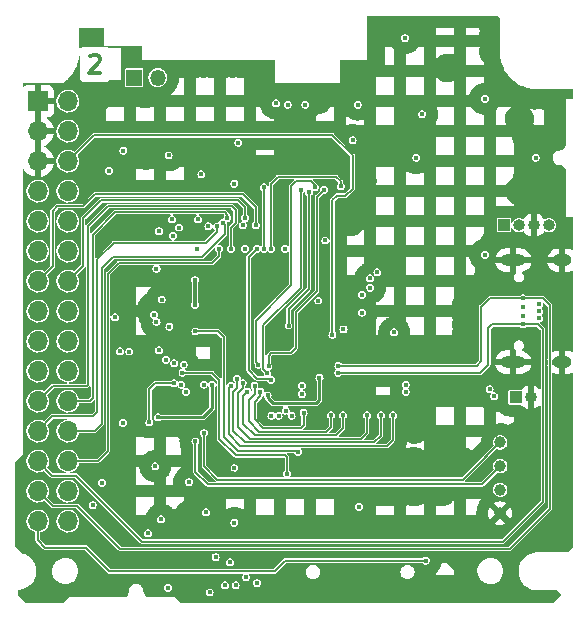
<source format=gbr>
%TF.GenerationSoftware,KiCad,Pcbnew,5.99.0-unknown-b10f156dd0~130~ubuntu20.04.1*%
%TF.CreationDate,2021-06-23T21:39:51+08:00*%
%TF.ProjectId,M5Pi,4d355069-2e6b-4696-9361-645f70636258,3.0*%
%TF.SameCoordinates,Original*%
%TF.FileFunction,Copper,L2,Inr*%
%TF.FilePolarity,Positive*%
%FSLAX46Y46*%
G04 Gerber Fmt 4.6, Leading zero omitted, Abs format (unit mm)*
G04 Created by KiCad (PCBNEW 5.99.0-unknown-b10f156dd0~130~ubuntu20.04.1) date 2021-06-23 21:39:51*
%MOMM*%
%LPD*%
G01*
G04 APERTURE LIST*
%ADD10C,0.300000*%
%TA.AperFunction,NonConductor*%
%ADD11C,0.300000*%
%TD*%
%TA.AperFunction,ComponentPad*%
%ADD12C,1.000000*%
%TD*%
%TA.AperFunction,ComponentPad*%
%ADD13R,1.000000X1.000000*%
%TD*%
%TA.AperFunction,ComponentPad*%
%ADD14O,1.000000X1.000000*%
%TD*%
%TA.AperFunction,ComponentPad*%
%ADD15R,1.700000X1.700000*%
%TD*%
%TA.AperFunction,ComponentPad*%
%ADD16O,1.700000X1.700000*%
%TD*%
%TA.AperFunction,ComponentPad*%
%ADD17O,1.600000X1.000000*%
%TD*%
%TA.AperFunction,ComponentPad*%
%ADD18O,2.100000X1.000000*%
%TD*%
%TA.AperFunction,ComponentPad*%
%ADD19R,1.350000X1.350000*%
%TD*%
%TA.AperFunction,ComponentPad*%
%ADD20O,1.350000X1.350000*%
%TD*%
%TA.AperFunction,ViaPad*%
%ADD21C,0.450000*%
%TD*%
%TA.AperFunction,ViaPad*%
%ADD22C,0.400000*%
%TD*%
%TA.AperFunction,Conductor*%
%ADD23C,0.150000*%
%TD*%
%TA.AperFunction,Conductor*%
%ADD24C,0.250000*%
%TD*%
%TA.AperFunction,Conductor*%
%ADD25C,0.300000*%
%TD*%
%TA.AperFunction,Conductor*%
%ADD26C,0.200000*%
%TD*%
G04 APERTURE END LIST*
D10*
D11*
X118734781Y-68122992D02*
X118806210Y-68051564D01*
X118949067Y-67980135D01*
X119306210Y-67980135D01*
X119449067Y-68051564D01*
X119520495Y-68122992D01*
X119591924Y-68265849D01*
X119591924Y-68408706D01*
X119520495Y-68622992D01*
X118663353Y-69480135D01*
X119591924Y-69480135D01*
D12*
%TO.N,GND*%
%TO.C,J11*%
X153463353Y-106801564D03*
%TO.N,+5V*%
X153463353Y-104801564D03*
%TO.N,/I2C1_SDA*%
X153463353Y-102801564D03*
%TO.N,/I2C1_SCL*%
X153463353Y-100801564D03*
%TD*%
D13*
%TO.N,/DP*%
%TO.C,J12*%
X153773353Y-82401564D03*
D14*
%TO.N,/DM*%
X155043353Y-82401564D03*
%TO.N,GND*%
X156313353Y-82401564D03*
%TO.N,+5V*%
X157583353Y-82401564D03*
%TD*%
D13*
%TO.N,/VBAT*%
%TO.C,J3*%
X154763353Y-96976564D03*
D14*
%TO.N,GND*%
X156033353Y-96976564D03*
%TD*%
D15*
%TO.N,GND*%
%TO.C,J2*%
X114313353Y-71901564D03*
D16*
%TO.N,/PD13*%
X116853353Y-71901564D03*
%TO.N,GND*%
X114313353Y-74441564D03*
%TO.N,/PD14*%
X116853353Y-74441564D03*
%TO.N,GND*%
X114313353Y-76981564D03*
%TO.N,/~{{{{RESET}}}}*%
X116853353Y-76981564D03*
%TO.N,/PD19*%
X114313353Y-79521564D03*
%TO.N,/PD12*%
X116853353Y-79521564D03*
%TO.N,/PD21*%
X114313353Y-82061564D03*
%TO.N,/PD18*%
X116853353Y-82061564D03*
%TO.N,/PD20*%
X114313353Y-84601564D03*
%TO.N,+3V3*%
X116853353Y-84601564D03*
%TO.N,/USART1_RX*%
X114313353Y-87141564D03*
%TO.N,/USART1_TX*%
X116853353Y-87141564D03*
%TO.N,/USART2_RX*%
X114313353Y-89681564D03*
%TO.N,/USART2_TX*%
X116853353Y-89681564D03*
%TO.N,/I2C2_SDA*%
X114313353Y-92221564D03*
%TO.N,/I2C2_SCL*%
X116853353Y-92221564D03*
%TO.N,/I2C1_SDA*%
X114313353Y-94761564D03*
%TO.N,/I2C1_SCL*%
X116853353Y-94761564D03*
%TO.N,/I2S_BCLK*%
X114313353Y-97301564D03*
%TO.N,/I2S_MCLK*%
X116853353Y-97301564D03*
%TO.N,/I2S_DOUT*%
X114313353Y-99841564D03*
%TO.N,/I2S_LRCK*%
X116853353Y-99841564D03*
%TO.N,/DM*%
X114313353Y-102381564D03*
%TO.N,/I2S_DIN*%
X116853353Y-102381564D03*
%TO.N,/DP*%
X114313353Y-104921564D03*
%TO.N,+5V*%
X116853353Y-104921564D03*
%TO.N,/AMP_HPL*%
X114313353Y-107461564D03*
%TO.N,/VBAT*%
X116853353Y-107461564D03*
%TD*%
D17*
%TO.N,GND*%
%TO.C,UART1*%
X158738353Y-94021564D03*
X158738353Y-85381564D03*
D18*
X154558353Y-94021564D03*
X154558353Y-85381564D03*
%TD*%
D19*
%TO.N,Net-(J6-Pad1)*%
%TO.C,J6*%
X122463353Y-69901564D03*
D20*
%TO.N,Net-(J6-Pad2)*%
X124463353Y-69901564D03*
%TD*%
D21*
%TO.N,+3V0*%
X144488353Y-91476564D03*
D22*
%TO.N,/SPI0_CS*%
X133750000Y-94950000D03*
D21*
X136563353Y-79401564D03*
%TO.N,/MPU_INIT*%
X125863353Y-95801564D03*
X123763353Y-99101564D03*
%TO.N,GND*%
X146200000Y-99700000D03*
X140200000Y-70100000D03*
X152900000Y-66300000D03*
X137400000Y-93000000D03*
X130800000Y-68700000D03*
X155100000Y-109800000D03*
X114800000Y-111900000D03*
X157800000Y-109600000D03*
X149000000Y-69100000D03*
X155600000Y-71300000D03*
X158700000Y-91400000D03*
X155100000Y-73400000D03*
X142500000Y-113600000D03*
X140300000Y-113600000D03*
X156300000Y-113800000D03*
X145200000Y-105000000D03*
X153900000Y-113800000D03*
X137400000Y-96000000D03*
X129800000Y-77800000D03*
X119600000Y-100900000D03*
X158700000Y-92900000D03*
X132600000Y-68700000D03*
X147200000Y-113600000D03*
X157800000Y-71400000D03*
X140800000Y-82100000D03*
X146200000Y-105000000D03*
X134100000Y-69800000D03*
X158600000Y-72800000D03*
X118400000Y-111200000D03*
X154500000Y-113000000D03*
X130300000Y-91400000D03*
X158700000Y-81100000D03*
X138800000Y-113600000D03*
X127800000Y-68700000D03*
X154800000Y-101000000D03*
X121300000Y-110900000D03*
X142400000Y-102400000D03*
X154900000Y-71000000D03*
X154800000Y-106000000D03*
X150100000Y-96600000D03*
X133000000Y-86300000D03*
X145000000Y-113600000D03*
X127100000Y-106900000D03*
X120700000Y-92200000D03*
X155700000Y-74900000D03*
X150100000Y-95500000D03*
X154800000Y-104400000D03*
X133200000Y-68700000D03*
X148400000Y-113600000D03*
X124000000Y-89300000D03*
X150100000Y-110500000D03*
X128700000Y-86300000D03*
X152500000Y-87400000D03*
X145200000Y-75800000D03*
X134000000Y-91300000D03*
X122900000Y-68100000D03*
X134600000Y-112400000D03*
X126000000Y-68700000D03*
X137400000Y-93700000D03*
X152500000Y-86600000D03*
X142500000Y-67400000D03*
X136400000Y-76900000D03*
X158700000Y-87600000D03*
X141900000Y-68600000D03*
X158600000Y-71400000D03*
X122400000Y-76500000D03*
X146100000Y-93700000D03*
X120900000Y-89200000D03*
X158700000Y-96500000D03*
X144400000Y-102400000D03*
X125600000Y-95100000D03*
X144400000Y-105000000D03*
X154500000Y-111500000D03*
X134100000Y-69200000D03*
X156300000Y-71400000D03*
X129800000Y-76400000D03*
X158700000Y-102600000D03*
X149800000Y-113600000D03*
X119800000Y-83800000D03*
X129000000Y-68700000D03*
X158700000Y-83200000D03*
X144700000Y-93700000D03*
X150600000Y-90000000D03*
X140200000Y-70700000D03*
X152900000Y-67700000D03*
X158700000Y-98900000D03*
X145900000Y-74200000D03*
X154500000Y-110600000D03*
X148500000Y-102400000D03*
X142500000Y-66800000D03*
X156800000Y-109600000D03*
X120900000Y-104500000D03*
X131000000Y-91400000D03*
X142500000Y-68000000D03*
X117000000Y-113300000D03*
X150300000Y-102400000D03*
X142500000Y-66200000D03*
X141500000Y-95700000D03*
X141300000Y-68600000D03*
X146700000Y-74200000D03*
X141100000Y-89300000D03*
X144100000Y-113600000D03*
X132000000Y-68700000D03*
X141800000Y-79500000D03*
X153000000Y-83900000D03*
X158700000Y-99700000D03*
X150600000Y-92400000D03*
X140700000Y-95700000D03*
X151800000Y-113600000D03*
X126900000Y-99400000D03*
X157100000Y-71400000D03*
X134100000Y-88300000D03*
X126600000Y-68700000D03*
X152900000Y-65600000D03*
X157100000Y-113800000D03*
X155800000Y-91400000D03*
X150600000Y-93400000D03*
X145200000Y-102400000D03*
X154800000Y-100300000D03*
X141100000Y-88200000D03*
X148500000Y-105000000D03*
X129800000Y-77100000D03*
X134500000Y-110500000D03*
X152500000Y-85700000D03*
X141200000Y-80400000D03*
X143500000Y-105000000D03*
X154800000Y-103600000D03*
X145900000Y-75800000D03*
X120700000Y-108000000D03*
X119600000Y-100200000D03*
X140200000Y-69500000D03*
X158700000Y-95700000D03*
X127800000Y-96900000D03*
X122700000Y-93300000D03*
X138400000Y-76900000D03*
X129600000Y-68700000D03*
X158700000Y-105700000D03*
X158700000Y-104900000D03*
X139000000Y-95700000D03*
X154300000Y-70500000D03*
X146600000Y-113600000D03*
X116100000Y-113300000D03*
X158700000Y-88300000D03*
X158700000Y-98100000D03*
X137400000Y-76900000D03*
X158700000Y-90700000D03*
X152500000Y-113600000D03*
X131200000Y-110700000D03*
X133800000Y-68700000D03*
X119500000Y-71500000D03*
X156000000Y-109600000D03*
X142500000Y-65000000D03*
X158700000Y-86900000D03*
X155600000Y-113800000D03*
X150600000Y-89200000D03*
X132500000Y-78900000D03*
X150600000Y-91600000D03*
X131300000Y-77100000D03*
X124500000Y-76500000D03*
X115200000Y-113700000D03*
X142400000Y-105000000D03*
X154800000Y-105200000D03*
X155100000Y-79500000D03*
X142500000Y-68600000D03*
X158700000Y-92100000D03*
X158700000Y-89900000D03*
X118400000Y-112700000D03*
X142500000Y-65600000D03*
X140200000Y-80500000D03*
X140700000Y-68600000D03*
X138000000Y-71800000D03*
X158700000Y-81800000D03*
X157900000Y-113800000D03*
X122900000Y-67500000D03*
X123800000Y-110900000D03*
X139500000Y-113600000D03*
X141800000Y-113600000D03*
X140000000Y-82100000D03*
X123500000Y-76500000D03*
X114800000Y-111200000D03*
X131500000Y-89300000D03*
X117800000Y-113300000D03*
X143150000Y-75150000D03*
X146200000Y-98500000D03*
X148800000Y-100900000D03*
X131300000Y-76400000D03*
X128950000Y-100700000D03*
X125400000Y-68700000D03*
X135800000Y-113600000D03*
X158700000Y-108100000D03*
X158700000Y-100400000D03*
X143300000Y-113600000D03*
X158700000Y-83900000D03*
X135000000Y-80200000D03*
X158700000Y-82500000D03*
X151200000Y-113600000D03*
X133000000Y-88300000D03*
X152900000Y-67000000D03*
X154500000Y-112300000D03*
X130200000Y-68700000D03*
X158700000Y-97300000D03*
X145900000Y-113600000D03*
X140200000Y-68900000D03*
X131400000Y-68700000D03*
X158700000Y-101100000D03*
X120700000Y-93300000D03*
X158700000Y-108900000D03*
X158700000Y-106600000D03*
X158700000Y-101800000D03*
X158700000Y-103300000D03*
X150600000Y-90800000D03*
X141000000Y-113600000D03*
X158700000Y-104100000D03*
X130000000Y-110700000D03*
X141800000Y-78700000D03*
X122900000Y-68700000D03*
X149100000Y-113600000D03*
X138000000Y-113600000D03*
X114800000Y-110300000D03*
X145900000Y-75000000D03*
X119500000Y-70800000D03*
X130700000Y-86300000D03*
X130700000Y-85300000D03*
X133000000Y-85600000D03*
X134100000Y-70400000D03*
X131500000Y-88300000D03*
X154800000Y-101800000D03*
X123400000Y-71300000D03*
X123600000Y-68700000D03*
X134900000Y-82100000D03*
X130000000Y-89300000D03*
X121200000Y-86900000D03*
X128400000Y-68700000D03*
X158700000Y-109600000D03*
X158700000Y-107400000D03*
X124200000Y-68700000D03*
X150500000Y-113600000D03*
X114800000Y-112700000D03*
X139600000Y-70700000D03*
X124800000Y-68700000D03*
X134100000Y-85600000D03*
X139900000Y-95700000D03*
X137300000Y-113600000D03*
X147800000Y-113600000D03*
X138700000Y-86500000D03*
X136600000Y-113600000D03*
X154800000Y-102700000D03*
X129700000Y-86300000D03*
X155700000Y-78600000D03*
X127200000Y-68700000D03*
X143500000Y-102400000D03*
X134100000Y-86300000D03*
X118400000Y-111900000D03*
X158700000Y-89100000D03*
X146200000Y-102400000D03*
X138450000Y-88150000D03*
D22*
X129400000Y-112250000D03*
D21*
%TO.N,+3V3*%
X132863353Y-112701564D03*
X129063353Y-95901564D03*
X136963353Y-72201564D03*
X145403353Y-66561564D03*
X140963353Y-75201564D03*
X133763353Y-96801564D03*
X124483353Y-98681564D03*
X141763353Y-88301564D03*
X141500000Y-106250000D03*
X128863353Y-113501564D03*
X129363353Y-110501564D03*
X134463353Y-72086647D03*
D22*
X138050000Y-88800000D03*
D21*
X141763353Y-89801564D03*
X120863353Y-90201564D03*
X138163353Y-95301564D03*
X121513353Y-99151564D03*
X131293353Y-75431564D03*
X141400000Y-72200000D03*
%TO.N,+2V5*%
X146363353Y-76701564D03*
X127613353Y-89151564D03*
X127613353Y-87051564D03*
X142463353Y-86901564D03*
%TO.N,+1V1*%
X125663353Y-81901564D03*
X130963353Y-78901564D03*
X124800000Y-88700000D03*
X140195853Y-91201564D03*
X143063353Y-86401564D03*
%TO.N,/USART1_RX*%
X132763353Y-82401564D03*
%TO.N,/USART1_TX*%
X131863353Y-81801564D03*
%TO.N,/SD_D2*%
X130663353Y-96001564D03*
X144400000Y-98500000D03*
%TO.N,/SD_D3*%
X131163353Y-95401564D03*
X143350000Y-98500000D03*
%TO.N,/SD_CMD*%
X131663353Y-95801564D03*
X142200000Y-98500000D03*
%TO.N,/SD_CLK*%
X140150000Y-98500000D03*
X132063353Y-96501564D03*
%TO.N,/SD_D0*%
X139150000Y-98500000D03*
X132663353Y-96001564D03*
%TO.N,/SD_D1*%
X136813353Y-98300000D03*
X133163353Y-96501564D03*
%TO.N,/I2C1_SCL*%
X128363353Y-100001564D03*
X131663353Y-82401564D03*
%TO.N,/I2C1_SDA*%
X131863353Y-84401564D03*
X127663353Y-100701564D03*
%TO.N,/I2C0_SDA*%
X136663353Y-96001564D03*
X124163353Y-90001564D03*
X121283353Y-93081564D03*
%TO.N,/I2C0_SCL*%
X136663353Y-96701564D03*
X122063353Y-93101564D03*
X124363353Y-90601564D03*
%TO.N,/SPI1_MISO*%
X134100000Y-98550000D03*
%TO.N,/DM*%
X155363353Y-90801564D03*
X139763353Y-94901564D03*
%TO.N,/DP*%
X155363353Y-88601564D03*
X139763353Y-94301564D03*
%TO.N,/SPI1_CLK*%
X134700000Y-98550000D03*
%TO.N,/SPI1_MOSI*%
X135300000Y-98100000D03*
%TO.N,/SPI1_CS*%
X135800000Y-98550000D03*
%TO.N,/USART0_TX*%
X126863353Y-96501564D03*
X145463353Y-96501564D03*
%TO.N,/UASRT0_RX*%
X128363353Y-95901564D03*
X145463353Y-95901564D03*
%TO.N,/SPI0_CLK*%
X137763353Y-79201564D03*
D22*
X132993353Y-94250000D03*
D21*
%TO.N,+5V*%
X146863353Y-73001564D03*
X152163353Y-84901564D03*
X128163353Y-78101564D03*
X152163353Y-71701564D03*
X127113353Y-104151564D03*
D22*
%TO.N,/SPI0_MISO*%
X133850000Y-94350000D03*
D21*
X138563353Y-79401564D03*
%TO.N,/SPI0_MOSI*%
X137263353Y-79601564D03*
D22*
X135550000Y-90900000D03*
D21*
%TO.N,+5VD*%
X119763353Y-104201564D03*
%TO.N,/D+*%
X152963353Y-96901564D03*
X155363353Y-90101564D03*
%TO.N,/D-*%
X155363353Y-89301564D03*
X152563353Y-96301564D03*
%TO.N,/AMP_HPR*%
X120363353Y-77801564D03*
X138663353Y-83701564D03*
%TO.N,/~{{{{RESET}}}}*%
X139263353Y-91701564D03*
X131963353Y-112201564D03*
%TO.N,/I2C2_SDA*%
X125763353Y-83301564D03*
%TO.N,/I2C2_SCL*%
X126263353Y-82601564D03*
%TO.N,/LCD_~{{{{RESET}}}}*%
X126663353Y-94201564D03*
%TO.N,Net-(J6-Pad1)*%
X121563353Y-76101564D03*
%TO.N,Net-(J6-Pad2)*%
X125383353Y-76501564D03*
%TO.N,/STATUS_LED*%
X130600000Y-110950000D03*
X126463353Y-95901564D03*
%TO.N,/WIFI_RESET*%
X135463353Y-72201564D03*
X133463353Y-79201564D03*
X133463353Y-84401564D03*
%TO.N,/WIFI_INT*%
X134063353Y-84401564D03*
X139963353Y-79101564D03*
%TO.N,/USART2_RX*%
X125163353Y-93801564D03*
%TO.N,/USART2_TX*%
X125863353Y-94101564D03*
%TO.N,/PD13*%
X128763353Y-82501564D03*
%TO.N,/LCD_D{slash}C*%
X135400000Y-103450000D03*
X126563353Y-94901564D03*
%TO.N,/LCD_BL*%
X136350000Y-101600000D03*
X127663353Y-91401564D03*
%TO.N,/TOUCH_INT*%
X134050000Y-95500000D03*
X132863353Y-84401564D03*
%TO.N,/PD21*%
X124363353Y-86101564D03*
%TO.N,/PD12*%
X127763353Y-84401564D03*
%TO.N,/PD14*%
X127863353Y-81901564D03*
%TO.N,/PD19*%
X124563353Y-82901564D03*
%TO.N,/I2S_BCLK*%
X130663353Y-84401564D03*
%TO.N,/I2S_DOUT*%
X129463353Y-82501564D03*
%TO.N,/I2S_LRCK*%
X129963353Y-82201564D03*
%TO.N,/I2S_MCLK*%
X130363353Y-81801564D03*
%TO.N,/I2S_DIN*%
X129663353Y-84401564D03*
%TO.N,/AMP_HPL*%
X135263353Y-84401564D03*
X147163353Y-110801564D03*
%TO.N,/VBAT*%
X128563353Y-106701564D03*
X118963353Y-106101564D03*
%TO.N,Net-(D2-Pad1)*%
X124763353Y-107301564D03*
X124263353Y-102801564D03*
%TO.N,Net-(D4-Pad2)*%
X130963353Y-107601564D03*
D22*
X130950000Y-102950000D03*
D21*
X123663353Y-108501564D03*
%TO.N,VBUS*%
X156763353Y-89101564D03*
X156763353Y-90301564D03*
X156763353Y-89701564D03*
%TO.N,Net-(C28-Pad1)*%
X125350353Y-113114564D03*
X131063353Y-112901564D03*
%TO.N,/KEY1*%
X142463353Y-87701564D03*
X156463353Y-76701564D03*
X125463353Y-91001564D03*
%TO.N,/KEY2*%
X124563353Y-93001564D03*
X130163353Y-112901564D03*
%TD*%
D23*
%TO.N,/SPI0_CS*%
X136563353Y-87686647D02*
X136563353Y-79401564D01*
X133400000Y-90850000D02*
X136563353Y-87686647D01*
X133750000Y-94950000D02*
X133400000Y-94600000D01*
X133400000Y-94600000D02*
X133400000Y-90850000D01*
%TO.N,/MPU_INIT*%
X123763353Y-96301564D02*
X124263353Y-95801564D01*
X124263353Y-95801564D02*
X125863353Y-95801564D01*
X123763353Y-99101564D02*
X123763353Y-96301564D01*
D24*
%TO.N,+3V3*%
X129063353Y-95901564D02*
X129063353Y-97901564D01*
X133763353Y-96801564D02*
X133763353Y-97001564D01*
X133763353Y-97001564D02*
X134263353Y-97501564D01*
X128283353Y-98681564D02*
X124483353Y-98681564D01*
X138163353Y-97201564D02*
X138163353Y-95301564D01*
X129063353Y-97901564D02*
X128283353Y-98681564D01*
X137863353Y-97501564D02*
X138163353Y-97201564D01*
X134263353Y-97501564D02*
X137863353Y-97501564D01*
D25*
%TO.N,+2V5*%
X127613353Y-87051564D02*
X127613353Y-89151564D01*
D23*
%TO.N,/USART1_RX*%
X115563353Y-81201564D02*
X115563353Y-85901564D01*
X119163353Y-79801564D02*
X118163353Y-80801564D01*
X132763353Y-82401564D02*
X132763353Y-80901564D01*
X115963353Y-80801564D02*
X115563353Y-81201564D01*
X114323353Y-87141564D02*
X114313353Y-87141564D01*
X132763353Y-80901564D02*
X131663353Y-79801564D01*
X115563353Y-85901564D02*
X114323353Y-87141564D01*
X118163353Y-80801564D02*
X115963353Y-80801564D01*
X131663353Y-79801564D02*
X119163353Y-79801564D01*
%TO.N,/USART1_TX*%
X131863353Y-81801564D02*
X131863353Y-80901564D01*
X118163353Y-85831564D02*
X116853353Y-87141564D01*
X118163353Y-81801564D02*
X118163353Y-85831564D01*
X131863353Y-80901564D02*
X131263353Y-80301564D01*
X131263353Y-80301564D02*
X119663353Y-80301564D01*
X119663353Y-80301564D02*
X118163353Y-81801564D01*
%TO.N,/SD_D2*%
X144400000Y-100564917D02*
X143863353Y-101101564D01*
X144400000Y-98500000D02*
X144400000Y-100564917D01*
X143863353Y-101101564D02*
X131463353Y-101101564D01*
X130463353Y-96201564D02*
X130663353Y-96001564D01*
X131463353Y-101101564D02*
X130463353Y-100101564D01*
X130463353Y-100101564D02*
X130463353Y-96201564D01*
%TO.N,/SD_D3*%
X131863353Y-100801564D02*
X130863353Y-99801564D01*
X130863353Y-96501564D02*
X131163353Y-96201564D01*
X143350000Y-98500000D02*
X143350000Y-100214917D01*
X131163353Y-96201564D02*
X131163353Y-95401564D01*
X142763353Y-100801564D02*
X131863353Y-100801564D01*
X130863353Y-99801564D02*
X130863353Y-96501564D01*
X143350000Y-100214917D02*
X142763353Y-100801564D01*
%TO.N,/SD_CMD*%
X131663353Y-96201564D02*
X131663353Y-95801564D01*
X142200000Y-98500000D02*
X142200000Y-99964917D01*
X141663353Y-100501564D02*
X132263353Y-100501564D01*
X131263353Y-99501564D02*
X131263353Y-96601564D01*
X142200000Y-99964917D02*
X141663353Y-100501564D01*
X132263353Y-100501564D02*
X131263353Y-99501564D01*
X131263353Y-96601564D02*
X131663353Y-96201564D01*
%TO.N,/SD_CLK*%
X140150000Y-98500000D02*
X140150000Y-99614917D01*
X131663353Y-96901564D02*
X132063353Y-96501564D01*
X131663353Y-99201564D02*
X131663353Y-96901564D01*
X132663353Y-100201564D02*
X131663353Y-99201564D01*
X139563353Y-100201564D02*
X132663353Y-100201564D01*
X140150000Y-99614917D02*
X139563353Y-100201564D01*
%TO.N,/SD_D0*%
X139150000Y-98500000D02*
X139150000Y-99500000D01*
X132163353Y-97201564D02*
X132663353Y-96701564D01*
X139150000Y-99500000D02*
X138748436Y-99901564D01*
X133063353Y-99901564D02*
X132163353Y-99001564D01*
X132663353Y-96701564D02*
X132663353Y-96001564D01*
X138748436Y-99901564D02*
X133063353Y-99901564D01*
X132163353Y-99001564D02*
X132163353Y-97201564D01*
%TO.N,/SD_D1*%
X136813353Y-98300000D02*
X136813353Y-99351564D01*
X136813353Y-99351564D02*
X136563353Y-99601564D01*
X133413353Y-99601564D02*
X132663353Y-98851564D01*
X136563353Y-99601564D02*
X133413353Y-99601564D01*
X132663353Y-98851564D02*
X132663353Y-97401564D01*
X133163353Y-96901564D02*
X133163353Y-96501564D01*
X132663353Y-97401564D02*
X133163353Y-96901564D01*
%TO.N,/I2C1_SCL*%
X129511789Y-103950000D02*
X150314917Y-103950000D01*
X150314917Y-103950000D02*
X153463353Y-100801564D01*
X128363353Y-102801564D02*
X129511789Y-103950000D01*
X128363353Y-100001564D02*
X128363353Y-102801564D01*
X151563353Y-102701564D02*
X153463353Y-100801564D01*
%TO.N,/I2C1_SDA*%
X127663353Y-103301564D02*
X128711789Y-104350000D01*
X127663353Y-100701564D02*
X127663353Y-103301564D01*
X151914917Y-104350000D02*
X153463353Y-102801564D01*
X128711789Y-104350000D02*
X151914917Y-104350000D01*
%TO.N,/DM*%
X157063353Y-91201564D02*
X157063353Y-105801564D01*
X155363353Y-90801564D02*
X156663353Y-90801564D01*
X151763353Y-94901564D02*
X152463353Y-94201564D01*
X152763353Y-90801564D02*
X155363353Y-90801564D01*
X139763353Y-94901564D02*
X151763353Y-94901564D01*
X152463353Y-94201564D02*
X152463353Y-91101564D01*
X117563353Y-103601564D02*
X115533353Y-103601564D01*
X123163353Y-109201564D02*
X117563353Y-103601564D01*
X115533353Y-103601564D02*
X114313353Y-102381564D01*
X157063353Y-105801564D02*
X153663353Y-109201564D01*
X156663353Y-90801564D02*
X157063353Y-91201564D01*
X153663353Y-109201564D02*
X123163353Y-109201564D01*
X152463353Y-91101564D02*
X152763353Y-90801564D01*
%TO.N,/DP*%
X151863353Y-89301564D02*
X152563353Y-88601564D01*
X117663353Y-106201564D02*
X115607459Y-106201564D01*
X155363353Y-88601564D02*
X157063353Y-88601564D01*
X114327459Y-104921564D02*
X114313353Y-104921564D01*
X157663353Y-89201564D02*
X157663353Y-106401564D01*
X151463353Y-94301564D02*
X151863353Y-93901564D01*
X115607459Y-106201564D02*
X114327459Y-104921564D01*
X157663353Y-106401564D02*
X154263353Y-109801564D01*
X151863353Y-93901564D02*
X151863353Y-89301564D01*
X139763353Y-94301564D02*
X151463353Y-94301564D01*
X157063353Y-88601564D02*
X157663353Y-89201564D01*
X121263353Y-109801564D02*
X117663353Y-106201564D01*
X154263353Y-109801564D02*
X121263353Y-109801564D01*
X152563353Y-88601564D02*
X155363353Y-88601564D01*
%TO.N,/SPI0_CLK*%
X136163353Y-78701564D02*
X137463353Y-78701564D01*
X137463353Y-78701564D02*
X137763353Y-79001564D01*
X132993353Y-94250000D02*
X132763353Y-94020000D01*
X137763353Y-79001564D02*
X137763353Y-79201564D01*
X132763353Y-90501564D02*
X135763353Y-87501564D01*
X135763353Y-87501564D02*
X135763353Y-79101564D01*
X132763353Y-94020000D02*
X132763353Y-90501564D01*
X135763353Y-79101564D02*
X136163353Y-78701564D01*
%TO.N,/SPI0_MISO*%
X133850000Y-94350000D02*
X133850000Y-93450000D01*
X133850000Y-93450000D02*
X134098436Y-93201564D01*
X137963353Y-80001564D02*
X138563353Y-79401564D01*
X135763353Y-93201564D02*
X136163353Y-92801564D01*
X136163353Y-92801564D02*
X136163353Y-89786647D01*
X136163353Y-89786647D02*
X137963353Y-87986647D01*
X137963353Y-87986647D02*
X137963353Y-80001564D01*
X134098436Y-93201564D02*
X135763353Y-93201564D01*
%TO.N,/SPI0_MOSI*%
X135550000Y-89514917D02*
X137263353Y-87801564D01*
X137263353Y-87801564D02*
X137263353Y-79601564D01*
X135550000Y-90900000D02*
X135550000Y-89514917D01*
%TO.N,/~{{{{RESET}}}}*%
X119048436Y-74801564D02*
X116868436Y-76981564D01*
X139263353Y-91701564D02*
X139263353Y-80301564D01*
X139263353Y-74801564D02*
X119048436Y-74801564D01*
X140963353Y-76501564D02*
X139263353Y-74801564D01*
X139263353Y-80301564D02*
X139663353Y-79901564D01*
X140963353Y-79301564D02*
X140963353Y-76501564D01*
X116868436Y-76981564D02*
X116853353Y-76981564D01*
X139663353Y-79901564D02*
X140363353Y-79901564D01*
X140363353Y-79901564D02*
X140963353Y-79301564D01*
%TO.N,/WIFI_RESET*%
X133463353Y-84401564D02*
X133463353Y-79201564D01*
%TO.N,/WIFI_INT*%
X134663353Y-78301564D02*
X139563353Y-78301564D01*
X139963353Y-78701564D02*
X139963353Y-79101564D01*
X134063353Y-78901564D02*
X134663353Y-78301564D01*
X139563353Y-78301564D02*
X139963353Y-78701564D01*
X134063353Y-84401564D02*
X134063353Y-78901564D01*
%TO.N,/LCD_D{slash}C*%
X129063353Y-94901564D02*
X126563353Y-94901564D01*
X135251564Y-101901564D02*
X131063353Y-101901564D01*
X131063353Y-101901564D02*
X129663353Y-100501564D01*
X135400000Y-102050000D02*
X135251564Y-101901564D01*
X129663353Y-100501564D02*
X129663353Y-95501564D01*
X129663353Y-95501564D02*
X129063353Y-94901564D01*
X135400000Y-103450000D02*
X135400000Y-102050000D01*
%TO.N,/LCD_BL*%
X129563353Y-91401564D02*
X127663353Y-91401564D01*
X136163353Y-101501564D02*
X131263353Y-101501564D01*
X136261789Y-101600000D02*
X136163353Y-101501564D01*
X130063353Y-91901564D02*
X129563353Y-91401564D01*
X130063353Y-100301564D02*
X130063353Y-91901564D01*
X136350000Y-101600000D02*
X136261789Y-101600000D01*
X131263353Y-101501564D02*
X130063353Y-100301564D01*
%TO.N,/TOUCH_INT*%
X132163353Y-85101564D02*
X132863353Y-84401564D01*
X133951564Y-95401564D02*
X132863353Y-95401564D01*
X132163353Y-94701564D02*
X132163353Y-85101564D01*
X134050000Y-95500000D02*
X133951564Y-95401564D01*
X132863353Y-95401564D02*
X132163353Y-94701564D01*
%TO.N,/I2S_BCLK*%
X118563353Y-95901564D02*
X118463353Y-96001564D01*
X120263353Y-80801564D02*
X118563353Y-82501564D01*
X131063353Y-82201564D02*
X131063353Y-81101564D01*
X130663353Y-84401564D02*
X130663353Y-82601564D01*
X118463353Y-96001564D02*
X115613353Y-96001564D01*
X115613353Y-96001564D02*
X114313353Y-97301564D01*
X130763353Y-80801564D02*
X120263353Y-80801564D01*
X131063353Y-81101564D02*
X130763353Y-80801564D01*
X130663353Y-82601564D02*
X131063353Y-82201564D01*
X118563353Y-82501564D02*
X118563353Y-95901564D01*
%TO.N,/I2S_DOUT*%
X120763353Y-83901564D02*
X119363353Y-85301564D01*
X129463353Y-83001564D02*
X128563353Y-83901564D01*
X118963353Y-98601564D02*
X115553353Y-98601564D01*
X119363353Y-85301564D02*
X119363353Y-98201564D01*
X128563353Y-83901564D02*
X120763353Y-83901564D01*
X129463353Y-82501564D02*
X129463353Y-83001564D01*
X115553353Y-98601564D02*
X114313353Y-99841564D01*
X119363353Y-98201564D02*
X118963353Y-98601564D01*
%TO.N,/I2S_LRCK*%
X129963353Y-82201564D02*
X130163353Y-82401564D01*
X119123353Y-99841564D02*
X116853353Y-99841564D01*
X130163353Y-83151564D02*
X128213353Y-85101564D01*
X119763353Y-99201564D02*
X119123353Y-99841564D01*
X120663353Y-85101564D02*
X119763353Y-86001564D01*
X119763353Y-86001564D02*
X119763353Y-99201564D01*
X130163353Y-82401564D02*
X130163353Y-83151564D01*
X128213353Y-85101564D02*
X120663353Y-85101564D01*
%TO.N,/I2S_MCLK*%
X130363353Y-81501564D02*
X130163353Y-81301564D01*
X130163353Y-81301564D02*
X120863353Y-81301564D01*
X118963353Y-97051564D02*
X118713353Y-97301564D01*
X120863353Y-81301564D02*
X118963353Y-83201564D01*
X118963353Y-83201564D02*
X118963353Y-97051564D01*
X118713353Y-97301564D02*
X116853353Y-97301564D01*
X130363353Y-81801564D02*
X130363353Y-81501564D01*
%TO.N,/I2S_DIN*%
X120263353Y-86501564D02*
X120263353Y-101501564D01*
X121163353Y-85601564D02*
X120263353Y-86501564D01*
X119383353Y-102381564D02*
X116853353Y-102381564D01*
X129663353Y-85001564D02*
X129063353Y-85601564D01*
X120263353Y-101501564D02*
X119383353Y-102381564D01*
X129063353Y-85601564D02*
X121163353Y-85601564D01*
X129663353Y-84401564D02*
X129663353Y-85001564D01*
D26*
%TO.N,/AMP_HPL*%
X114963353Y-109701564D02*
X118363353Y-109701564D01*
X134363353Y-111701564D02*
X135263353Y-110801564D01*
X147163353Y-110801564D02*
X135263353Y-110801564D01*
X114313353Y-109051564D02*
X114963353Y-109701564D01*
X114313353Y-107461564D02*
X114313353Y-109051564D01*
X118363353Y-109701564D02*
X120363353Y-111701564D01*
X120363353Y-111701564D02*
X134363353Y-111701564D01*
%TD*%
%TA.AperFunction,Conductor*%
%TO.N,GND*%
G36*
X153243597Y-64716707D02*
G01*
X153413964Y-64887932D01*
X153428229Y-64922493D01*
X153428229Y-67680449D01*
X153427083Y-67686215D01*
X153427279Y-67691724D01*
X153426172Y-67698120D01*
X153424693Y-67698732D01*
X153423229Y-67702268D01*
X153423231Y-67702272D01*
X153423229Y-67702272D01*
X153423520Y-67712382D01*
X153423520Y-67712383D01*
X153428233Y-67875899D01*
X153428407Y-67881935D01*
X153448573Y-68059823D01*
X153448609Y-68060463D01*
X153448716Y-68061093D01*
X153448731Y-68061217D01*
X153448730Y-68061219D01*
X153460370Y-68163893D01*
X153468882Y-68238982D01*
X153469187Y-68240317D01*
X153469188Y-68240320D01*
X153505729Y-68400000D01*
X153508816Y-68413491D01*
X153508925Y-68414130D01*
X153509106Y-68414758D01*
X153549039Y-68589261D01*
X153549494Y-68590559D01*
X153549495Y-68590563D01*
X153576742Y-68668316D01*
X153608245Y-68758216D01*
X153608422Y-68758831D01*
X153608666Y-68759418D01*
X153667873Y-68928377D01*
X153745600Y-69089640D01*
X153745850Y-69090241D01*
X153746166Y-69090812D01*
X153746199Y-69090882D01*
X153756154Y-69111535D01*
X153823892Y-69252073D01*
X153824616Y-69253225D01*
X153824619Y-69253230D01*
X153918110Y-69401945D01*
X153919165Y-69403624D01*
X153919484Y-69404199D01*
X153919857Y-69404723D01*
X154015138Y-69556287D01*
X154126769Y-69696235D01*
X154127146Y-69696766D01*
X154127579Y-69697251D01*
X154239211Y-69837200D01*
X154365801Y-69963790D01*
X154366229Y-69964269D01*
X154366707Y-69964696D01*
X154493298Y-70091287D01*
X154633248Y-70202920D01*
X154633732Y-70203352D01*
X154634256Y-70203724D01*
X154774211Y-70315360D01*
X154925775Y-70410641D01*
X154926299Y-70411014D01*
X154926862Y-70411325D01*
X154926935Y-70411371D01*
X155077268Y-70505879D01*
X155077273Y-70505882D01*
X155078425Y-70506606D01*
X155239686Y-70584332D01*
X155240257Y-70584648D01*
X155240856Y-70584896D01*
X155240954Y-70584944D01*
X155240955Y-70584945D01*
X155334259Y-70629916D01*
X155402121Y-70662625D01*
X155571080Y-70721832D01*
X155571667Y-70722076D01*
X155572286Y-70722255D01*
X155572395Y-70722293D01*
X155572396Y-70722294D01*
X155739935Y-70781003D01*
X155739939Y-70781004D01*
X155741237Y-70781459D01*
X155915740Y-70821392D01*
X155916368Y-70821573D01*
X155917007Y-70821682D01*
X155917134Y-70821711D01*
X156090178Y-70861310D01*
X156090181Y-70861311D01*
X156091516Y-70861616D01*
X156160341Y-70869418D01*
X156269278Y-70881768D01*
X156269280Y-70881767D01*
X156269405Y-70881782D01*
X156270035Y-70881889D01*
X156270674Y-70881925D01*
X156406026Y-70897269D01*
X156447530Y-70901974D01*
X156447532Y-70901974D01*
X156448563Y-70902091D01*
X156449591Y-70902121D01*
X156449596Y-70902121D01*
X156539482Y-70904711D01*
X156628226Y-70907269D01*
X156628226Y-70907267D01*
X156628230Y-70907269D01*
X156631766Y-70905805D01*
X156632363Y-70904363D01*
X156639179Y-70903234D01*
X156644282Y-70903415D01*
X156650049Y-70902269D01*
X159579230Y-70902269D01*
X159613878Y-70916621D01*
X159628230Y-70951269D01*
X159628230Y-71653268D01*
X159613878Y-71687916D01*
X159579230Y-71702268D01*
X159028231Y-71702268D01*
X159028231Y-75520450D01*
X159026938Y-75526953D01*
X159026911Y-75531500D01*
X159025391Y-75538445D01*
X159024695Y-75538733D01*
X159023231Y-75542269D01*
X159023233Y-75542274D01*
X159023231Y-75542274D01*
X159022678Y-75550839D01*
X159022677Y-75550842D01*
X159019030Y-75607305D01*
X159017472Y-75616792D01*
X158987353Y-75729505D01*
X158984321Y-75740851D01*
X158979425Y-75752687D01*
X158916069Y-75862508D01*
X158908274Y-75872670D01*
X158818630Y-75962314D01*
X158808470Y-75970108D01*
X158698642Y-76033467D01*
X158686818Y-76038357D01*
X158562753Y-76071510D01*
X158553270Y-76073067D01*
X158488235Y-76077269D01*
X158487981Y-76073334D01*
X158487962Y-76073335D01*
X158488224Y-76077269D01*
X158410591Y-76082438D01*
X158336218Y-76102426D01*
X158335591Y-76102509D01*
X158335009Y-76102751D01*
X158260633Y-76122739D01*
X158257856Y-76124344D01*
X158257853Y-76124345D01*
X158194651Y-76160866D01*
X158194650Y-76160867D01*
X158193951Y-76161271D01*
X158193370Y-76161512D01*
X158192871Y-76161895D01*
X158126187Y-76200428D01*
X158071729Y-76254886D01*
X158071230Y-76255269D01*
X158070847Y-76255768D01*
X158016389Y-76310226D01*
X158014784Y-76313004D01*
X158014783Y-76313005D01*
X158008898Y-76323189D01*
X157977855Y-76376912D01*
X157977474Y-76377408D01*
X157977235Y-76377985D01*
X157973120Y-76385106D01*
X157942027Y-76438915D01*
X157938700Y-76444672D01*
X157926732Y-76489204D01*
X157922277Y-76505783D01*
X157918712Y-76519047D01*
X157918470Y-76519630D01*
X157918387Y-76520257D01*
X157898399Y-76594630D01*
X157893230Y-76672263D01*
X157893232Y-76672263D01*
X157893230Y-76672269D01*
X157894694Y-76675805D01*
X157896458Y-76676535D01*
X157896479Y-76676651D01*
X157896926Y-76689280D01*
X157896832Y-76689283D01*
X157897083Y-76690494D01*
X157897153Y-76694571D01*
X157896569Y-76697956D01*
X157894694Y-76698732D01*
X157893230Y-76702268D01*
X157893235Y-76702279D01*
X157893231Y-76702279D01*
X157898741Y-76783796D01*
X157899365Y-76786113D01*
X157899366Y-76786116D01*
X157919251Y-76859890D01*
X157919252Y-76859892D01*
X157919308Y-76860096D01*
X157919642Y-76862601D01*
X157920612Y-76864934D01*
X157924191Y-76878213D01*
X157940144Y-76937397D01*
X157941178Y-76941234D01*
X157942782Y-76944007D01*
X157968401Y-76988304D01*
X157980737Y-77009636D01*
X157981710Y-77011975D01*
X157983251Y-77013981D01*
X158022812Y-77082386D01*
X158078690Y-77138264D01*
X158080229Y-77140268D01*
X158082233Y-77141807D01*
X158138111Y-77197685D01*
X158206522Y-77237250D01*
X158208522Y-77238786D01*
X158210851Y-77239753D01*
X158279263Y-77279319D01*
X158282356Y-77280153D01*
X158282359Y-77280154D01*
X158328160Y-77292499D01*
X158355563Y-77299885D01*
X158357896Y-77300855D01*
X158360400Y-77301189D01*
X158360607Y-77301245D01*
X158360608Y-77301246D01*
X158434381Y-77321131D01*
X158434384Y-77321132D01*
X158436701Y-77321756D01*
X158439098Y-77321918D01*
X158508492Y-77326609D01*
X158508493Y-77326609D01*
X158518218Y-77327266D01*
X158518218Y-77327262D01*
X158518229Y-77327267D01*
X158521765Y-77325803D01*
X158522484Y-77324066D01*
X158527013Y-77323363D01*
X158533941Y-77323481D01*
X158540048Y-77322267D01*
X158586410Y-77322267D01*
X158598984Y-77324767D01*
X158599041Y-77324481D01*
X158604604Y-77325587D01*
X158604693Y-77325803D01*
X158608229Y-77327267D01*
X158608230Y-77327267D01*
X158614443Y-77327755D01*
X158614444Y-77327756D01*
X158667368Y-77331916D01*
X158678666Y-77334162D01*
X158789263Y-77370087D01*
X158802926Y-77377048D01*
X158895415Y-77444242D01*
X158906255Y-77455082D01*
X158965003Y-77535946D01*
X158973452Y-77547575D01*
X158980412Y-77561237D01*
X159016336Y-77671832D01*
X159018582Y-77683130D01*
X159020598Y-77708774D01*
X159023231Y-77742268D01*
X159023231Y-77742269D01*
X159024695Y-77745805D01*
X159024911Y-77745894D01*
X159026017Y-77751457D01*
X159025731Y-77751514D01*
X159028231Y-77764088D01*
X159028231Y-81702268D01*
X159579230Y-81702268D01*
X159613878Y-81716620D01*
X159628230Y-81751268D01*
X159628230Y-84472526D01*
X159613878Y-84507174D01*
X159579230Y-84521526D01*
X159555624Y-84515465D01*
X159439512Y-84451632D01*
X159435134Y-84449756D01*
X159251249Y-84391424D01*
X159246594Y-84390434D01*
X159097551Y-84373716D01*
X159094821Y-84373564D01*
X159002100Y-84373564D01*
X158995208Y-84376419D01*
X158992353Y-84383311D01*
X158992353Y-86379817D01*
X158995208Y-86386709D01*
X159002100Y-86389564D01*
X159088158Y-86389564D01*
X159090534Y-86389448D01*
X159232731Y-86375505D01*
X159237399Y-86374582D01*
X159422084Y-86318821D01*
X159426496Y-86317002D01*
X159556226Y-86248024D01*
X159593556Y-86244429D01*
X159622494Y-86268284D01*
X159628230Y-86291288D01*
X159628230Y-93112526D01*
X159613878Y-93147174D01*
X159579230Y-93161526D01*
X159555624Y-93155465D01*
X159439512Y-93091632D01*
X159435134Y-93089756D01*
X159251249Y-93031424D01*
X159246594Y-93030434D01*
X159097551Y-93013716D01*
X159094821Y-93013564D01*
X159002100Y-93013564D01*
X158995208Y-93016419D01*
X158992353Y-93023311D01*
X158992353Y-95019817D01*
X158995208Y-95026709D01*
X159002100Y-95029564D01*
X159088158Y-95029564D01*
X159090534Y-95029448D01*
X159232731Y-95015505D01*
X159237399Y-95014582D01*
X159422084Y-94958821D01*
X159426496Y-94957002D01*
X159556226Y-94888024D01*
X159593556Y-94884429D01*
X159622494Y-94908284D01*
X159628230Y-94931288D01*
X159628230Y-109681972D01*
X159613878Y-109716620D01*
X159242580Y-110087916D01*
X159207932Y-110102268D01*
X156650052Y-110102268D01*
X156638417Y-110099955D01*
X156638367Y-110100233D01*
X156631914Y-110099081D01*
X156631769Y-110098732D01*
X156628233Y-110097268D01*
X156502306Y-110102216D01*
X156500894Y-110102440D01*
X156500890Y-110102440D01*
X156337037Y-110128392D01*
X156253553Y-110141614D01*
X156014026Y-110219440D01*
X155789623Y-110333779D01*
X155585868Y-110481815D01*
X155407781Y-110659902D01*
X155259745Y-110863656D01*
X155145405Y-111088059D01*
X155144811Y-111089886D01*
X155144811Y-111089887D01*
X155143575Y-111093691D01*
X155067578Y-111327586D01*
X155028179Y-111576339D01*
X155028179Y-111828193D01*
X155067577Y-112076946D01*
X155108067Y-112201564D01*
X155144160Y-112312646D01*
X155145403Y-112316473D01*
X155259742Y-112540876D01*
X155407778Y-112744631D01*
X155585865Y-112922718D01*
X155789619Y-113070754D01*
X156014022Y-113185094D01*
X156253549Y-113262921D01*
X156338916Y-113276442D01*
X156500886Y-113302096D01*
X156500891Y-113302096D01*
X156502302Y-113302320D01*
X156628229Y-113307268D01*
X156631765Y-113305804D01*
X156631910Y-113305455D01*
X156638363Y-113304303D01*
X156638413Y-113304581D01*
X156650048Y-113302268D01*
X158207932Y-113302268D01*
X158242580Y-113316620D01*
X158593582Y-113667620D01*
X158607934Y-113702268D01*
X158593582Y-113736916D01*
X157944850Y-114385648D01*
X157910202Y-114400000D01*
X126456257Y-114400000D01*
X126421609Y-114385648D01*
X125945123Y-113909161D01*
X125938230Y-113902268D01*
X123810048Y-113902268D01*
X123803545Y-113900975D01*
X123798998Y-113900948D01*
X123792053Y-113899428D01*
X123791765Y-113898732D01*
X123788229Y-113897268D01*
X123788224Y-113897270D01*
X123788224Y-113897268D01*
X123779659Y-113896715D01*
X123779656Y-113896714D01*
X123749785Y-113894785D01*
X123723189Y-113893066D01*
X123713705Y-113891509D01*
X123589648Y-113858359D01*
X123577812Y-113853464D01*
X123467990Y-113790108D01*
X123457828Y-113782312D01*
X123368186Y-113692669D01*
X123360391Y-113682507D01*
X123297034Y-113572685D01*
X123292140Y-113560852D01*
X123276298Y-113501564D01*
X128522853Y-113501564D01*
X128543388Y-113618022D01*
X128602515Y-113720433D01*
X128693103Y-113796446D01*
X128697129Y-113797911D01*
X128697130Y-113797912D01*
X128800195Y-113835424D01*
X128804226Y-113836891D01*
X128922480Y-113836891D01*
X128926511Y-113835424D01*
X129029576Y-113797912D01*
X129029577Y-113797911D01*
X129033603Y-113796446D01*
X129124191Y-113720433D01*
X129183318Y-113618022D01*
X129203853Y-113501564D01*
X129183318Y-113385106D01*
X129170133Y-113362268D01*
X129151340Y-113329719D01*
X129124191Y-113282695D01*
X129033603Y-113206682D01*
X129029577Y-113205217D01*
X129029576Y-113205216D01*
X128926511Y-113167704D01*
X128926510Y-113167704D01*
X128922480Y-113166237D01*
X128804226Y-113166237D01*
X128800196Y-113167704D01*
X128800195Y-113167704D01*
X128697130Y-113205216D01*
X128697129Y-113205217D01*
X128693103Y-113206682D01*
X128602515Y-113282695D01*
X128575366Y-113329719D01*
X128556574Y-113362268D01*
X128543388Y-113385106D01*
X128522853Y-113501564D01*
X123276298Y-113501564D01*
X123258991Y-113436796D01*
X123257432Y-113427306D01*
X123253230Y-113362273D01*
X123257165Y-113362019D01*
X123257164Y-113362000D01*
X123253230Y-113362262D01*
X123249959Y-113313135D01*
X123248061Y-113284629D01*
X123228073Y-113210256D01*
X123227990Y-113209629D01*
X123227748Y-113209047D01*
X123207760Y-113134671D01*
X123206154Y-113131891D01*
X123196142Y-113114564D01*
X125009853Y-113114564D01*
X125013945Y-113137772D01*
X125026414Y-113208482D01*
X125030388Y-113231022D01*
X125089515Y-113333433D01*
X125180103Y-113409446D01*
X125184129Y-113410911D01*
X125184130Y-113410912D01*
X125255247Y-113436796D01*
X125291226Y-113449891D01*
X125409480Y-113449891D01*
X125445459Y-113436796D01*
X125516576Y-113410912D01*
X125516577Y-113410911D01*
X125520603Y-113409446D01*
X125611191Y-113333433D01*
X125670318Y-113231022D01*
X125674293Y-113208482D01*
X125686761Y-113137772D01*
X125690853Y-113114564D01*
X125672794Y-113012150D01*
X125671062Y-113002325D01*
X125670318Y-112998106D01*
X125614579Y-112901564D01*
X129822853Y-112901564D01*
X129823597Y-112905783D01*
X129839584Y-112996446D01*
X129843388Y-113018022D01*
X129845531Y-113021733D01*
X129845531Y-113021734D01*
X129849970Y-113029422D01*
X129902515Y-113120433D01*
X129993103Y-113196446D01*
X129997129Y-113197911D01*
X129997130Y-113197912D01*
X130100195Y-113235424D01*
X130104226Y-113236891D01*
X130222480Y-113236891D01*
X130226511Y-113235424D01*
X130329576Y-113197912D01*
X130329577Y-113197911D01*
X130333603Y-113196446D01*
X130424191Y-113120433D01*
X130476736Y-113029422D01*
X130481175Y-113021734D01*
X130481175Y-113021733D01*
X130483318Y-113018022D01*
X130487123Y-112996446D01*
X130503109Y-112905783D01*
X130503853Y-112901564D01*
X130722853Y-112901564D01*
X130723597Y-112905783D01*
X130739584Y-112996446D01*
X130743388Y-113018022D01*
X130745531Y-113021733D01*
X130745531Y-113021734D01*
X130749970Y-113029422D01*
X130802515Y-113120433D01*
X130893103Y-113196446D01*
X130897129Y-113197911D01*
X130897130Y-113197912D01*
X131000195Y-113235424D01*
X131004226Y-113236891D01*
X131122480Y-113236891D01*
X131126511Y-113235424D01*
X131229576Y-113197912D01*
X131229577Y-113197911D01*
X131233603Y-113196446D01*
X131324191Y-113120433D01*
X131376736Y-113029422D01*
X131381175Y-113021734D01*
X131381175Y-113021733D01*
X131383318Y-113018022D01*
X131387123Y-112996446D01*
X131403109Y-112905783D01*
X131403853Y-112901564D01*
X131389122Y-112818022D01*
X131384062Y-112789325D01*
X131383318Y-112785106D01*
X131377948Y-112775804D01*
X131356200Y-112738136D01*
X131335085Y-112701564D01*
X132522853Y-112701564D01*
X132529302Y-112738136D01*
X132539277Y-112794705D01*
X132543388Y-112818022D01*
X132602515Y-112920433D01*
X132693103Y-112996446D01*
X132697129Y-112997911D01*
X132697130Y-112997912D01*
X132800195Y-113035424D01*
X132804226Y-113036891D01*
X132922480Y-113036891D01*
X132926511Y-113035424D01*
X133029576Y-112997912D01*
X133029577Y-112997911D01*
X133033603Y-112996446D01*
X133124191Y-112920433D01*
X133183318Y-112818022D01*
X133187430Y-112794705D01*
X133197404Y-112738136D01*
X133203853Y-112701564D01*
X133187608Y-112609437D01*
X133184062Y-112589325D01*
X133183318Y-112585106D01*
X133124191Y-112482695D01*
X133033603Y-112406682D01*
X133029577Y-112405217D01*
X133029576Y-112405216D01*
X132926511Y-112367704D01*
X132926510Y-112367704D01*
X132922480Y-112366237D01*
X132804226Y-112366237D01*
X132800196Y-112367704D01*
X132800195Y-112367704D01*
X132697130Y-112405216D01*
X132697129Y-112405217D01*
X132693103Y-112406682D01*
X132602515Y-112482695D01*
X132543388Y-112585106D01*
X132542644Y-112589325D01*
X132539098Y-112609437D01*
X132522853Y-112701564D01*
X131335085Y-112701564D01*
X131324191Y-112682695D01*
X131233603Y-112606682D01*
X131229577Y-112605217D01*
X131229576Y-112605216D01*
X131126511Y-112567704D01*
X131126510Y-112567704D01*
X131122480Y-112566237D01*
X131004226Y-112566237D01*
X131000196Y-112567704D01*
X131000195Y-112567704D01*
X130897130Y-112605216D01*
X130897129Y-112605217D01*
X130893103Y-112606682D01*
X130802515Y-112682695D01*
X130770506Y-112738136D01*
X130748759Y-112775804D01*
X130743388Y-112785106D01*
X130742644Y-112789325D01*
X130737584Y-112818022D01*
X130722853Y-112901564D01*
X130503853Y-112901564D01*
X130489122Y-112818022D01*
X130484062Y-112789325D01*
X130483318Y-112785106D01*
X130477948Y-112775804D01*
X130456200Y-112738136D01*
X130424191Y-112682695D01*
X130333603Y-112606682D01*
X130329577Y-112605217D01*
X130329576Y-112605216D01*
X130226511Y-112567704D01*
X130226510Y-112567704D01*
X130222480Y-112566237D01*
X130104226Y-112566237D01*
X130100196Y-112567704D01*
X130100195Y-112567704D01*
X129997130Y-112605216D01*
X129997129Y-112605217D01*
X129993103Y-112606682D01*
X129902515Y-112682695D01*
X129870506Y-112738136D01*
X129848759Y-112775804D01*
X129843388Y-112785106D01*
X129842644Y-112789325D01*
X129837584Y-112818022D01*
X129822853Y-112901564D01*
X125614579Y-112901564D01*
X125611191Y-112895695D01*
X125520603Y-112819682D01*
X125516577Y-112818217D01*
X125516576Y-112818216D01*
X125413511Y-112780704D01*
X125413510Y-112780704D01*
X125409480Y-112779237D01*
X125291226Y-112779237D01*
X125287196Y-112780704D01*
X125287195Y-112780704D01*
X125184130Y-112818216D01*
X125184129Y-112818217D01*
X125180103Y-112819682D01*
X125089515Y-112895695D01*
X125030388Y-112998106D01*
X125029644Y-113002325D01*
X125027912Y-113012150D01*
X125009853Y-113114564D01*
X123196142Y-113114564D01*
X123169632Y-113068688D01*
X123169631Y-113068687D01*
X123169227Y-113067988D01*
X123168986Y-113067407D01*
X123168603Y-113066907D01*
X123130070Y-113000225D01*
X123075612Y-112945767D01*
X123075229Y-112945268D01*
X123074730Y-112944885D01*
X123020272Y-112890427D01*
X123013885Y-112886736D01*
X122954337Y-112852327D01*
X122954338Y-112852327D01*
X122953591Y-112851896D01*
X122953090Y-112851511D01*
X122952504Y-112851268D01*
X122942611Y-112845551D01*
X122888606Y-112814344D01*
X122888603Y-112814343D01*
X122885826Y-112812738D01*
X122837899Y-112799858D01*
X122812219Y-112792956D01*
X122812218Y-112792956D01*
X122811451Y-112792750D01*
X122810868Y-112792508D01*
X122810241Y-112792425D01*
X122735868Y-112772437D01*
X122658235Y-112767268D01*
X122658235Y-112767270D01*
X122658229Y-112767268D01*
X122654693Y-112768732D01*
X122653963Y-112770496D01*
X122653847Y-112770517D01*
X122641218Y-112770964D01*
X122641215Y-112770870D01*
X122640004Y-112771121D01*
X122635927Y-112771191D01*
X122632542Y-112770607D01*
X122631766Y-112768732D01*
X122628230Y-112767268D01*
X122628219Y-112767273D01*
X122628219Y-112767269D01*
X122562776Y-112771693D01*
X122549097Y-112772617D01*
X122549096Y-112772617D01*
X122546702Y-112772779D01*
X122470405Y-112793345D01*
X122467898Y-112793680D01*
X122465559Y-112794651D01*
X122465359Y-112794705D01*
X122465357Y-112794705D01*
X122392360Y-112814382D01*
X122392357Y-112814383D01*
X122389264Y-112815217D01*
X122381544Y-112819682D01*
X122321039Y-112854674D01*
X122321039Y-112854675D01*
X122320861Y-112854777D01*
X122318523Y-112855749D01*
X122316520Y-112857288D01*
X122248112Y-112896851D01*
X122192234Y-112952729D01*
X122190230Y-112954268D01*
X122188691Y-112956272D01*
X122132813Y-113012150D01*
X122127760Y-113020887D01*
X122099575Y-113069622D01*
X122093252Y-113080555D01*
X122091711Y-113082561D01*
X122090740Y-113084897D01*
X122090631Y-113085087D01*
X122090629Y-113085088D01*
X122064448Y-113130359D01*
X122051179Y-113153302D01*
X122050346Y-113156393D01*
X122050345Y-113156395D01*
X122030668Y-113229392D01*
X122030668Y-113229394D01*
X122030611Y-113229607D01*
X122029643Y-113231935D01*
X122029309Y-113234435D01*
X122029254Y-113234638D01*
X122029254Y-113234639D01*
X122021791Y-113262328D01*
X122008741Y-113310740D01*
X122008579Y-113313134D01*
X122008579Y-113313135D01*
X122005258Y-113362274D01*
X122003231Y-113392257D01*
X122003235Y-113392257D01*
X122003230Y-113392268D01*
X122004694Y-113395804D01*
X122006431Y-113396523D01*
X122007134Y-113401052D01*
X122007016Y-113407981D01*
X122008230Y-113414087D01*
X122008229Y-113460450D01*
X122005730Y-113473022D01*
X122006015Y-113473079D01*
X122004909Y-113478643D01*
X122004693Y-113478732D01*
X122003229Y-113482268D01*
X122003229Y-113482269D01*
X122001713Y-113501564D01*
X121998582Y-113541405D01*
X121996336Y-113552704D01*
X121985727Y-113585364D01*
X121975119Y-113618022D01*
X121960411Y-113663299D01*
X121953451Y-113676961D01*
X121886258Y-113769450D01*
X121875416Y-113780293D01*
X121782924Y-113847489D01*
X121769262Y-113854449D01*
X121707721Y-113874441D01*
X121658665Y-113890376D01*
X121647372Y-113892620D01*
X121588231Y-113897268D01*
X121588230Y-113897268D01*
X121584694Y-113898732D01*
X121584605Y-113898948D01*
X121579041Y-113900054D01*
X121578984Y-113899769D01*
X121566411Y-113902268D01*
X116928230Y-113902268D01*
X116444850Y-114385648D01*
X116410202Y-114400000D01*
X113346258Y-114400000D01*
X113311610Y-114385648D01*
X112642582Y-113716620D01*
X112628230Y-113681972D01*
X112628230Y-113304392D01*
X112642582Y-113269744D01*
X112675318Y-113255429D01*
X112706361Y-113254216D01*
X112749898Y-113252516D01*
X112990261Y-113214579D01*
X113221759Y-113139602D01*
X113438723Y-113029422D01*
X113440277Y-113028297D01*
X113440282Y-113028294D01*
X113634280Y-112887863D01*
X113634279Y-112887863D01*
X113635837Y-112886736D01*
X113808273Y-112715042D01*
X113815037Y-112705783D01*
X113950674Y-112520095D01*
X113951807Y-112518544D01*
X114029227Y-112367704D01*
X114062043Y-112303768D01*
X114062044Y-112303766D01*
X114062921Y-112302057D01*
X114138895Y-112070884D01*
X114158772Y-111948382D01*
X114177560Y-111832589D01*
X114177560Y-111832583D01*
X114177868Y-111830688D01*
X114178883Y-111587352D01*
X114177318Y-111577171D01*
X115523993Y-111577171D01*
X115523993Y-111787181D01*
X115524433Y-111789463D01*
X115524433Y-111789465D01*
X115549328Y-111918629D01*
X115563738Y-111993397D01*
X115641791Y-112188365D01*
X115755332Y-112365037D01*
X115756944Y-112366727D01*
X115756945Y-112366729D01*
X115898645Y-112515340D01*
X115898648Y-112515343D01*
X115900256Y-112517029D01*
X116071325Y-112638847D01*
X116073448Y-112639816D01*
X116073447Y-112639816D01*
X116199418Y-112697345D01*
X116262358Y-112726089D01*
X116466449Y-112775601D01*
X116676222Y-112785594D01*
X116678537Y-112785261D01*
X116678540Y-112785261D01*
X116881783Y-112756039D01*
X116881787Y-112756038D01*
X116884096Y-112755706D01*
X117082556Y-112687018D01*
X117224242Y-112605216D01*
X117262412Y-112583179D01*
X117262414Y-112583177D01*
X117264431Y-112582013D01*
X117423147Y-112444485D01*
X117552967Y-112279405D01*
X117649199Y-112092740D01*
X117708366Y-111891236D01*
X117710959Y-111864089D01*
X117728107Y-111684501D01*
X117728329Y-111682176D01*
X117722036Y-111616273D01*
X117708588Y-111475437D01*
X117708587Y-111475433D01*
X117708366Y-111473116D01*
X117649199Y-111271612D01*
X117552967Y-111084947D01*
X117423147Y-110919867D01*
X117395682Y-110896068D01*
X117266192Y-110783865D01*
X117266193Y-110783865D01*
X117264431Y-110782339D01*
X117262414Y-110781175D01*
X117262412Y-110781173D01*
X117103325Y-110689325D01*
X117082556Y-110677334D01*
X116884096Y-110608646D01*
X116881787Y-110608314D01*
X116881783Y-110608313D01*
X116678540Y-110579091D01*
X116678537Y-110579091D01*
X116676222Y-110578758D01*
X116466449Y-110588751D01*
X116262358Y-110638263D01*
X116071326Y-110725505D01*
X115900256Y-110847323D01*
X115898648Y-110849009D01*
X115898645Y-110849012D01*
X115798331Y-110954219D01*
X115755332Y-110999315D01*
X115754068Y-111001282D01*
X115644634Y-111171564D01*
X115641791Y-111175987D01*
X115640925Y-111178150D01*
X115640924Y-111178152D01*
X115609511Y-111256618D01*
X115563738Y-111370955D01*
X115563298Y-111373240D01*
X115563297Y-111373242D01*
X115524582Y-111574116D01*
X115523993Y-111577171D01*
X114177318Y-111577171D01*
X114141918Y-111346839D01*
X114136374Y-111329481D01*
X114068459Y-111116864D01*
X114068459Y-111116863D01*
X114067876Y-111115039D01*
X113958573Y-110897633D01*
X113933069Y-110862098D01*
X113817801Y-110701499D01*
X113816685Y-110699944D01*
X113799935Y-110682985D01*
X113647039Y-110528182D01*
X113647033Y-110528177D01*
X113645689Y-110526816D01*
X113622098Y-110509437D01*
X113451320Y-110383629D01*
X113451317Y-110383627D01*
X113449772Y-110382489D01*
X113233735Y-110270501D01*
X113144959Y-110237011D01*
X113119810Y-110227524D01*
X113121220Y-110223785D01*
X113102292Y-110216314D01*
X112414334Y-109527661D01*
X112400000Y-109493030D01*
X112400000Y-107555780D01*
X113352461Y-107555780D01*
X113352952Y-107558213D01*
X113352952Y-107558217D01*
X113374417Y-107664668D01*
X113391032Y-107747070D01*
X113392002Y-107749356D01*
X113392003Y-107749358D01*
X113455061Y-107897912D01*
X113467279Y-107926697D01*
X113468688Y-107928740D01*
X113468690Y-107928743D01*
X113552172Y-108049756D01*
X113578088Y-108087324D01*
X113718932Y-108222388D01*
X113884058Y-108326374D01*
X114066720Y-108395032D01*
X114066858Y-108395054D01*
X114096200Y-108417402D01*
X114102853Y-108442054D01*
X114102853Y-109008521D01*
X114101500Y-109016457D01*
X114101691Y-109016479D01*
X114101066Y-109021963D01*
X114099238Y-109027169D01*
X114099848Y-109032652D01*
X114099848Y-109032654D01*
X114102552Y-109056947D01*
X114102853Y-109062367D01*
X114102853Y-109073483D01*
X114103464Y-109076161D01*
X114105240Y-109083947D01*
X114106166Y-109089422D01*
X114109840Y-109122435D01*
X114112768Y-109127112D01*
X114114139Y-109131049D01*
X114116146Y-109135903D01*
X114117944Y-109139640D01*
X114119171Y-109145018D01*
X114122607Y-109149330D01*
X114122608Y-109149332D01*
X114139867Y-109170990D01*
X114143077Y-109175524D01*
X114147391Y-109182415D01*
X114147397Y-109182423D01*
X114148866Y-109184769D01*
X114156663Y-109192566D01*
X114160336Y-109196677D01*
X114178907Y-109219982D01*
X114183878Y-109222380D01*
X114188189Y-109225821D01*
X114188097Y-109225936D01*
X114194774Y-109230677D01*
X114784070Y-109819973D01*
X114788727Y-109826543D01*
X114788877Y-109826423D01*
X114792312Y-109830741D01*
X114794701Y-109835716D01*
X114799011Y-109839163D01*
X114799012Y-109839164D01*
X114818103Y-109854431D01*
X114822148Y-109858051D01*
X114830006Y-109865909D01*
X114839098Y-109871624D01*
X114843620Y-109874838D01*
X114869561Y-109895583D01*
X114874938Y-109896819D01*
X114878679Y-109898628D01*
X114883511Y-109900635D01*
X114887455Y-109902016D01*
X114892128Y-109904953D01*
X114897612Y-109905573D01*
X114925123Y-109908683D01*
X114930601Y-109909619D01*
X114938532Y-109911443D01*
X114938533Y-109911443D01*
X114941233Y-109912064D01*
X114952265Y-109912064D01*
X114957769Y-109912374D01*
X114987375Y-109915721D01*
X114992584Y-109913902D01*
X114998067Y-109913287D01*
X114998083Y-109913433D01*
X115006156Y-109912064D01*
X118255865Y-109912064D01*
X118290513Y-109926416D01*
X120184070Y-111819973D01*
X120188727Y-111826543D01*
X120188877Y-111826423D01*
X120192312Y-111830741D01*
X120194701Y-111835716D01*
X120199011Y-111839163D01*
X120199012Y-111839164D01*
X120218103Y-111854431D01*
X120222148Y-111858051D01*
X120230006Y-111865909D01*
X120232337Y-111867374D01*
X120239096Y-111871622D01*
X120243617Y-111874834D01*
X120269561Y-111895583D01*
X120274939Y-111896820D01*
X120278690Y-111898633D01*
X120283511Y-111900635D01*
X120287454Y-111902016D01*
X120292127Y-111904953D01*
X120297611Y-111905573D01*
X120325130Y-111908684D01*
X120330604Y-111909619D01*
X120341233Y-111912064D01*
X120352265Y-111912064D01*
X120357769Y-111912374D01*
X120387375Y-111915721D01*
X120392584Y-111913902D01*
X120398067Y-111913287D01*
X120398083Y-111913433D01*
X120406156Y-111912064D01*
X131658424Y-111912064D01*
X131693072Y-111926416D01*
X131707424Y-111961064D01*
X131700859Y-111985563D01*
X131643388Y-112085106D01*
X131622853Y-112201564D01*
X131643388Y-112318022D01*
X131702515Y-112420433D01*
X131793103Y-112496446D01*
X131797129Y-112497911D01*
X131797130Y-112497912D01*
X131900195Y-112535424D01*
X131904226Y-112536891D01*
X132022480Y-112536891D01*
X132026511Y-112535424D01*
X132129576Y-112497912D01*
X132129577Y-112497911D01*
X132133603Y-112496446D01*
X132224191Y-112420433D01*
X132283318Y-112318022D01*
X132303853Y-112201564D01*
X132283318Y-112085106D01*
X132225847Y-111985563D01*
X132220952Y-111948382D01*
X132243782Y-111918629D01*
X132268282Y-111912064D01*
X134320310Y-111912064D01*
X134328246Y-111913417D01*
X134328268Y-111913226D01*
X134333752Y-111913851D01*
X134338958Y-111915679D01*
X134344441Y-111915069D01*
X134344443Y-111915069D01*
X134368736Y-111912365D01*
X134374156Y-111912064D01*
X134385272Y-111912064D01*
X134395742Y-111909676D01*
X134401211Y-111908751D01*
X134408381Y-111907953D01*
X134428738Y-111905688D01*
X134428740Y-111905687D01*
X134434224Y-111905077D01*
X134438901Y-111902149D01*
X134442838Y-111900778D01*
X134447692Y-111898771D01*
X134451429Y-111896973D01*
X134456807Y-111895746D01*
X134461119Y-111892310D01*
X134461121Y-111892309D01*
X134482779Y-111875050D01*
X134487313Y-111871840D01*
X134494204Y-111867526D01*
X134494212Y-111867520D01*
X134496558Y-111866051D01*
X134504355Y-111858254D01*
X134508466Y-111854581D01*
X134527455Y-111839449D01*
X134531771Y-111836010D01*
X134534169Y-111831039D01*
X134537610Y-111826728D01*
X134537725Y-111826820D01*
X134542466Y-111820143D01*
X134591045Y-111771564D01*
X137013353Y-111771564D01*
X137033798Y-111926855D01*
X137093738Y-112071564D01*
X137189089Y-112195828D01*
X137313353Y-112291179D01*
X137458062Y-112351119D01*
X137563777Y-112365037D01*
X137576629Y-112366729D01*
X137613353Y-112371564D01*
X137650078Y-112366729D01*
X137662929Y-112365037D01*
X137768644Y-112351119D01*
X137913353Y-112291179D01*
X138037617Y-112195828D01*
X138132968Y-112071564D01*
X138192908Y-111926855D01*
X138213353Y-111771564D01*
X145013353Y-111771564D01*
X145033798Y-111926855D01*
X145093738Y-112071564D01*
X145189089Y-112195828D01*
X145313353Y-112291179D01*
X145458062Y-112351119D01*
X145563777Y-112365037D01*
X145576629Y-112366729D01*
X145613353Y-112371564D01*
X145650078Y-112366729D01*
X145662929Y-112365037D01*
X145768644Y-112351119D01*
X145913353Y-112291179D01*
X146037617Y-112195828D01*
X146132968Y-112071564D01*
X146192908Y-111926855D01*
X146207992Y-111812287D01*
X148058000Y-111812287D01*
X148058000Y-112046268D01*
X149584000Y-112046268D01*
X149584000Y-111600794D01*
X149529016Y-111577171D01*
X151523812Y-111577171D01*
X151523812Y-111787181D01*
X151524252Y-111789463D01*
X151524252Y-111789465D01*
X151549147Y-111918629D01*
X151563557Y-111993397D01*
X151641610Y-112188365D01*
X151755151Y-112365037D01*
X151756763Y-112366727D01*
X151756764Y-112366729D01*
X151898464Y-112515340D01*
X151898467Y-112515343D01*
X151900075Y-112517029D01*
X152071144Y-112638847D01*
X152073267Y-112639816D01*
X152073266Y-112639816D01*
X152199237Y-112697345D01*
X152262177Y-112726089D01*
X152466268Y-112775601D01*
X152676041Y-112785594D01*
X152678356Y-112785261D01*
X152678359Y-112785261D01*
X152881602Y-112756039D01*
X152881606Y-112756038D01*
X152883915Y-112755706D01*
X153082375Y-112687018D01*
X153224061Y-112605216D01*
X153262231Y-112583179D01*
X153262233Y-112583177D01*
X153264250Y-112582013D01*
X153422966Y-112444485D01*
X153552786Y-112279405D01*
X153649018Y-112092740D01*
X153708185Y-111891236D01*
X153710778Y-111864089D01*
X153727926Y-111684501D01*
X153728148Y-111682176D01*
X153721855Y-111616273D01*
X153708407Y-111475437D01*
X153708406Y-111475433D01*
X153708185Y-111473116D01*
X153649018Y-111271612D01*
X153552786Y-111084947D01*
X153422966Y-110919867D01*
X153395501Y-110896068D01*
X153266011Y-110783865D01*
X153266012Y-110783865D01*
X153264250Y-110782339D01*
X153262233Y-110781175D01*
X153262231Y-110781173D01*
X153103144Y-110689325D01*
X153082375Y-110677334D01*
X152883915Y-110608646D01*
X152881606Y-110608314D01*
X152881602Y-110608313D01*
X152678359Y-110579091D01*
X152678356Y-110579091D01*
X152676041Y-110578758D01*
X152466268Y-110588751D01*
X152262177Y-110638263D01*
X152071145Y-110725505D01*
X151900075Y-110847323D01*
X151898467Y-110849009D01*
X151898464Y-110849012D01*
X151798150Y-110954219D01*
X151755151Y-110999315D01*
X151753887Y-111001282D01*
X151644453Y-111171564D01*
X151641610Y-111175987D01*
X151640744Y-111178150D01*
X151640743Y-111178152D01*
X151609330Y-111256618D01*
X151563557Y-111370955D01*
X151563117Y-111373240D01*
X151563116Y-111373242D01*
X151524401Y-111574116D01*
X151523812Y-111577171D01*
X149529016Y-111577171D01*
X149521905Y-111574116D01*
X149514024Y-111569837D01*
X149335843Y-111450780D01*
X149328874Y-111445137D01*
X149175373Y-111295603D01*
X149169550Y-111288784D01*
X149045869Y-111113780D01*
X149041385Y-111106014D01*
X148993002Y-111001064D01*
X148498319Y-111001064D01*
X148481913Y-111094104D01*
X148480987Y-111098278D01*
X148439649Y-111252540D01*
X148438363Y-111256618D01*
X148432542Y-111272609D01*
X148430907Y-111276557D01*
X148363441Y-111421231D01*
X148361467Y-111425022D01*
X148302340Y-111527433D01*
X148300044Y-111531038D01*
X148208475Y-111661816D01*
X148205873Y-111665207D01*
X148194935Y-111678243D01*
X148192047Y-111681395D01*
X148079133Y-111794311D01*
X148075981Y-111797199D01*
X148058000Y-111812287D01*
X146207992Y-111812287D01*
X146213353Y-111771564D01*
X146192908Y-111616273D01*
X146132968Y-111471564D01*
X146037617Y-111347300D01*
X146034641Y-111345016D01*
X145915902Y-111253905D01*
X145913353Y-111251949D01*
X145768644Y-111192009D01*
X145646948Y-111175987D01*
X145616536Y-111171983D01*
X145613353Y-111171564D01*
X145610170Y-111171983D01*
X145579758Y-111175987D01*
X145458062Y-111192009D01*
X145313353Y-111251949D01*
X145310804Y-111253905D01*
X145192066Y-111345016D01*
X145189089Y-111347300D01*
X145093738Y-111471564D01*
X145033798Y-111616273D01*
X145013353Y-111771564D01*
X138213353Y-111771564D01*
X138192908Y-111616273D01*
X138132968Y-111471564D01*
X138037617Y-111347300D01*
X138034641Y-111345016D01*
X137915902Y-111253905D01*
X137913353Y-111251949D01*
X137768644Y-111192009D01*
X137646948Y-111175987D01*
X137616536Y-111171983D01*
X137613353Y-111171564D01*
X137610170Y-111171983D01*
X137579758Y-111175987D01*
X137458062Y-111192009D01*
X137313353Y-111251949D01*
X137310804Y-111253905D01*
X137192066Y-111345016D01*
X137189089Y-111347300D01*
X137093738Y-111471564D01*
X137033798Y-111616273D01*
X137013353Y-111771564D01*
X134591045Y-111771564D01*
X135336193Y-111026416D01*
X135370841Y-111012064D01*
X146874706Y-111012064D01*
X146906204Y-111023528D01*
X146993103Y-111096446D01*
X146997129Y-111097911D01*
X146997130Y-111097912D01*
X147054570Y-111118818D01*
X147104226Y-111136891D01*
X147222480Y-111136891D01*
X147272136Y-111118818D01*
X147329576Y-111097912D01*
X147329577Y-111097911D01*
X147333603Y-111096446D01*
X147424191Y-111020433D01*
X147464313Y-110950939D01*
X147481175Y-110921734D01*
X147481175Y-110921733D01*
X147483318Y-110918022D01*
X147503853Y-110801564D01*
X147483318Y-110685106D01*
X147478239Y-110676308D01*
X147443500Y-110616140D01*
X147424191Y-110582695D01*
X147333603Y-110506682D01*
X147329577Y-110505217D01*
X147329576Y-110505216D01*
X147226511Y-110467704D01*
X147226510Y-110467704D01*
X147222480Y-110466237D01*
X147104226Y-110466237D01*
X147100196Y-110467704D01*
X147100195Y-110467704D01*
X146997130Y-110505216D01*
X146997129Y-110505217D01*
X146993103Y-110506682D01*
X146967481Y-110528182D01*
X146906203Y-110579600D01*
X146874706Y-110591064D01*
X135306396Y-110591064D01*
X135298460Y-110589711D01*
X135298438Y-110589902D01*
X135292954Y-110589277D01*
X135287748Y-110587449D01*
X135282265Y-110588059D01*
X135282263Y-110588059D01*
X135257970Y-110590763D01*
X135252550Y-110591064D01*
X135241434Y-110591064D01*
X135230964Y-110593452D01*
X135225495Y-110594377D01*
X135218325Y-110595175D01*
X135197968Y-110597440D01*
X135197966Y-110597441D01*
X135192482Y-110598051D01*
X135187805Y-110600979D01*
X135183868Y-110602350D01*
X135179014Y-110604357D01*
X135175277Y-110606155D01*
X135169899Y-110607382D01*
X135165587Y-110610818D01*
X135165585Y-110610819D01*
X135143927Y-110628078D01*
X135139393Y-110631288D01*
X135132502Y-110635602D01*
X135132494Y-110635608D01*
X135130148Y-110637077D01*
X135122351Y-110644874D01*
X135118240Y-110648547D01*
X135094935Y-110667118D01*
X135092537Y-110672089D01*
X135089096Y-110676400D01*
X135088981Y-110676308D01*
X135084240Y-110682985D01*
X134290513Y-111476712D01*
X134255865Y-111491064D01*
X120470841Y-111491064D01*
X120436193Y-111476712D01*
X119909481Y-110950000D01*
X130259500Y-110950000D01*
X130280035Y-111066458D01*
X130339162Y-111168869D01*
X130429750Y-111244882D01*
X130433776Y-111246347D01*
X130433777Y-111246348D01*
X130505930Y-111272609D01*
X130540873Y-111285327D01*
X130659127Y-111285327D01*
X130694070Y-111272609D01*
X130766223Y-111246348D01*
X130766224Y-111246347D01*
X130770250Y-111244882D01*
X130860838Y-111168869D01*
X130919965Y-111066458D01*
X130940500Y-110950000D01*
X130919965Y-110833542D01*
X130901503Y-110801564D01*
X130862982Y-110734845D01*
X130860838Y-110731131D01*
X130770250Y-110655118D01*
X130766224Y-110653653D01*
X130766223Y-110653652D01*
X130663158Y-110616140D01*
X130663157Y-110616140D01*
X130659127Y-110614673D01*
X130540873Y-110614673D01*
X130536843Y-110616140D01*
X130536842Y-110616140D01*
X130433777Y-110653652D01*
X130433776Y-110653653D01*
X130429750Y-110655118D01*
X130339162Y-110731131D01*
X130337018Y-110734845D01*
X130298498Y-110801564D01*
X130280035Y-110833542D01*
X130259500Y-110950000D01*
X119909481Y-110950000D01*
X119461045Y-110501564D01*
X129022853Y-110501564D01*
X129024241Y-110509437D01*
X129039867Y-110598051D01*
X129043388Y-110618022D01*
X129102515Y-110720433D01*
X129193103Y-110796446D01*
X129197129Y-110797911D01*
X129197130Y-110797912D01*
X129300195Y-110835424D01*
X129304226Y-110836891D01*
X129422480Y-110836891D01*
X129426511Y-110835424D01*
X129529576Y-110797912D01*
X129529577Y-110797911D01*
X129533603Y-110796446D01*
X129624191Y-110720433D01*
X129683318Y-110618022D01*
X129686840Y-110598051D01*
X129702465Y-110509437D01*
X129703853Y-110501564D01*
X129683318Y-110385106D01*
X129624191Y-110282695D01*
X129533603Y-110206682D01*
X129529577Y-110205217D01*
X129529576Y-110205216D01*
X129426511Y-110167704D01*
X129426510Y-110167704D01*
X129422480Y-110166237D01*
X129304226Y-110166237D01*
X129300196Y-110167704D01*
X129300195Y-110167704D01*
X129197130Y-110205216D01*
X129197129Y-110205217D01*
X129193103Y-110206682D01*
X129102515Y-110282695D01*
X129043388Y-110385106D01*
X129022853Y-110501564D01*
X119461045Y-110501564D01*
X118542636Y-109583155D01*
X118537979Y-109576585D01*
X118537829Y-109576705D01*
X118534394Y-109572387D01*
X118532005Y-109567412D01*
X118527695Y-109563965D01*
X118527694Y-109563964D01*
X118508603Y-109548697D01*
X118504558Y-109545077D01*
X118496700Y-109537219D01*
X118487608Y-109531504D01*
X118483086Y-109528290D01*
X118461454Y-109510991D01*
X118457145Y-109507545D01*
X118451768Y-109506309D01*
X118448027Y-109504500D01*
X118443195Y-109502493D01*
X118439251Y-109501112D01*
X118434578Y-109498175D01*
X118401583Y-109494445D01*
X118396105Y-109493509D01*
X118388174Y-109491685D01*
X118388173Y-109491685D01*
X118385473Y-109491064D01*
X118374441Y-109491064D01*
X118368937Y-109490754D01*
X118368347Y-109490687D01*
X118339331Y-109487407D01*
X118334122Y-109489226D01*
X118328639Y-109489841D01*
X118328623Y-109489695D01*
X118320550Y-109491064D01*
X115070841Y-109491064D01*
X115036193Y-109476712D01*
X114538205Y-108978724D01*
X114523853Y-108944076D01*
X114523853Y-108437277D01*
X114538205Y-108402629D01*
X114560833Y-108389774D01*
X114641168Y-108369446D01*
X114641172Y-108369445D01*
X114643573Y-108368837D01*
X114734153Y-108325049D01*
X114817026Y-108284987D01*
X114817030Y-108284984D01*
X114819261Y-108283906D01*
X114974283Y-108165383D01*
X114975907Y-108163515D01*
X114975911Y-108163511D01*
X115100680Y-108019980D01*
X115100682Y-108019977D01*
X115102306Y-108018109D01*
X115148897Y-107935424D01*
X115196882Y-107850265D01*
X115196883Y-107850262D01*
X115198101Y-107848101D01*
X115200140Y-107841750D01*
X115256996Y-107664668D01*
X115256997Y-107664665D01*
X115257755Y-107662303D01*
X115269327Y-107555780D01*
X115892461Y-107555780D01*
X115892952Y-107558213D01*
X115892952Y-107558217D01*
X115914417Y-107664668D01*
X115931032Y-107747070D01*
X115932002Y-107749356D01*
X115932003Y-107749358D01*
X115995061Y-107897912D01*
X116007279Y-107926697D01*
X116008688Y-107928740D01*
X116008690Y-107928743D01*
X116092172Y-108049756D01*
X116118088Y-108087324D01*
X116258932Y-108222388D01*
X116424058Y-108326374D01*
X116426382Y-108327248D01*
X116426383Y-108327248D01*
X116591537Y-108389325D01*
X116606720Y-108395032D01*
X116799457Y-108425559D01*
X116994396Y-108416706D01*
X116996797Y-108416098D01*
X116996800Y-108416098D01*
X117181168Y-108369446D01*
X117181172Y-108369445D01*
X117183573Y-108368837D01*
X117274153Y-108325049D01*
X117357026Y-108284987D01*
X117357030Y-108284984D01*
X117359261Y-108283906D01*
X117514283Y-108165383D01*
X117515907Y-108163515D01*
X117515911Y-108163511D01*
X117640680Y-108019980D01*
X117640682Y-108019977D01*
X117642306Y-108018109D01*
X117688897Y-107935424D01*
X117736882Y-107850265D01*
X117736883Y-107850262D01*
X117738101Y-107848101D01*
X117740140Y-107841750D01*
X117796996Y-107664668D01*
X117796997Y-107664665D01*
X117797755Y-107662303D01*
X117818829Y-107468304D01*
X117818853Y-107461564D01*
X117799133Y-107267423D01*
X117740778Y-107081213D01*
X117669597Y-106952798D01*
X117647376Y-106912710D01*
X117647375Y-106912709D01*
X117646173Y-106910540D01*
X117519181Y-106762376D01*
X117364990Y-106642774D01*
X117189899Y-106556618D01*
X117185930Y-106555584D01*
X117087389Y-106529916D01*
X117001061Y-106507429D01*
X116998589Y-106507299D01*
X116998586Y-106507299D01*
X116911228Y-106502721D01*
X116806189Y-106497217D01*
X116613243Y-106526397D01*
X116610909Y-106527256D01*
X116610908Y-106527256D01*
X116570572Y-106542097D01*
X116430106Y-106593778D01*
X116427998Y-106595085D01*
X116427994Y-106595087D01*
X116287984Y-106681897D01*
X116264258Y-106696608D01*
X116175554Y-106780491D01*
X116126826Y-106826571D01*
X116122474Y-106830686D01*
X116010547Y-106990535D01*
X116009564Y-106992806D01*
X116009562Y-106992810D01*
X115990487Y-107036891D01*
X115933047Y-107169626D01*
X115932541Y-107172050D01*
X115932539Y-107172055D01*
X115903839Y-107309437D01*
X115893142Y-107360642D01*
X115893133Y-107363121D01*
X115893133Y-107363124D01*
X115893065Y-107382695D01*
X115892461Y-107555780D01*
X115269327Y-107555780D01*
X115278829Y-107468304D01*
X115278853Y-107461564D01*
X115259133Y-107267423D01*
X115200778Y-107081213D01*
X115129597Y-106952798D01*
X115107376Y-106912710D01*
X115107375Y-106912709D01*
X115106173Y-106910540D01*
X114979181Y-106762376D01*
X114824990Y-106642774D01*
X114649899Y-106556618D01*
X114645930Y-106555584D01*
X114547389Y-106529916D01*
X114461061Y-106507429D01*
X114458589Y-106507299D01*
X114458586Y-106507299D01*
X114371228Y-106502721D01*
X114266189Y-106497217D01*
X114073243Y-106526397D01*
X114070909Y-106527256D01*
X114070908Y-106527256D01*
X114030572Y-106542097D01*
X113890106Y-106593778D01*
X113887998Y-106595085D01*
X113887994Y-106595087D01*
X113747984Y-106681897D01*
X113724258Y-106696608D01*
X113635554Y-106780491D01*
X113586826Y-106826571D01*
X113582474Y-106830686D01*
X113470547Y-106990535D01*
X113469564Y-106992806D01*
X113469562Y-106992810D01*
X113450487Y-107036891D01*
X113393047Y-107169626D01*
X113392541Y-107172050D01*
X113392539Y-107172055D01*
X113363839Y-107309437D01*
X113353142Y-107360642D01*
X113353133Y-107363121D01*
X113353133Y-107363124D01*
X113353065Y-107382695D01*
X113352461Y-107555780D01*
X112400000Y-107555780D01*
X112400000Y-102450794D01*
X112414352Y-102416146D01*
X113038148Y-101792350D01*
X113038148Y-97395780D01*
X113352461Y-97395780D01*
X113352952Y-97398213D01*
X113352952Y-97398217D01*
X113373442Y-97499833D01*
X113391032Y-97587070D01*
X113392002Y-97589356D01*
X113392003Y-97589358D01*
X113460793Y-97751416D01*
X113467279Y-97766697D01*
X113468688Y-97768740D01*
X113468690Y-97768743D01*
X113535159Y-97865095D01*
X113578088Y-97927324D01*
X113718932Y-98062388D01*
X113884058Y-98166374D01*
X113886382Y-98167248D01*
X113886383Y-98167248D01*
X114059585Y-98232350D01*
X114066720Y-98235032D01*
X114259457Y-98265559D01*
X114454396Y-98256706D01*
X114456797Y-98256098D01*
X114456800Y-98256098D01*
X114641168Y-98209446D01*
X114641172Y-98209445D01*
X114643573Y-98208837D01*
X114734931Y-98164673D01*
X114817026Y-98124987D01*
X114817030Y-98124984D01*
X114819261Y-98123906D01*
X114974283Y-98005383D01*
X114975907Y-98003515D01*
X114975911Y-98003511D01*
X115100680Y-97859980D01*
X115100682Y-97859977D01*
X115102306Y-97858109D01*
X115123378Y-97820712D01*
X115196882Y-97690265D01*
X115196883Y-97690262D01*
X115198101Y-97688101D01*
X115230539Y-97587070D01*
X115256996Y-97504668D01*
X115256997Y-97504665D01*
X115257755Y-97502303D01*
X115278829Y-97308304D01*
X115278853Y-97301564D01*
X115277825Y-97291438D01*
X115268324Y-97197912D01*
X115259133Y-97107423D01*
X115200778Y-96921213D01*
X115131399Y-96796049D01*
X115127153Y-96758788D01*
X115139607Y-96737646D01*
X115403056Y-96474198D01*
X115675838Y-96201416D01*
X115710486Y-96187064D01*
X118422682Y-96187064D01*
X118431085Y-96188497D01*
X118431098Y-96188387D01*
X118436583Y-96189012D01*
X118441788Y-96190840D01*
X118447271Y-96190230D01*
X118447273Y-96190230D01*
X118473013Y-96187365D01*
X118478433Y-96187064D01*
X118485272Y-96187064D01*
X118491663Y-96185606D01*
X118497141Y-96184680D01*
X118520516Y-96182079D01*
X118520518Y-96182078D01*
X118526002Y-96181468D01*
X118530681Y-96178539D01*
X118535748Y-96176774D01*
X118540585Y-96174446D01*
X118545965Y-96173219D01*
X118550279Y-96169781D01*
X118550282Y-96169780D01*
X118568677Y-96155122D01*
X118573210Y-96151912D01*
X118576561Y-96149814D01*
X118576564Y-96149811D01*
X118578911Y-96148342D01*
X118583730Y-96143523D01*
X118587841Y-96139850D01*
X118589859Y-96138242D01*
X118612233Y-96120413D01*
X118614631Y-96115442D01*
X118618072Y-96111131D01*
X118618126Y-96111174D01*
X118623134Y-96104119D01*
X118665762Y-96061491D01*
X118672720Y-96056560D01*
X118672651Y-96056473D01*
X118676968Y-96053040D01*
X118681942Y-96050651D01*
X118685387Y-96046343D01*
X118685391Y-96046340D01*
X118690586Y-96039844D01*
X118723435Y-96021748D01*
X118759457Y-96032181D01*
X118777553Y-96065030D01*
X118777853Y-96070448D01*
X118777853Y-96954432D01*
X118763501Y-96989080D01*
X118650869Y-97101712D01*
X118616221Y-97116064D01*
X117837835Y-97116064D01*
X117803187Y-97101712D01*
X117791077Y-97081717D01*
X117788546Y-97073640D01*
X117740778Y-96921213D01*
X117667374Y-96788788D01*
X117647376Y-96752710D01*
X117647375Y-96752709D01*
X117646173Y-96750540D01*
X117519181Y-96602376D01*
X117364990Y-96482774D01*
X117189899Y-96396618D01*
X117179066Y-96393796D01*
X117134440Y-96382172D01*
X117001061Y-96347429D01*
X116998589Y-96347299D01*
X116998586Y-96347299D01*
X116911228Y-96342721D01*
X116806189Y-96337217D01*
X116613243Y-96366397D01*
X116610909Y-96367256D01*
X116610908Y-96367256D01*
X116597275Y-96372272D01*
X116430106Y-96433778D01*
X116427998Y-96435085D01*
X116427994Y-96435087D01*
X116278169Y-96527983D01*
X116264258Y-96536608D01*
X116168155Y-96627488D01*
X116129494Y-96664048D01*
X116122474Y-96670686D01*
X116010547Y-96830535D01*
X116009564Y-96832806D01*
X116009562Y-96832810D01*
X115974404Y-96914056D01*
X115933047Y-97009626D01*
X115932541Y-97012050D01*
X115932539Y-97012055D01*
X115893712Y-97197912D01*
X115893142Y-97200642D01*
X115893133Y-97203121D01*
X115893133Y-97203124D01*
X115892982Y-97246568D01*
X115892461Y-97395780D01*
X115892952Y-97398213D01*
X115892952Y-97398217D01*
X115913442Y-97499833D01*
X115931032Y-97587070D01*
X115932002Y-97589356D01*
X115932003Y-97589358D01*
X116000793Y-97751416D01*
X116007279Y-97766697D01*
X116008688Y-97768740D01*
X116008690Y-97768743D01*
X116075159Y-97865095D01*
X116118088Y-97927324D01*
X116258932Y-98062388D01*
X116424058Y-98166374D01*
X116426382Y-98167248D01*
X116426383Y-98167248D01*
X116599585Y-98232350D01*
X116606720Y-98235032D01*
X116799457Y-98265559D01*
X116994396Y-98256706D01*
X116996797Y-98256098D01*
X116996800Y-98256098D01*
X117181168Y-98209446D01*
X117181172Y-98209445D01*
X117183573Y-98208837D01*
X117274931Y-98164673D01*
X117357026Y-98124987D01*
X117357030Y-98124984D01*
X117359261Y-98123906D01*
X117514283Y-98005383D01*
X117515907Y-98003515D01*
X117515911Y-98003511D01*
X117640680Y-97859980D01*
X117640682Y-97859977D01*
X117642306Y-97858109D01*
X117663378Y-97820712D01*
X117736882Y-97690265D01*
X117736883Y-97690262D01*
X117738101Y-97688101D01*
X117769087Y-97591593D01*
X117791725Y-97521085D01*
X117815981Y-97492482D01*
X117838379Y-97487064D01*
X118672682Y-97487064D01*
X118681085Y-97488497D01*
X118681098Y-97488387D01*
X118686583Y-97489012D01*
X118691788Y-97490840D01*
X118697271Y-97490230D01*
X118697273Y-97490230D01*
X118723013Y-97487365D01*
X118728433Y-97487064D01*
X118735272Y-97487064D01*
X118741663Y-97485606D01*
X118747141Y-97484680D01*
X118770516Y-97482079D01*
X118770518Y-97482078D01*
X118776002Y-97481468D01*
X118780681Y-97478539D01*
X118785748Y-97476774D01*
X118790585Y-97474446D01*
X118795965Y-97473219D01*
X118800279Y-97469781D01*
X118800282Y-97469780D01*
X118818677Y-97455122D01*
X118823210Y-97451912D01*
X118826561Y-97449814D01*
X118826564Y-97449811D01*
X118828911Y-97448342D01*
X118833735Y-97443518D01*
X118837847Y-97439845D01*
X118845536Y-97433718D01*
X118862233Y-97420413D01*
X118864631Y-97415441D01*
X118868073Y-97411130D01*
X118868126Y-97411173D01*
X118873134Y-97404119D01*
X119065764Y-97211490D01*
X119072720Y-97206560D01*
X119072651Y-97206473D01*
X119076968Y-97203040D01*
X119081942Y-97200651D01*
X119085387Y-97196343D01*
X119085391Y-97196340D01*
X119090586Y-97189844D01*
X119123435Y-97171748D01*
X119159457Y-97182181D01*
X119177553Y-97215030D01*
X119177853Y-97220448D01*
X119177853Y-98104431D01*
X119163501Y-98139079D01*
X118900869Y-98401712D01*
X118866221Y-98416064D01*
X115594024Y-98416064D01*
X115585621Y-98414631D01*
X115585608Y-98414741D01*
X115580123Y-98414116D01*
X115574918Y-98412288D01*
X115569435Y-98412898D01*
X115569433Y-98412898D01*
X115543693Y-98415763D01*
X115538273Y-98416064D01*
X115531434Y-98416064D01*
X115528756Y-98416675D01*
X115528755Y-98416675D01*
X115525042Y-98417522D01*
X115519565Y-98418448D01*
X115496190Y-98421049D01*
X115496188Y-98421050D01*
X115490704Y-98421660D01*
X115486025Y-98424589D01*
X115480958Y-98426354D01*
X115476121Y-98428682D01*
X115470741Y-98429909D01*
X115466427Y-98433346D01*
X115466426Y-98433347D01*
X115448031Y-98448005D01*
X115443500Y-98451213D01*
X115440147Y-98453312D01*
X115440145Y-98453314D01*
X115437795Y-98454785D01*
X115432971Y-98459609D01*
X115428860Y-98463282D01*
X115404473Y-98482715D01*
X115402075Y-98487686D01*
X115398634Y-98491997D01*
X115398581Y-98491954D01*
X115393573Y-98499007D01*
X114879832Y-99012748D01*
X114845184Y-99027100D01*
X114823552Y-99022067D01*
X114649899Y-98936618D01*
X114640970Y-98934292D01*
X114582658Y-98919103D01*
X114461061Y-98887429D01*
X114458589Y-98887299D01*
X114458586Y-98887299D01*
X114370724Y-98882695D01*
X114266189Y-98877217D01*
X114073243Y-98906397D01*
X114070909Y-98907256D01*
X114070908Y-98907256D01*
X114039440Y-98918834D01*
X113890106Y-98973778D01*
X113887998Y-98975085D01*
X113887994Y-98975087D01*
X113791194Y-99035106D01*
X113724258Y-99076608D01*
X113582474Y-99210686D01*
X113470547Y-99370535D01*
X113469564Y-99372806D01*
X113469562Y-99372810D01*
X113441013Y-99438784D01*
X113393047Y-99549626D01*
X113392541Y-99552050D01*
X113392539Y-99552055D01*
X113353649Y-99738213D01*
X113353142Y-99740642D01*
X113353133Y-99743121D01*
X113353133Y-99743124D01*
X113352995Y-99782695D01*
X113352461Y-99935780D01*
X113352952Y-99938213D01*
X113352952Y-99938217D01*
X113381541Y-100079999D01*
X113391032Y-100127070D01*
X113392002Y-100129356D01*
X113392003Y-100129358D01*
X113458983Y-100287152D01*
X113467279Y-100306697D01*
X113468688Y-100308740D01*
X113468690Y-100308743D01*
X113535243Y-100405216D01*
X113578088Y-100467324D01*
X113718932Y-100602388D01*
X113884058Y-100706374D01*
X113886382Y-100707248D01*
X113886383Y-100707248D01*
X114052899Y-100769837D01*
X114066720Y-100775032D01*
X114259457Y-100805559D01*
X114454396Y-100796706D01*
X114456797Y-100796098D01*
X114456800Y-100796098D01*
X114641168Y-100749446D01*
X114641172Y-100749445D01*
X114643573Y-100748837D01*
X114750089Y-100697345D01*
X114817026Y-100664987D01*
X114817030Y-100664984D01*
X114819261Y-100663906D01*
X114974283Y-100545383D01*
X114975907Y-100543515D01*
X114975911Y-100543511D01*
X115100680Y-100399980D01*
X115100682Y-100399977D01*
X115102306Y-100398109D01*
X115118744Y-100368937D01*
X115196882Y-100230265D01*
X115196883Y-100230262D01*
X115198101Y-100228101D01*
X115207792Y-100197917D01*
X115256996Y-100044668D01*
X115256997Y-100044665D01*
X115257755Y-100042303D01*
X115278829Y-99848304D01*
X115278853Y-99841564D01*
X115259133Y-99647423D01*
X115200778Y-99461213D01*
X115131399Y-99336049D01*
X115127153Y-99298788D01*
X115139607Y-99277646D01*
X115374903Y-99042351D01*
X115615838Y-98801416D01*
X115650486Y-98787064D01*
X116750619Y-98787064D01*
X116785267Y-98801416D01*
X116799619Y-98836064D01*
X116785267Y-98870712D01*
X116757946Y-98884513D01*
X116613243Y-98906397D01*
X116610909Y-98907256D01*
X116610908Y-98907256D01*
X116579440Y-98918834D01*
X116430106Y-98973778D01*
X116427998Y-98975085D01*
X116427994Y-98975087D01*
X116331194Y-99035106D01*
X116264258Y-99076608D01*
X116122474Y-99210686D01*
X116010547Y-99370535D01*
X116009564Y-99372806D01*
X116009562Y-99372810D01*
X115981013Y-99438784D01*
X115933047Y-99549626D01*
X115932541Y-99552050D01*
X115932539Y-99552055D01*
X115893649Y-99738213D01*
X115893142Y-99740642D01*
X115893133Y-99743121D01*
X115893133Y-99743124D01*
X115892995Y-99782695D01*
X115892461Y-99935780D01*
X115892952Y-99938213D01*
X115892952Y-99938217D01*
X115921541Y-100079999D01*
X115931032Y-100127070D01*
X115932002Y-100129356D01*
X115932003Y-100129358D01*
X115998983Y-100287152D01*
X116007279Y-100306697D01*
X116008688Y-100308740D01*
X116008690Y-100308743D01*
X116075243Y-100405216D01*
X116118088Y-100467324D01*
X116258932Y-100602388D01*
X116424058Y-100706374D01*
X116426382Y-100707248D01*
X116426383Y-100707248D01*
X116592899Y-100769837D01*
X116606720Y-100775032D01*
X116799457Y-100805559D01*
X116994396Y-100796706D01*
X116996797Y-100796098D01*
X116996800Y-100796098D01*
X117181168Y-100749446D01*
X117181172Y-100749445D01*
X117183573Y-100748837D01*
X117290089Y-100697345D01*
X117357026Y-100664987D01*
X117357030Y-100664984D01*
X117359261Y-100663906D01*
X117514283Y-100545383D01*
X117515907Y-100543515D01*
X117515911Y-100543511D01*
X117640680Y-100399980D01*
X117640682Y-100399977D01*
X117642306Y-100398109D01*
X117658744Y-100368937D01*
X117736882Y-100230265D01*
X117736883Y-100230262D01*
X117738101Y-100228101D01*
X117747792Y-100197917D01*
X117791725Y-100061085D01*
X117815981Y-100032482D01*
X117838379Y-100027064D01*
X119082682Y-100027064D01*
X119091085Y-100028497D01*
X119091098Y-100028387D01*
X119096583Y-100029012D01*
X119101788Y-100030840D01*
X119107271Y-100030230D01*
X119107273Y-100030230D01*
X119133013Y-100027365D01*
X119138433Y-100027064D01*
X119145272Y-100027064D01*
X119151663Y-100025606D01*
X119157141Y-100024680D01*
X119180516Y-100022079D01*
X119180518Y-100022078D01*
X119186002Y-100021468D01*
X119190681Y-100018539D01*
X119195748Y-100016774D01*
X119200585Y-100014446D01*
X119205965Y-100013219D01*
X119210279Y-100009781D01*
X119210282Y-100009780D01*
X119228677Y-99995122D01*
X119233210Y-99991912D01*
X119236561Y-99989814D01*
X119236564Y-99989811D01*
X119238911Y-99988342D01*
X119243730Y-99983523D01*
X119247841Y-99979850D01*
X119254345Y-99974667D01*
X119272233Y-99960413D01*
X119274631Y-99955442D01*
X119278072Y-99951131D01*
X119278126Y-99951174D01*
X119283134Y-99944119D01*
X119865764Y-99361490D01*
X119872720Y-99356560D01*
X119872651Y-99356473D01*
X119876967Y-99353040D01*
X119881942Y-99350651D01*
X119901569Y-99326109D01*
X119905189Y-99322065D01*
X119910021Y-99317233D01*
X119913514Y-99311675D01*
X119916726Y-99307157D01*
X119931417Y-99288788D01*
X119931419Y-99288784D01*
X119934864Y-99284476D01*
X119936100Y-99279100D01*
X119938438Y-99274264D01*
X119940213Y-99269195D01*
X119943147Y-99264527D01*
X119944289Y-99254432D01*
X119946410Y-99235668D01*
X119947346Y-99230194D01*
X119948233Y-99226337D01*
X119948853Y-99223640D01*
X119948853Y-99216819D01*
X119949163Y-99211314D01*
X119952046Y-99185814D01*
X119952666Y-99180329D01*
X119950846Y-99175117D01*
X119950231Y-99169637D01*
X119950299Y-99169629D01*
X119948853Y-99161101D01*
X119948853Y-86098696D01*
X119963205Y-86064048D01*
X120725837Y-85301416D01*
X120760485Y-85287064D01*
X128172682Y-85287064D01*
X128181085Y-85288497D01*
X128181098Y-85288387D01*
X128186583Y-85289012D01*
X128191788Y-85290840D01*
X128197271Y-85290230D01*
X128197273Y-85290230D01*
X128223013Y-85287365D01*
X128228433Y-85287064D01*
X128235272Y-85287064D01*
X128241663Y-85285606D01*
X128247141Y-85284680D01*
X128270516Y-85282079D01*
X128270518Y-85282078D01*
X128276002Y-85281468D01*
X128280681Y-85278539D01*
X128285748Y-85276774D01*
X128290585Y-85274446D01*
X128295965Y-85273219D01*
X128300279Y-85269781D01*
X128300282Y-85269780D01*
X128318677Y-85255122D01*
X128323210Y-85251912D01*
X128326561Y-85249814D01*
X128326564Y-85249811D01*
X128328911Y-85248342D01*
X128333730Y-85243523D01*
X128337841Y-85239850D01*
X128357917Y-85223852D01*
X128362233Y-85220413D01*
X128364631Y-85215442D01*
X128368072Y-85211131D01*
X128368126Y-85211174D01*
X128373134Y-85204119D01*
X129244467Y-84332787D01*
X129279115Y-84318435D01*
X129313763Y-84332787D01*
X129328115Y-84367435D01*
X129327370Y-84375945D01*
X129323597Y-84397340D01*
X129323597Y-84397345D01*
X129322853Y-84401564D01*
X129343388Y-84518022D01*
X129402515Y-84620433D01*
X129436546Y-84648989D01*
X129460350Y-84668963D01*
X129477667Y-84702229D01*
X129477853Y-84706499D01*
X129477853Y-84904432D01*
X129463501Y-84939080D01*
X129000869Y-85401712D01*
X128966221Y-85416064D01*
X121204021Y-85416064D01*
X121195619Y-85414632D01*
X121195606Y-85414742D01*
X121190125Y-85414117D01*
X121184918Y-85412289D01*
X121179435Y-85412899D01*
X121179433Y-85412899D01*
X121153698Y-85415763D01*
X121148279Y-85416064D01*
X121141434Y-85416064D01*
X121138757Y-85416675D01*
X121138755Y-85416675D01*
X121135038Y-85417523D01*
X121129576Y-85418447D01*
X121100704Y-85421660D01*
X121096028Y-85424587D01*
X121090960Y-85426352D01*
X121086118Y-85428682D01*
X121080741Y-85429909D01*
X121076427Y-85433347D01*
X121076424Y-85433348D01*
X121058029Y-85448006D01*
X121053496Y-85451216D01*
X121050145Y-85453314D01*
X121050142Y-85453317D01*
X121047795Y-85454786D01*
X121042976Y-85459605D01*
X121038865Y-85463278D01*
X121014473Y-85482715D01*
X121012075Y-85487686D01*
X121008634Y-85491997D01*
X121008580Y-85491954D01*
X121003572Y-85499009D01*
X120160944Y-86341637D01*
X120153986Y-86346568D01*
X120154055Y-86346655D01*
X120149739Y-86350088D01*
X120144764Y-86352477D01*
X120141318Y-86356786D01*
X120125133Y-86377024D01*
X120121513Y-86381068D01*
X120116686Y-86385895D01*
X120114453Y-86389448D01*
X120113202Y-86391438D01*
X120109985Y-86395964D01*
X120095288Y-86414342D01*
X120095287Y-86414345D01*
X120091842Y-86418652D01*
X120090606Y-86424029D01*
X120088272Y-86428857D01*
X120086495Y-86433930D01*
X120083559Y-86438601D01*
X120082940Y-86444079D01*
X120082939Y-86444081D01*
X120080296Y-86467460D01*
X120079361Y-86472928D01*
X120077853Y-86479488D01*
X120077853Y-86486309D01*
X120077543Y-86491814D01*
X120075603Y-86508978D01*
X120074040Y-86522799D01*
X120075860Y-86528011D01*
X120076475Y-86533491D01*
X120076407Y-86533499D01*
X120077853Y-86542027D01*
X120077853Y-101404432D01*
X120063501Y-101439080D01*
X119320869Y-102181712D01*
X119286221Y-102196064D01*
X117837835Y-102196064D01*
X117803187Y-102181712D01*
X117791077Y-102161717D01*
X117768877Y-102090877D01*
X117740778Y-102001213D01*
X117646173Y-101830540D01*
X117519181Y-101682376D01*
X117364990Y-101562774D01*
X117189899Y-101476618D01*
X117001061Y-101427429D01*
X116998589Y-101427299D01*
X116998586Y-101427299D01*
X116911228Y-101422721D01*
X116806189Y-101417217D01*
X116613243Y-101446397D01*
X116610909Y-101447256D01*
X116610908Y-101447256D01*
X116573279Y-101461101D01*
X116430106Y-101513778D01*
X116427998Y-101515085D01*
X116427994Y-101515087D01*
X116275993Y-101609332D01*
X116264258Y-101616608D01*
X116122474Y-101750686D01*
X116010547Y-101910535D01*
X116009564Y-101912806D01*
X116009562Y-101912810D01*
X115967556Y-102009880D01*
X115933047Y-102089626D01*
X115932541Y-102092050D01*
X115932539Y-102092055D01*
X115893649Y-102278213D01*
X115893142Y-102280642D01*
X115893133Y-102283121D01*
X115893133Y-102283124D01*
X115892985Y-102325662D01*
X115892461Y-102475780D01*
X115892952Y-102478213D01*
X115892952Y-102478217D01*
X115912464Y-102574983D01*
X115931032Y-102667070D01*
X115932002Y-102669356D01*
X115932003Y-102669358D01*
X115992222Y-102811224D01*
X116007279Y-102846697D01*
X116008688Y-102848740D01*
X116008690Y-102848743D01*
X116075277Y-102945266D01*
X116118088Y-103007324D01*
X116258932Y-103142388D01*
X116424058Y-103246374D01*
X116426382Y-103247248D01*
X116426383Y-103247248D01*
X116603786Y-103313929D01*
X116606720Y-103315032D01*
X116609170Y-103315420D01*
X116629670Y-103318667D01*
X116661647Y-103338263D01*
X116670402Y-103374729D01*
X116650806Y-103406706D01*
X116622005Y-103416064D01*
X115630486Y-103416064D01*
X115595838Y-103401712D01*
X115373839Y-103179713D01*
X115139391Y-102945266D01*
X115125039Y-102910618D01*
X115131350Y-102886564D01*
X115138713Y-102873498D01*
X115157261Y-102840579D01*
X115196882Y-102770265D01*
X115196883Y-102770262D01*
X115198101Y-102768101D01*
X115221022Y-102696711D01*
X115256996Y-102584668D01*
X115256997Y-102584665D01*
X115257755Y-102582303D01*
X115278829Y-102388304D01*
X115278853Y-102381564D01*
X115278518Y-102378261D01*
X115268854Y-102283124D01*
X115259133Y-102187423D01*
X115200778Y-102001213D01*
X115106173Y-101830540D01*
X114979181Y-101682376D01*
X114824990Y-101562774D01*
X114649899Y-101476618D01*
X114461061Y-101427429D01*
X114458589Y-101427299D01*
X114458586Y-101427299D01*
X114371228Y-101422721D01*
X114266189Y-101417217D01*
X114073243Y-101446397D01*
X114070909Y-101447256D01*
X114070908Y-101447256D01*
X114033279Y-101461101D01*
X113890106Y-101513778D01*
X113887998Y-101515085D01*
X113887994Y-101515087D01*
X113735993Y-101609332D01*
X113724258Y-101616608D01*
X113582474Y-101750686D01*
X113470547Y-101910535D01*
X113469564Y-101912806D01*
X113469562Y-101912810D01*
X113427556Y-102009880D01*
X113393047Y-102089626D01*
X113392541Y-102092050D01*
X113392539Y-102092055D01*
X113353649Y-102278213D01*
X113353142Y-102280642D01*
X113353133Y-102283121D01*
X113353133Y-102283124D01*
X113352985Y-102325662D01*
X113352461Y-102475780D01*
X113352952Y-102478213D01*
X113352952Y-102478217D01*
X113372464Y-102574983D01*
X113391032Y-102667070D01*
X113392002Y-102669356D01*
X113392003Y-102669358D01*
X113452222Y-102811224D01*
X113467279Y-102846697D01*
X113468688Y-102848740D01*
X113468690Y-102848743D01*
X113535277Y-102945266D01*
X113578088Y-103007324D01*
X113718932Y-103142388D01*
X113884058Y-103246374D01*
X113886382Y-103247248D01*
X113886383Y-103247248D01*
X114063786Y-103313929D01*
X114066720Y-103315032D01*
X114259457Y-103345559D01*
X114454396Y-103336706D01*
X114456797Y-103336098D01*
X114456800Y-103336098D01*
X114641168Y-103289446D01*
X114641172Y-103289445D01*
X114643573Y-103288837D01*
X114819261Y-103203906D01*
X114820010Y-103203334D01*
X114856639Y-103197463D01*
X114879935Y-103210482D01*
X115129176Y-103459724D01*
X115373427Y-103703975D01*
X115378357Y-103710931D01*
X115378444Y-103710862D01*
X115381877Y-103715178D01*
X115384266Y-103720153D01*
X115388575Y-103723599D01*
X115408808Y-103739780D01*
X115412852Y-103743400D01*
X115417684Y-103748232D01*
X115423242Y-103751725D01*
X115427760Y-103754937D01*
X115446129Y-103769628D01*
X115446133Y-103769630D01*
X115450441Y-103773075D01*
X115455817Y-103774311D01*
X115460653Y-103776649D01*
X115465722Y-103778424D01*
X115470390Y-103781358D01*
X115475868Y-103781977D01*
X115475870Y-103781978D01*
X115492530Y-103783861D01*
X115499252Y-103784621D01*
X115504717Y-103785556D01*
X115511277Y-103787064D01*
X115518098Y-103787064D01*
X115523603Y-103787374D01*
X115549103Y-103790257D01*
X115554588Y-103790877D01*
X115559800Y-103789057D01*
X115565280Y-103788442D01*
X115565288Y-103788510D01*
X115573816Y-103787064D01*
X117466221Y-103787064D01*
X117500869Y-103801416D01*
X123003426Y-109303973D01*
X123008357Y-109310931D01*
X123008444Y-109310862D01*
X123011877Y-109315178D01*
X123014266Y-109320153D01*
X123018575Y-109323599D01*
X123038813Y-109339784D01*
X123042857Y-109343404D01*
X123047684Y-109348231D01*
X123050203Y-109349814D01*
X123053227Y-109351715D01*
X123057753Y-109354932D01*
X123076131Y-109369629D01*
X123076134Y-109369630D01*
X123080441Y-109373075D01*
X123085818Y-109374311D01*
X123090646Y-109376645D01*
X123095719Y-109378422D01*
X123100390Y-109381358D01*
X123105868Y-109381977D01*
X123105870Y-109381978D01*
X123122530Y-109383861D01*
X123129252Y-109384621D01*
X123134717Y-109385556D01*
X123141277Y-109387064D01*
X123148098Y-109387064D01*
X123153603Y-109387374D01*
X123179103Y-109390257D01*
X123184588Y-109390877D01*
X123189800Y-109389057D01*
X123195280Y-109388442D01*
X123195288Y-109388510D01*
X123203816Y-109387064D01*
X153622682Y-109387064D01*
X153631085Y-109388497D01*
X153631098Y-109388387D01*
X153636583Y-109389012D01*
X153641788Y-109390840D01*
X153647271Y-109390230D01*
X153647273Y-109390230D01*
X153673013Y-109387365D01*
X153678433Y-109387064D01*
X153685272Y-109387064D01*
X153691663Y-109385606D01*
X153697141Y-109384680D01*
X153720516Y-109382079D01*
X153720518Y-109382078D01*
X153726002Y-109381468D01*
X153730681Y-109378539D01*
X153735748Y-109376774D01*
X153740585Y-109374446D01*
X153745965Y-109373219D01*
X153750279Y-109369781D01*
X153750282Y-109369780D01*
X153768677Y-109355122D01*
X153773210Y-109351912D01*
X153776561Y-109349814D01*
X153776564Y-109349811D01*
X153778911Y-109348342D01*
X153783730Y-109343523D01*
X153787841Y-109339850D01*
X153807917Y-109323852D01*
X153812233Y-109320413D01*
X153814631Y-109315442D01*
X153818072Y-109311131D01*
X153818126Y-109311174D01*
X153823134Y-109304119D01*
X157165762Y-105961491D01*
X157172720Y-105956560D01*
X157172651Y-105956473D01*
X157176967Y-105953040D01*
X157181942Y-105950651D01*
X157201573Y-105926104D01*
X157205193Y-105922060D01*
X157210020Y-105917233D01*
X157213504Y-105911690D01*
X157216721Y-105907164D01*
X157231418Y-105888786D01*
X157231419Y-105888783D01*
X157234864Y-105884476D01*
X157236100Y-105879099D01*
X157238434Y-105874271D01*
X157240211Y-105869198D01*
X157243147Y-105864527D01*
X157244320Y-105854159D01*
X157246410Y-105835668D01*
X157247346Y-105830194D01*
X157247907Y-105827757D01*
X157248853Y-105823640D01*
X157248853Y-105816819D01*
X157249163Y-105811314D01*
X157252046Y-105785814D01*
X157252666Y-105780329D01*
X157250846Y-105775117D01*
X157250231Y-105769637D01*
X157250299Y-105769629D01*
X157248853Y-105761101D01*
X157248853Y-91242232D01*
X157250285Y-91233830D01*
X157250175Y-91233817D01*
X157250800Y-91228336D01*
X157252628Y-91223129D01*
X157251808Y-91215754D01*
X157249154Y-91191909D01*
X157248853Y-91186490D01*
X157248853Y-91179645D01*
X157247394Y-91173249D01*
X157246470Y-91167787D01*
X157243257Y-91138915D01*
X157240329Y-91134238D01*
X157238563Y-91129167D01*
X157236235Y-91124330D01*
X157235008Y-91118952D01*
X157225231Y-91106682D01*
X157216914Y-91096244D01*
X157213704Y-91091711D01*
X157211602Y-91088353D01*
X157211597Y-91088347D01*
X157210131Y-91086005D01*
X157205308Y-91081182D01*
X157201635Y-91077071D01*
X157190020Y-91062495D01*
X157182202Y-91052684D01*
X157177231Y-91050286D01*
X157172920Y-91046845D01*
X157172963Y-91046792D01*
X157165910Y-91041784D01*
X157005520Y-90881394D01*
X156831804Y-90707679D01*
X156817452Y-90673031D01*
X156831804Y-90638383D01*
X156849692Y-90626987D01*
X156919135Y-90601712D01*
X156929576Y-90597912D01*
X156929577Y-90597911D01*
X156933603Y-90596446D01*
X157024191Y-90520433D01*
X157076790Y-90429329D01*
X157081175Y-90421734D01*
X157081175Y-90421733D01*
X157083318Y-90418022D01*
X157087123Y-90396446D01*
X157097624Y-90336891D01*
X157103853Y-90301564D01*
X157083318Y-90185106D01*
X157024191Y-90082695D01*
X156972237Y-90039100D01*
X156954920Y-90005834D01*
X156966198Y-89970067D01*
X156972237Y-89964028D01*
X156976889Y-89960124D01*
X157024191Y-89920433D01*
X157083318Y-89818022D01*
X157103853Y-89701564D01*
X157083318Y-89585106D01*
X157024191Y-89482695D01*
X156972237Y-89439100D01*
X156954920Y-89405834D01*
X156966198Y-89370067D01*
X156972237Y-89364028D01*
X156998456Y-89342027D01*
X157024191Y-89320433D01*
X157076790Y-89229329D01*
X157081175Y-89221734D01*
X157081175Y-89221733D01*
X157083318Y-89218022D01*
X157087208Y-89195964D01*
X157103109Y-89105783D01*
X157103853Y-89101564D01*
X157088631Y-89015238D01*
X157096748Y-88978625D01*
X157128378Y-88958474D01*
X157164992Y-88966591D01*
X157171535Y-88972082D01*
X157463501Y-89264048D01*
X157477853Y-89298696D01*
X157477853Y-93707700D01*
X157475662Y-93722190D01*
X157464498Y-93758253D01*
X157465792Y-93772198D01*
X157477643Y-93794675D01*
X157477853Y-93799202D01*
X157477853Y-94240371D01*
X157470292Y-94258626D01*
X157472808Y-94259668D01*
X157463863Y-94281262D01*
X157475859Y-94322020D01*
X157477853Y-94335855D01*
X157477853Y-106304432D01*
X157463501Y-106339080D01*
X154200869Y-109601712D01*
X154166221Y-109616064D01*
X121360486Y-109616064D01*
X121325838Y-109601712D01*
X117825689Y-106101564D01*
X118622853Y-106101564D01*
X118643388Y-106218022D01*
X118645531Y-106221733D01*
X118645531Y-106221734D01*
X118662393Y-106250939D01*
X118702515Y-106320433D01*
X118793103Y-106396446D01*
X118797129Y-106397911D01*
X118797130Y-106397912D01*
X118893288Y-106432910D01*
X118904226Y-106436891D01*
X119022480Y-106436891D01*
X119033418Y-106432910D01*
X119129576Y-106397912D01*
X119129577Y-106397911D01*
X119133603Y-106396446D01*
X119224191Y-106320433D01*
X119264313Y-106250939D01*
X119281175Y-106221734D01*
X119281175Y-106221733D01*
X119283318Y-106218022D01*
X119303853Y-106101564D01*
X119291434Y-106031131D01*
X119284062Y-105989325D01*
X119283318Y-105985106D01*
X119224191Y-105882695D01*
X119133603Y-105806682D01*
X119129577Y-105805217D01*
X119129576Y-105805216D01*
X119026511Y-105767704D01*
X119026510Y-105767704D01*
X119022480Y-105766237D01*
X118904226Y-105766237D01*
X118900196Y-105767704D01*
X118900195Y-105767704D01*
X118797130Y-105805216D01*
X118797129Y-105805217D01*
X118793103Y-105806682D01*
X118702515Y-105882695D01*
X118643388Y-105985106D01*
X118642644Y-105989325D01*
X118635272Y-106031131D01*
X118622853Y-106101564D01*
X117825689Y-106101564D01*
X117823280Y-106099155D01*
X117818349Y-106092197D01*
X117818262Y-106092266D01*
X117814829Y-106087950D01*
X117812440Y-106082975D01*
X117787893Y-106063344D01*
X117783849Y-106059724D01*
X117779022Y-106054897D01*
X117773479Y-106051413D01*
X117768953Y-106048196D01*
X117750575Y-106033499D01*
X117750572Y-106033498D01*
X117746265Y-106030053D01*
X117740888Y-106028817D01*
X117736060Y-106026483D01*
X117730987Y-106024706D01*
X117726316Y-106021770D01*
X117720838Y-106021151D01*
X117720836Y-106021150D01*
X117704176Y-106019267D01*
X117697454Y-106018507D01*
X117691989Y-106017572D01*
X117685429Y-106016064D01*
X117678608Y-106016064D01*
X117673103Y-106015754D01*
X117647603Y-106012871D01*
X117642118Y-106012251D01*
X117636906Y-106014071D01*
X117631426Y-106014686D01*
X117631418Y-106014618D01*
X117622890Y-106016064D01*
X115704591Y-106016064D01*
X115669943Y-106001712D01*
X115144475Y-105476244D01*
X115130123Y-105441596D01*
X115136434Y-105417542D01*
X115196882Y-105310265D01*
X115196883Y-105310262D01*
X115198101Y-105308101D01*
X115208467Y-105275815D01*
X115256996Y-105124668D01*
X115256997Y-105124665D01*
X115257755Y-105122303D01*
X115269327Y-105015780D01*
X115892461Y-105015780D01*
X115892952Y-105018213D01*
X115892952Y-105018217D01*
X115930540Y-105204630D01*
X115931032Y-105207070D01*
X115932002Y-105209356D01*
X115932003Y-105209358D01*
X115979498Y-105321248D01*
X116007279Y-105386697D01*
X116008688Y-105388740D01*
X116008690Y-105388743D01*
X116092172Y-105509756D01*
X116118088Y-105547324D01*
X116258932Y-105682388D01*
X116424058Y-105786374D01*
X116426382Y-105787248D01*
X116426383Y-105787248D01*
X116555203Y-105835668D01*
X116606720Y-105855032D01*
X116799457Y-105885559D01*
X116994396Y-105876706D01*
X116996797Y-105876098D01*
X116996800Y-105876098D01*
X117181168Y-105829446D01*
X117181172Y-105829445D01*
X117183573Y-105828837D01*
X117274153Y-105785049D01*
X117357026Y-105744987D01*
X117357030Y-105744984D01*
X117359261Y-105743906D01*
X117514283Y-105625383D01*
X117515907Y-105623515D01*
X117515911Y-105623511D01*
X117640680Y-105479980D01*
X117640682Y-105479977D01*
X117642306Y-105478109D01*
X117662880Y-105441596D01*
X117736882Y-105310265D01*
X117736883Y-105310262D01*
X117738101Y-105308101D01*
X117748467Y-105275815D01*
X117796996Y-105124668D01*
X117796997Y-105124665D01*
X117797755Y-105122303D01*
X117818829Y-104928304D01*
X117818853Y-104921564D01*
X117799133Y-104727423D01*
X117740778Y-104541213D01*
X117652924Y-104382719D01*
X117647376Y-104372710D01*
X117647375Y-104372709D01*
X117646173Y-104370540D01*
X117519181Y-104222376D01*
X117364990Y-104102774D01*
X117189899Y-104016618D01*
X117001061Y-103967429D01*
X116998589Y-103967299D01*
X116998586Y-103967299D01*
X116911228Y-103962721D01*
X116806189Y-103957217D01*
X116613243Y-103986397D01*
X116430106Y-104053778D01*
X116427998Y-104055085D01*
X116427994Y-104055087D01*
X116292152Y-104139313D01*
X116264258Y-104156608D01*
X116122474Y-104290686D01*
X116010547Y-104450535D01*
X116009564Y-104452806D01*
X116009562Y-104452810D01*
X115973812Y-104535424D01*
X115933047Y-104629626D01*
X115932541Y-104632050D01*
X115932539Y-104632055D01*
X115896489Y-104804620D01*
X115893142Y-104820642D01*
X115892461Y-105015780D01*
X115269327Y-105015780D01*
X115278829Y-104928304D01*
X115278853Y-104921564D01*
X115259133Y-104727423D01*
X115200778Y-104541213D01*
X115112924Y-104382719D01*
X115107376Y-104372710D01*
X115107375Y-104372709D01*
X115106173Y-104370540D01*
X114979181Y-104222376D01*
X114824990Y-104102774D01*
X114649899Y-104016618D01*
X114461061Y-103967429D01*
X114458589Y-103967299D01*
X114458586Y-103967299D01*
X114371228Y-103962721D01*
X114266189Y-103957217D01*
X114073243Y-103986397D01*
X113890106Y-104053778D01*
X113887998Y-104055085D01*
X113887994Y-104055087D01*
X113752152Y-104139313D01*
X113724258Y-104156608D01*
X113582474Y-104290686D01*
X113470547Y-104450535D01*
X113469564Y-104452806D01*
X113469562Y-104452810D01*
X113433812Y-104535424D01*
X113393047Y-104629626D01*
X113392541Y-104632050D01*
X113392539Y-104632055D01*
X113356489Y-104804620D01*
X113353142Y-104820642D01*
X113352461Y-105015780D01*
X113352952Y-105018213D01*
X113352952Y-105018217D01*
X113390540Y-105204630D01*
X113391032Y-105207070D01*
X113392002Y-105209356D01*
X113392003Y-105209358D01*
X113439498Y-105321248D01*
X113467279Y-105386697D01*
X113468688Y-105388740D01*
X113468690Y-105388743D01*
X113552172Y-105509756D01*
X113578088Y-105547324D01*
X113718932Y-105682388D01*
X113884058Y-105786374D01*
X113886382Y-105787248D01*
X113886383Y-105787248D01*
X114015203Y-105835668D01*
X114066720Y-105855032D01*
X114259457Y-105885559D01*
X114454396Y-105876706D01*
X114456797Y-105876098D01*
X114456800Y-105876098D01*
X114641168Y-105829446D01*
X114641172Y-105829445D01*
X114643573Y-105828837D01*
X114819261Y-105743906D01*
X114823833Y-105740411D01*
X114860071Y-105730764D01*
X114888245Y-105744686D01*
X115447532Y-106303973D01*
X115452463Y-106310931D01*
X115452550Y-106310862D01*
X115455983Y-106315178D01*
X115458372Y-106320153D01*
X115462681Y-106323599D01*
X115482919Y-106339784D01*
X115486963Y-106343404D01*
X115491790Y-106348231D01*
X115496993Y-106351501D01*
X115497333Y-106351715D01*
X115501859Y-106354932D01*
X115520237Y-106369629D01*
X115520240Y-106369630D01*
X115524547Y-106373075D01*
X115529924Y-106374311D01*
X115534752Y-106376645D01*
X115539825Y-106378422D01*
X115544496Y-106381358D01*
X115549974Y-106381977D01*
X115549976Y-106381978D01*
X115566636Y-106383861D01*
X115573358Y-106384621D01*
X115578823Y-106385556D01*
X115585383Y-106387064D01*
X115592204Y-106387064D01*
X115597709Y-106387374D01*
X115623209Y-106390257D01*
X115628694Y-106390877D01*
X115633905Y-106389057D01*
X115639387Y-106388442D01*
X115639395Y-106388511D01*
X115647922Y-106387064D01*
X117566221Y-106387064D01*
X117600869Y-106401416D01*
X121103427Y-109903975D01*
X121108357Y-109910931D01*
X121108444Y-109910862D01*
X121111877Y-109915178D01*
X121114266Y-109920153D01*
X121118575Y-109923599D01*
X121138808Y-109939780D01*
X121142852Y-109943400D01*
X121147684Y-109948232D01*
X121153242Y-109951725D01*
X121157760Y-109954937D01*
X121176129Y-109969628D01*
X121176133Y-109969630D01*
X121180441Y-109973075D01*
X121185817Y-109974311D01*
X121190653Y-109976649D01*
X121195722Y-109978424D01*
X121200390Y-109981358D01*
X121205868Y-109981977D01*
X121205870Y-109981978D01*
X121222530Y-109983861D01*
X121229252Y-109984621D01*
X121234717Y-109985556D01*
X121241277Y-109987064D01*
X121248098Y-109987064D01*
X121253603Y-109987374D01*
X121279103Y-109990257D01*
X121284588Y-109990877D01*
X121289800Y-109989057D01*
X121295280Y-109988442D01*
X121295288Y-109988510D01*
X121303816Y-109987064D01*
X154222682Y-109987064D01*
X154231085Y-109988497D01*
X154231098Y-109988387D01*
X154236583Y-109989012D01*
X154241788Y-109990840D01*
X154247271Y-109990230D01*
X154247273Y-109990230D01*
X154273013Y-109987365D01*
X154278433Y-109987064D01*
X154285272Y-109987064D01*
X154291663Y-109985606D01*
X154297141Y-109984680D01*
X154320516Y-109982079D01*
X154320518Y-109982078D01*
X154326002Y-109981468D01*
X154330681Y-109978539D01*
X154335748Y-109976774D01*
X154340585Y-109974446D01*
X154345965Y-109973219D01*
X154350279Y-109969781D01*
X154350282Y-109969780D01*
X154368677Y-109955122D01*
X154373210Y-109951912D01*
X154376561Y-109949814D01*
X154376564Y-109949811D01*
X154378911Y-109948342D01*
X154383730Y-109943523D01*
X154387841Y-109939850D01*
X154389859Y-109938242D01*
X154412233Y-109920413D01*
X154414631Y-109915442D01*
X154418072Y-109911131D01*
X154418126Y-109911174D01*
X154423134Y-109904119D01*
X157765762Y-106561491D01*
X157772720Y-106556560D01*
X157772651Y-106556473D01*
X157776967Y-106553040D01*
X157781942Y-106550651D01*
X157801573Y-106526104D01*
X157805193Y-106522060D01*
X157810020Y-106517233D01*
X157813504Y-106511690D01*
X157816721Y-106507164D01*
X157831418Y-106488786D01*
X157831419Y-106488783D01*
X157834864Y-106484476D01*
X157836100Y-106479099D01*
X157838434Y-106474271D01*
X157840211Y-106469198D01*
X157843147Y-106464527D01*
X157846410Y-106435665D01*
X157847346Y-106430194D01*
X157848233Y-106426337D01*
X157848853Y-106423640D01*
X157848853Y-106416819D01*
X157849163Y-106411314D01*
X157852046Y-106385814D01*
X157852666Y-106380329D01*
X157850846Y-106375117D01*
X157850231Y-106369637D01*
X157850299Y-106369629D01*
X157848853Y-106361101D01*
X157848853Y-94930809D01*
X157863205Y-94896161D01*
X157897853Y-94881809D01*
X157921459Y-94887870D01*
X158037194Y-94951496D01*
X158041572Y-94953372D01*
X158225457Y-95011704D01*
X158230112Y-95012694D01*
X158379155Y-95029412D01*
X158381885Y-95029564D01*
X158474606Y-95029564D01*
X158481498Y-95026709D01*
X158484353Y-95019817D01*
X158484353Y-94285311D01*
X158481498Y-94278419D01*
X158474606Y-94275564D01*
X157897853Y-94275564D01*
X157863205Y-94261212D01*
X157848853Y-94226564D01*
X157848853Y-93816564D01*
X157863205Y-93781916D01*
X157897853Y-93767564D01*
X158474606Y-93767564D01*
X158481498Y-93764709D01*
X158484353Y-93757817D01*
X158484353Y-93023311D01*
X158481498Y-93016419D01*
X158474606Y-93013564D01*
X158388548Y-93013564D01*
X158386172Y-93013680D01*
X158243975Y-93027623D01*
X158239307Y-93028546D01*
X158054622Y-93084307D01*
X158050210Y-93086126D01*
X157920857Y-93154904D01*
X157883527Y-93158499D01*
X157854589Y-93134644D01*
X157848853Y-93111640D01*
X157848853Y-89242232D01*
X157850285Y-89233830D01*
X157850175Y-89233817D01*
X157850800Y-89228336D01*
X157852628Y-89223129D01*
X157851651Y-89214342D01*
X157849154Y-89191909D01*
X157848853Y-89186490D01*
X157848853Y-89179645D01*
X157847394Y-89173249D01*
X157846470Y-89167787D01*
X157843257Y-89138915D01*
X157840330Y-89134239D01*
X157838565Y-89129171D01*
X157836235Y-89124329D01*
X157835008Y-89118952D01*
X157831570Y-89114638D01*
X157831569Y-89114635D01*
X157816911Y-89096240D01*
X157813701Y-89091707D01*
X157811603Y-89088356D01*
X157811600Y-89088353D01*
X157810131Y-89086006D01*
X157805312Y-89081187D01*
X157801639Y-89077076D01*
X157785641Y-89057000D01*
X157782202Y-89052684D01*
X157777231Y-89050286D01*
X157772920Y-89046845D01*
X157772963Y-89046791D01*
X157765908Y-89041783D01*
X157223280Y-88499155D01*
X157218349Y-88492197D01*
X157218262Y-88492266D01*
X157214829Y-88487950D01*
X157212440Y-88482975D01*
X157187893Y-88463344D01*
X157183849Y-88459724D01*
X157179022Y-88454897D01*
X157173479Y-88451413D01*
X157168953Y-88448196D01*
X157150575Y-88433499D01*
X157150572Y-88433498D01*
X157146265Y-88430053D01*
X157140888Y-88428817D01*
X157136060Y-88426483D01*
X157130987Y-88424706D01*
X157126316Y-88421770D01*
X157120838Y-88421151D01*
X157120836Y-88421150D01*
X157104176Y-88419267D01*
X157097454Y-88418507D01*
X157091989Y-88417572D01*
X157085429Y-88416064D01*
X157078608Y-88416064D01*
X157073103Y-88415754D01*
X157047603Y-88412871D01*
X157042118Y-88412251D01*
X157036906Y-88414071D01*
X157031426Y-88414686D01*
X157031418Y-88414618D01*
X157022890Y-88416064D01*
X155671747Y-88416064D01*
X155637099Y-88401712D01*
X155629313Y-88391566D01*
X155626336Y-88386409D01*
X155626334Y-88386406D01*
X155624191Y-88382695D01*
X155533603Y-88306682D01*
X155529577Y-88305217D01*
X155529576Y-88305216D01*
X155426511Y-88267704D01*
X155426510Y-88267704D01*
X155422480Y-88266237D01*
X155304226Y-88266237D01*
X155300196Y-88267704D01*
X155300195Y-88267704D01*
X155197130Y-88305216D01*
X155197129Y-88305217D01*
X155193103Y-88306682D01*
X155102515Y-88382695D01*
X155100372Y-88386406D01*
X155100370Y-88386409D01*
X155097393Y-88391566D01*
X155067639Y-88414395D01*
X155054959Y-88416064D01*
X152604021Y-88416064D01*
X152595619Y-88414632D01*
X152595606Y-88414742D01*
X152590125Y-88414117D01*
X152584918Y-88412289D01*
X152579435Y-88412899D01*
X152579433Y-88412899D01*
X152553698Y-88415763D01*
X152548279Y-88416064D01*
X152541434Y-88416064D01*
X152538757Y-88416675D01*
X152538755Y-88416675D01*
X152535038Y-88417523D01*
X152529576Y-88418447D01*
X152500704Y-88421660D01*
X152496027Y-88424588D01*
X152490956Y-88426354D01*
X152486119Y-88428682D01*
X152480741Y-88429909D01*
X152476426Y-88433348D01*
X152476425Y-88433348D01*
X152458033Y-88448003D01*
X152453500Y-88451213D01*
X152450142Y-88453315D01*
X152450136Y-88453320D01*
X152447794Y-88454786D01*
X152442971Y-88459609D01*
X152438860Y-88463282D01*
X152414473Y-88482715D01*
X152412075Y-88487686D01*
X152408634Y-88491997D01*
X152408581Y-88491954D01*
X152403573Y-88499007D01*
X151760944Y-89141637D01*
X151753986Y-89146568D01*
X151754055Y-89146655D01*
X151749739Y-89150088D01*
X151744764Y-89152477D01*
X151741318Y-89156786D01*
X151725133Y-89177024D01*
X151721513Y-89181068D01*
X151716686Y-89185895D01*
X151713416Y-89191098D01*
X151713202Y-89191438D01*
X151709985Y-89195964D01*
X151695288Y-89214342D01*
X151695287Y-89214345D01*
X151691842Y-89218652D01*
X151690606Y-89224029D01*
X151688272Y-89228857D01*
X151686495Y-89233930D01*
X151683559Y-89238601D01*
X151682940Y-89244079D01*
X151682939Y-89244081D01*
X151680296Y-89267460D01*
X151679361Y-89272928D01*
X151677853Y-89279488D01*
X151677853Y-89286309D01*
X151677543Y-89291814D01*
X151674040Y-89322799D01*
X151675860Y-89328011D01*
X151676475Y-89333491D01*
X151676407Y-89333499D01*
X151677853Y-89342027D01*
X151677853Y-93804431D01*
X151663501Y-93839079D01*
X151400869Y-94101712D01*
X151366221Y-94116064D01*
X140071747Y-94116064D01*
X140037099Y-94101712D01*
X140029313Y-94091566D01*
X140026336Y-94086409D01*
X140026334Y-94086406D01*
X140024191Y-94082695D01*
X139933603Y-94006682D01*
X139929577Y-94005217D01*
X139929576Y-94005216D01*
X139826511Y-93967704D01*
X139826510Y-93967704D01*
X139822480Y-93966237D01*
X139704226Y-93966237D01*
X139700196Y-93967704D01*
X139700195Y-93967704D01*
X139597130Y-94005216D01*
X139597129Y-94005217D01*
X139593103Y-94006682D01*
X139502515Y-94082695D01*
X139475794Y-94128978D01*
X139446878Y-94179062D01*
X139443388Y-94185106D01*
X139442644Y-94189325D01*
X139434959Y-94232910D01*
X139422853Y-94301564D01*
X139431815Y-94352391D01*
X139442297Y-94411832D01*
X139443388Y-94418022D01*
X139445531Y-94421733D01*
X139445531Y-94421734D01*
X139453435Y-94435424D01*
X139502515Y-94520433D01*
X139527569Y-94541456D01*
X139554469Y-94564028D01*
X139571786Y-94597294D01*
X139560508Y-94633061D01*
X139554469Y-94639100D01*
X139502515Y-94682695D01*
X139443388Y-94785106D01*
X139442644Y-94789325D01*
X139434340Y-94836421D01*
X139422853Y-94901564D01*
X139431815Y-94952391D01*
X139442449Y-95012694D01*
X139443388Y-95018022D01*
X139502515Y-95120433D01*
X139593103Y-95196446D01*
X139597129Y-95197911D01*
X139597130Y-95197912D01*
X139681839Y-95228743D01*
X139704226Y-95236891D01*
X139822480Y-95236891D01*
X139844867Y-95228743D01*
X139929576Y-95197912D01*
X139929577Y-95197911D01*
X139933603Y-95196446D01*
X140024191Y-95120433D01*
X140026334Y-95116722D01*
X140026336Y-95116719D01*
X140029313Y-95111562D01*
X140059067Y-95088733D01*
X140071747Y-95087064D01*
X151722682Y-95087064D01*
X151731085Y-95088497D01*
X151731098Y-95088387D01*
X151736583Y-95089012D01*
X151741788Y-95090840D01*
X151747271Y-95090230D01*
X151747273Y-95090230D01*
X151773013Y-95087365D01*
X151778433Y-95087064D01*
X151785272Y-95087064D01*
X151788144Y-95086409D01*
X151791664Y-95085606D01*
X151797141Y-95084680D01*
X151820516Y-95082079D01*
X151820518Y-95082078D01*
X151826002Y-95081468D01*
X151830681Y-95078539D01*
X151835748Y-95076774D01*
X151840585Y-95074446D01*
X151845965Y-95073219D01*
X151850279Y-95069781D01*
X151850282Y-95069780D01*
X151868677Y-95055122D01*
X151873210Y-95051912D01*
X151876561Y-95049814D01*
X151876564Y-95049811D01*
X151878911Y-95048342D01*
X151883730Y-95043523D01*
X151887841Y-95039850D01*
X151907917Y-95023852D01*
X151912233Y-95020413D01*
X151914631Y-95015442D01*
X151918072Y-95011131D01*
X151918126Y-95011174D01*
X151923134Y-95004119D01*
X152565764Y-94361490D01*
X152572720Y-94356560D01*
X152572651Y-94356473D01*
X152576967Y-94353040D01*
X152581942Y-94350651D01*
X152601569Y-94326109D01*
X152605189Y-94322065D01*
X152610020Y-94317234D01*
X152613508Y-94311684D01*
X152616721Y-94307162D01*
X152634864Y-94284476D01*
X152635603Y-94281262D01*
X153033863Y-94281262D01*
X153068439Y-94398741D01*
X153070226Y-94403163D01*
X153159600Y-94574120D01*
X153162211Y-94578112D01*
X153283092Y-94728458D01*
X153286427Y-94731863D01*
X153434205Y-94855863D01*
X153438142Y-94858559D01*
X153607194Y-94951496D01*
X153611572Y-94953372D01*
X153795457Y-95011704D01*
X153800112Y-95012694D01*
X153949155Y-95029412D01*
X153951885Y-95029564D01*
X154294606Y-95029564D01*
X154301498Y-95026709D01*
X154304353Y-95019817D01*
X154304353Y-94285311D01*
X154812353Y-94285311D01*
X154812353Y-95019817D01*
X154815208Y-95026709D01*
X154822100Y-95029564D01*
X155158158Y-95029564D01*
X155160534Y-95029448D01*
X155302731Y-95015505D01*
X155307399Y-95014582D01*
X155492084Y-94958821D01*
X155496496Y-94957002D01*
X155666817Y-94866441D01*
X155670799Y-94863796D01*
X155820291Y-94741872D01*
X155823674Y-94738513D01*
X155946640Y-94589873D01*
X155949307Y-94585919D01*
X156041062Y-94416222D01*
X156042907Y-94411832D01*
X156082208Y-94284875D01*
X156081519Y-94277447D01*
X156079251Y-94275564D01*
X154822100Y-94275564D01*
X154815208Y-94278419D01*
X154812353Y-94285311D01*
X154304353Y-94285311D01*
X154301498Y-94278419D01*
X154294606Y-94275564D01*
X153041933Y-94275564D01*
X153035041Y-94278419D01*
X153033863Y-94281262D01*
X152635603Y-94281262D01*
X152636101Y-94279099D01*
X152638438Y-94274264D01*
X152640213Y-94269195D01*
X152643147Y-94264527D01*
X152643815Y-94258626D01*
X152645650Y-94242387D01*
X152646410Y-94235665D01*
X152647346Y-94230194D01*
X152648233Y-94226337D01*
X152648853Y-94223640D01*
X152648853Y-94216819D01*
X152649163Y-94211314D01*
X152652046Y-94185814D01*
X152652666Y-94180329D01*
X152650846Y-94175118D01*
X152650231Y-94169636D01*
X152650300Y-94169628D01*
X152648853Y-94161101D01*
X152648853Y-93758253D01*
X153034498Y-93758253D01*
X153035187Y-93765681D01*
X153037455Y-93767564D01*
X154294606Y-93767564D01*
X154301498Y-93764709D01*
X154304353Y-93757817D01*
X154304353Y-93023311D01*
X154301498Y-93016419D01*
X154294606Y-93013564D01*
X153958548Y-93013564D01*
X153956172Y-93013680D01*
X153813975Y-93027623D01*
X153809307Y-93028546D01*
X153624622Y-93084307D01*
X153620210Y-93086126D01*
X153449889Y-93176687D01*
X153445907Y-93179332D01*
X153296415Y-93301256D01*
X153293032Y-93304615D01*
X153170066Y-93453255D01*
X153167399Y-93457209D01*
X153075644Y-93626906D01*
X153073799Y-93631296D01*
X153034498Y-93758253D01*
X152648853Y-93758253D01*
X152648853Y-92653631D01*
X154622248Y-92653631D01*
X154659777Y-92779120D01*
X154732546Y-92888026D01*
X154805835Y-92947693D01*
X154823643Y-92980698D01*
X154820168Y-93004444D01*
X154812353Y-93023311D01*
X154812353Y-93757817D01*
X154815208Y-93764709D01*
X154822100Y-93767564D01*
X156074773Y-93767564D01*
X156081665Y-93764709D01*
X156082843Y-93761866D01*
X156048267Y-93644387D01*
X156046480Y-93639965D01*
X155957106Y-93469008D01*
X155954495Y-93465016D01*
X155833614Y-93314670D01*
X155830279Y-93311265D01*
X155682501Y-93187265D01*
X155678564Y-93184569D01*
X155509512Y-93091632D01*
X155505134Y-93089756D01*
X155328935Y-93033862D01*
X155300248Y-93009706D01*
X155297045Y-92972340D01*
X155319809Y-92944404D01*
X155328339Y-92939627D01*
X155347845Y-92919180D01*
X155399981Y-92864527D01*
X155418748Y-92844854D01*
X155447951Y-92786409D01*
X155475657Y-92730961D01*
X155475658Y-92730959D01*
X155477293Y-92727686D01*
X155498799Y-92598483D01*
X155498853Y-92591564D01*
X155498567Y-92589660D01*
X155479925Y-92465662D01*
X155479924Y-92465660D01*
X155479380Y-92462039D01*
X155422682Y-92343966D01*
X155420198Y-92341279D01*
X155420196Y-92341276D01*
X155336259Y-92250474D01*
X155336258Y-92250473D01*
X155333772Y-92247784D01*
X155330607Y-92245946D01*
X155330605Y-92245944D01*
X155223680Y-92183837D01*
X155223679Y-92183837D01*
X155220512Y-92181997D01*
X155216777Y-92181131D01*
X155096479Y-92153248D01*
X155096477Y-92153248D01*
X155092914Y-92152422D01*
X154962261Y-92161673D01*
X154911864Y-92181170D01*
X154843517Y-92207611D01*
X154843516Y-92207612D01*
X154840103Y-92208932D01*
X154737242Y-92290021D01*
X154662772Y-92397771D01*
X154661667Y-92401265D01*
X154661666Y-92401267D01*
X154643491Y-92458736D01*
X154623276Y-92522655D01*
X154622248Y-92653631D01*
X152648853Y-92653631D01*
X152648853Y-91198696D01*
X152663205Y-91164048D01*
X152825837Y-91001416D01*
X152860485Y-90987064D01*
X155054959Y-90987064D01*
X155089607Y-91001416D01*
X155097393Y-91011562D01*
X155100370Y-91016719D01*
X155100372Y-91016722D01*
X155102515Y-91020433D01*
X155193103Y-91096446D01*
X155197129Y-91097911D01*
X155197130Y-91097912D01*
X155265508Y-91122799D01*
X155304226Y-91136891D01*
X155422480Y-91136891D01*
X155461198Y-91122799D01*
X155529576Y-91097912D01*
X155529577Y-91097911D01*
X155533603Y-91096446D01*
X155624191Y-91020433D01*
X155626334Y-91016722D01*
X155626336Y-91016719D01*
X155629313Y-91011562D01*
X155659067Y-90988733D01*
X155671747Y-90987064D01*
X156566221Y-90987064D01*
X156600869Y-91001416D01*
X156863501Y-91264049D01*
X156877853Y-91298697D01*
X156877853Y-96279291D01*
X156863501Y-96313939D01*
X156828853Y-96328291D01*
X156794205Y-96313939D01*
X156790881Y-96310261D01*
X156753661Y-96264626D01*
X156750302Y-96261243D01*
X156601662Y-96138277D01*
X156597708Y-96135610D01*
X156428011Y-96043855D01*
X156423621Y-96042010D01*
X156296664Y-96002709D01*
X156289236Y-96003398D01*
X156287353Y-96005666D01*
X156287353Y-97942623D01*
X156290208Y-97949515D01*
X156293176Y-97950744D01*
X156397376Y-97921651D01*
X156401812Y-97919931D01*
X156574007Y-97832948D01*
X156578035Y-97830393D01*
X156730049Y-97711626D01*
X156733503Y-97708337D01*
X156791760Y-97640846D01*
X156825264Y-97623996D01*
X156860871Y-97635771D01*
X156877853Y-97672864D01*
X156877853Y-105704432D01*
X156863501Y-105739080D01*
X153600869Y-109001712D01*
X153566221Y-109016064D01*
X123260485Y-109016064D01*
X123225837Y-109001712D01*
X122725689Y-108501564D01*
X123322853Y-108501564D01*
X123343388Y-108618022D01*
X123402515Y-108720433D01*
X123493103Y-108796446D01*
X123497129Y-108797911D01*
X123497130Y-108797912D01*
X123600195Y-108835424D01*
X123604226Y-108836891D01*
X123722480Y-108836891D01*
X123726511Y-108835424D01*
X123829576Y-108797912D01*
X123829577Y-108797911D01*
X123833603Y-108796446D01*
X123924191Y-108720433D01*
X123983318Y-108618022D01*
X124003853Y-108501564D01*
X123983318Y-108385106D01*
X123924191Y-108282695D01*
X123833603Y-108206682D01*
X123829577Y-108205217D01*
X123829576Y-108205216D01*
X123726511Y-108167704D01*
X123726510Y-108167704D01*
X123722480Y-108166237D01*
X123604226Y-108166237D01*
X123600196Y-108167704D01*
X123600195Y-108167704D01*
X123497130Y-108205216D01*
X123497129Y-108205217D01*
X123493103Y-108206682D01*
X123402515Y-108282695D01*
X123343388Y-108385106D01*
X123322853Y-108501564D01*
X122725689Y-108501564D01*
X121525689Y-107301564D01*
X124422853Y-107301564D01*
X124443388Y-107418022D01*
X124502515Y-107520433D01*
X124593103Y-107596446D01*
X124597129Y-107597911D01*
X124597130Y-107597912D01*
X124618756Y-107605783D01*
X124704226Y-107636891D01*
X124822480Y-107636891D01*
X124907950Y-107605783D01*
X124919542Y-107601564D01*
X130622853Y-107601564D01*
X130643388Y-107718022D01*
X130702515Y-107820433D01*
X130793103Y-107896446D01*
X130797129Y-107897911D01*
X130797130Y-107897912D01*
X130881839Y-107928743D01*
X130904226Y-107936891D01*
X131022480Y-107936891D01*
X131044867Y-107928743D01*
X131129576Y-107897912D01*
X131129577Y-107897911D01*
X131133603Y-107896446D01*
X131224191Y-107820433D01*
X131283318Y-107718022D01*
X131291571Y-107671218D01*
X152956947Y-107671218D01*
X152958163Y-107674154D01*
X153055706Y-107728669D01*
X153060077Y-107730579D01*
X153243544Y-107790192D01*
X153248211Y-107791217D01*
X153439759Y-107814058D01*
X153444523Y-107814158D01*
X153636874Y-107799358D01*
X153641564Y-107798530D01*
X153827376Y-107746651D01*
X153831812Y-107744931D01*
X153966422Y-107676935D01*
X153971285Y-107671281D01*
X153971076Y-107668497D01*
X153470246Y-107167667D01*
X153463353Y-107164812D01*
X153456460Y-107167667D01*
X152959802Y-107664325D01*
X152956947Y-107671218D01*
X131291571Y-107671218D01*
X131303853Y-107601564D01*
X131283318Y-107485106D01*
X131224191Y-107382695D01*
X131133603Y-107306682D01*
X131129577Y-107305217D01*
X131129576Y-107305216D01*
X131026511Y-107267704D01*
X131026510Y-107267704D01*
X131022480Y-107266237D01*
X130904226Y-107266237D01*
X130900196Y-107267704D01*
X130900195Y-107267704D01*
X130797130Y-107305216D01*
X130797129Y-107305217D01*
X130793103Y-107306682D01*
X130702515Y-107382695D01*
X130643388Y-107485106D01*
X130622853Y-107601564D01*
X124919542Y-107601564D01*
X124929576Y-107597912D01*
X124929577Y-107597911D01*
X124933603Y-107596446D01*
X125024191Y-107520433D01*
X125083318Y-107418022D01*
X125103853Y-107301564D01*
X125083318Y-107185106D01*
X125024191Y-107082695D01*
X124933603Y-107006682D01*
X124929577Y-107005217D01*
X124929576Y-107005216D01*
X124826511Y-106967704D01*
X124826510Y-106967704D01*
X124822480Y-106966237D01*
X124704226Y-106966237D01*
X124700196Y-106967704D01*
X124700195Y-106967704D01*
X124597130Y-107005216D01*
X124597129Y-107005217D01*
X124593103Y-107006682D01*
X124502515Y-107082695D01*
X124443388Y-107185106D01*
X124422853Y-107301564D01*
X121525689Y-107301564D01*
X119664393Y-105440268D01*
X122658000Y-105440268D01*
X122658000Y-106966268D01*
X123456058Y-106966268D01*
X123487057Y-106850588D01*
X123488343Y-106846510D01*
X123494164Y-106830519D01*
X123495799Y-106826571D01*
X123554094Y-106701564D01*
X128222853Y-106701564D01*
X128223597Y-106705783D01*
X128239271Y-106794671D01*
X128243388Y-106818022D01*
X128245531Y-106821733D01*
X128245531Y-106821734D01*
X128250998Y-106831203D01*
X128302515Y-106920433D01*
X128393103Y-106996446D01*
X128397129Y-106997911D01*
X128397130Y-106997912D01*
X128500195Y-107035424D01*
X128504226Y-107036891D01*
X128622480Y-107036891D01*
X128626511Y-107035424D01*
X128729576Y-106997912D01*
X128729577Y-106997911D01*
X128733603Y-106996446D01*
X128824191Y-106920433D01*
X128875708Y-106831203D01*
X128881175Y-106821734D01*
X128881175Y-106821733D01*
X128883318Y-106818022D01*
X128887436Y-106794671D01*
X128903109Y-106705783D01*
X128903853Y-106701564D01*
X128893487Y-106642774D01*
X128884062Y-106589325D01*
X128883318Y-106585106D01*
X128824191Y-106482695D01*
X128733603Y-106406682D01*
X128729577Y-106405217D01*
X128729576Y-106405216D01*
X128626511Y-106367704D01*
X128626510Y-106367704D01*
X128622480Y-106366237D01*
X128504226Y-106366237D01*
X128500196Y-106367704D01*
X128500195Y-106367704D01*
X128397130Y-106405216D01*
X128397129Y-106405217D01*
X128393103Y-106406682D01*
X128302515Y-106482695D01*
X128243388Y-106585106D01*
X128242644Y-106589325D01*
X128233219Y-106642774D01*
X128222853Y-106701564D01*
X123554094Y-106701564D01*
X123563265Y-106681897D01*
X123565239Y-106678106D01*
X123624366Y-106575695D01*
X123626662Y-106572090D01*
X123718231Y-106441312D01*
X123720833Y-106437921D01*
X123731771Y-106424885D01*
X123734659Y-106421733D01*
X123847573Y-106308817D01*
X123850725Y-106305929D01*
X123941313Y-106229916D01*
X123944705Y-106227314D01*
X124075501Y-106135729D01*
X124079106Y-106133432D01*
X124093844Y-106124923D01*
X124097636Y-106122949D01*
X124184000Y-106082677D01*
X124184000Y-105440268D01*
X125198000Y-105440268D01*
X125198000Y-106023838D01*
X125280408Y-106053832D01*
X125284357Y-106055468D01*
X125429070Y-106122949D01*
X125432862Y-106124923D01*
X125447600Y-106133432D01*
X125451205Y-106135729D01*
X125582001Y-106227314D01*
X125585393Y-106229916D01*
X125675981Y-106305929D01*
X125679133Y-106308817D01*
X125792047Y-106421733D01*
X125794935Y-106424885D01*
X125805873Y-106437921D01*
X125808475Y-106441312D01*
X125900044Y-106572090D01*
X125902340Y-106575695D01*
X125919275Y-106605027D01*
X125971341Y-106437347D01*
X125974773Y-106429063D01*
X126074553Y-106239413D01*
X126079436Y-106231892D01*
X126212106Y-106063601D01*
X126218279Y-106057097D01*
X126379395Y-105915801D01*
X126386650Y-105910530D01*
X126570819Y-105800962D01*
X126578912Y-105797102D01*
X126724000Y-105743576D01*
X126724000Y-105549500D01*
X130278000Y-105549500D01*
X130278000Y-106434137D01*
X130279106Y-106433432D01*
X130293844Y-106424923D01*
X130297636Y-106422949D01*
X130442349Y-106355468D01*
X130446298Y-106353832D01*
X130557421Y-106313387D01*
X130561498Y-106312102D01*
X130715727Y-106270778D01*
X130719900Y-106269852D01*
X130736659Y-106266897D01*
X130740897Y-106266339D01*
X130899955Y-106252423D01*
X130904226Y-106252237D01*
X131022480Y-106252237D01*
X131026751Y-106252423D01*
X131185809Y-106266339D01*
X131190047Y-106266897D01*
X131206806Y-106269852D01*
X131210979Y-106270778D01*
X131365208Y-106312102D01*
X131369285Y-106313387D01*
X131480408Y-106353832D01*
X131484357Y-106355468D01*
X131629070Y-106422949D01*
X131632862Y-106424923D01*
X131647600Y-106433432D01*
X131651205Y-106435729D01*
X131782001Y-106527314D01*
X131785393Y-106529916D01*
X131804000Y-106545529D01*
X131804000Y-105549500D01*
X132818000Y-105549500D01*
X132818000Y-106966268D01*
X134344000Y-106966268D01*
X134344000Y-105549500D01*
X135358000Y-105549500D01*
X135358000Y-106966268D01*
X136884000Y-106966268D01*
X136884000Y-105549500D01*
X137898000Y-105549500D01*
X137898000Y-106966268D01*
X139424000Y-106966268D01*
X142978000Y-106966268D01*
X144504000Y-106966268D01*
X144504000Y-106212714D01*
X144468316Y-106217888D01*
X144459361Y-106218357D01*
X144245230Y-106209944D01*
X144236340Y-106208774D01*
X144088142Y-106175240D01*
X145518000Y-106175240D01*
X145518000Y-106966268D01*
X147044000Y-106966268D01*
X147044000Y-106132587D01*
X148058000Y-106132587D01*
X148058000Y-106966268D01*
X149584000Y-106966268D01*
X149584000Y-105551146D01*
X149507804Y-105687204D01*
X149502725Y-105694595D01*
X149365695Y-105859355D01*
X149359355Y-105865695D01*
X149194595Y-106002725D01*
X149187204Y-106007804D01*
X149000231Y-106112514D01*
X148992039Y-106116162D01*
X148789115Y-106185045D01*
X148780396Y-106187138D01*
X148568316Y-106217888D01*
X148559361Y-106218357D01*
X148345230Y-106209944D01*
X148336340Y-106208774D01*
X148127327Y-106161479D01*
X148118799Y-106158708D01*
X148058000Y-106132587D01*
X147044000Y-106132587D01*
X147044000Y-105878466D01*
X146894595Y-106002725D01*
X146887204Y-106007804D01*
X146700231Y-106112514D01*
X146692039Y-106116162D01*
X146489115Y-106185045D01*
X146480396Y-106187138D01*
X146268316Y-106217888D01*
X146259361Y-106218357D01*
X146045230Y-106209944D01*
X146036340Y-106208774D01*
X145827327Y-106161479D01*
X145818799Y-106158708D01*
X145705027Y-106109828D01*
X145700232Y-106112514D01*
X145692039Y-106116162D01*
X145518000Y-106175240D01*
X144088142Y-106175240D01*
X144027327Y-106161479D01*
X144018798Y-106158708D01*
X143951667Y-106129866D01*
X143789116Y-106185045D01*
X143780396Y-106187138D01*
X143568316Y-106217888D01*
X143559361Y-106218357D01*
X143345230Y-106209944D01*
X143336340Y-106208774D01*
X143127327Y-106161479D01*
X143118799Y-106158708D01*
X142978000Y-106098216D01*
X142978000Y-106966268D01*
X139424000Y-106966268D01*
X139424000Y-106250000D01*
X141159500Y-106250000D01*
X141180035Y-106366458D01*
X141182178Y-106370169D01*
X141182178Y-106370170D01*
X141191062Y-106385557D01*
X141239162Y-106468869D01*
X141329750Y-106544882D01*
X141333776Y-106546347D01*
X141333777Y-106546348D01*
X141430067Y-106581394D01*
X141440873Y-106585327D01*
X141559127Y-106585327D01*
X141569933Y-106581394D01*
X141666223Y-106546348D01*
X141666224Y-106546347D01*
X141670250Y-106544882D01*
X141760838Y-106468869D01*
X141808938Y-106385557D01*
X141817822Y-106370170D01*
X141817822Y-106370169D01*
X141819965Y-106366458D01*
X141840500Y-106250000D01*
X141819965Y-106133542D01*
X141807825Y-106112514D01*
X141799067Y-106097345D01*
X141760838Y-106031131D01*
X141670250Y-105955118D01*
X141666224Y-105953653D01*
X141666223Y-105953652D01*
X141563158Y-105916140D01*
X141563157Y-105916140D01*
X141559127Y-105914673D01*
X141440873Y-105914673D01*
X141436843Y-105916140D01*
X141436842Y-105916140D01*
X141333777Y-105953652D01*
X141333776Y-105953653D01*
X141329750Y-105955118D01*
X141239162Y-106031131D01*
X141200933Y-106097345D01*
X141192176Y-106112514D01*
X141180035Y-106133542D01*
X141159500Y-106250000D01*
X139424000Y-106250000D01*
X139424000Y-105549500D01*
X150598000Y-105549500D01*
X150598000Y-106966268D01*
X151447901Y-106966268D01*
X151440008Y-106872267D01*
X151439866Y-106869878D01*
X151437068Y-106789806D01*
X152450652Y-106789806D01*
X152466795Y-106982044D01*
X152467655Y-106986731D01*
X152520829Y-107172173D01*
X152522584Y-107176605D01*
X152588235Y-107304346D01*
X152593926Y-107309172D01*
X152596769Y-107308938D01*
X153097250Y-106808457D01*
X153100105Y-106801564D01*
X153826601Y-106801564D01*
X153829456Y-106808457D01*
X154326023Y-107305024D01*
X154332916Y-107307879D01*
X154335915Y-107306637D01*
X154387590Y-107215674D01*
X154389532Y-107211313D01*
X154450423Y-107028265D01*
X154451479Y-107023619D01*
X154475787Y-106831203D01*
X154475977Y-106828479D01*
X154476334Y-106802935D01*
X154476219Y-106800200D01*
X154457294Y-106607186D01*
X154456371Y-106602518D01*
X154400609Y-106417830D01*
X154398795Y-106413428D01*
X154338076Y-106299231D01*
X154332320Y-106294486D01*
X154329356Y-106294771D01*
X153829456Y-106794671D01*
X153826601Y-106801564D01*
X153100105Y-106801564D01*
X153097250Y-106794671D01*
X152600464Y-106297885D01*
X152593571Y-106295030D01*
X152590697Y-106296220D01*
X152533421Y-106400405D01*
X152531545Y-106404783D01*
X152473213Y-106588668D01*
X152472223Y-106593323D01*
X152450719Y-106785044D01*
X152450652Y-106789806D01*
X151437068Y-106789806D01*
X151436743Y-106780491D01*
X151436718Y-106778099D01*
X151436851Y-106768537D01*
X151436943Y-106766143D01*
X151442562Y-106676781D01*
X151442770Y-106674394D01*
X151464807Y-106477923D01*
X151465133Y-106475549D01*
X151479456Y-106387136D01*
X151479897Y-106384781D01*
X151481886Y-106375427D01*
X151482440Y-106373099D01*
X151505287Y-106286640D01*
X151505955Y-106284343D01*
X151565735Y-106095895D01*
X151566514Y-106093632D01*
X151597694Y-106009787D01*
X151598583Y-106007565D01*
X151602350Y-105998775D01*
X151603347Y-105996597D01*
X151634663Y-105932386D01*
X152956029Y-105932386D01*
X152956289Y-105935290D01*
X153456460Y-106435461D01*
X153463353Y-106438316D01*
X153470246Y-106435461D01*
X153967196Y-105938511D01*
X153970051Y-105931618D01*
X153968886Y-105928805D01*
X153858012Y-105868856D01*
X153853621Y-105867010D01*
X153669329Y-105809961D01*
X153664668Y-105809004D01*
X153472808Y-105788839D01*
X153468035Y-105788806D01*
X153275926Y-105806290D01*
X153271234Y-105807185D01*
X153086176Y-105861650D01*
X153081754Y-105863437D01*
X152960816Y-105926661D01*
X152956029Y-105932386D01*
X151634663Y-105932386D01*
X151642590Y-105916133D01*
X151643692Y-105914006D01*
X151704994Y-105802497D01*
X151706769Y-105799523D01*
X151776971Y-105690803D01*
X151778951Y-105687961D01*
X151787242Y-105676919D01*
X151789417Y-105674226D01*
X151874199Y-105576524D01*
X151883985Y-105567897D01*
X151914893Y-105547245D01*
X151879800Y-105547199D01*
X151874246Y-105549500D01*
X150598000Y-105549500D01*
X139424000Y-105549500D01*
X137898000Y-105549500D01*
X136884000Y-105549500D01*
X135358000Y-105549500D01*
X134344000Y-105549500D01*
X132818000Y-105549500D01*
X131804000Y-105549500D01*
X130278000Y-105549500D01*
X126724000Y-105549500D01*
X126724000Y-105444376D01*
X126711498Y-105441026D01*
X126709093Y-105440268D01*
X125198000Y-105440268D01*
X124184000Y-105440268D01*
X122658000Y-105440268D01*
X119664393Y-105440268D01*
X118948546Y-104724421D01*
X152852706Y-104724421D01*
X152852706Y-104878707D01*
X152853472Y-104881689D01*
X152853472Y-104881692D01*
X152872201Y-104954633D01*
X152891076Y-105028145D01*
X152892560Y-105030844D01*
X152942840Y-105122303D01*
X152965403Y-105163346D01*
X153071019Y-105275815D01*
X153073618Y-105277464D01*
X153073620Y-105277466D01*
X153125303Y-105310265D01*
X153201286Y-105358485D01*
X153204213Y-105359436D01*
X153204215Y-105359437D01*
X153345092Y-105405211D01*
X153345095Y-105405212D01*
X153348020Y-105406162D01*
X153502001Y-105415849D01*
X153505025Y-105415272D01*
X153505027Y-105415272D01*
X153650528Y-105387516D01*
X153653553Y-105386939D01*
X153656334Y-105385630D01*
X153656338Y-105385629D01*
X153727402Y-105352189D01*
X153793154Y-105321248D01*
X153912033Y-105222903D01*
X153983405Y-105124668D01*
X154000908Y-105100578D01*
X154000910Y-105100574D01*
X154002720Y-105098083D01*
X154059516Y-104954633D01*
X154078853Y-104801564D01*
X154059516Y-104648495D01*
X154002720Y-104505045D01*
X154000910Y-104502554D01*
X154000908Y-104502550D01*
X153913845Y-104382719D01*
X153912033Y-104380225D01*
X153900197Y-104370433D01*
X153795528Y-104283844D01*
X153793154Y-104281880D01*
X153711998Y-104243691D01*
X153656338Y-104217499D01*
X153656334Y-104217498D01*
X153653553Y-104216189D01*
X153557768Y-104197917D01*
X153505027Y-104187856D01*
X153505025Y-104187856D01*
X153502001Y-104187279D01*
X153348020Y-104196966D01*
X153345095Y-104197916D01*
X153345092Y-104197917D01*
X153204215Y-104243691D01*
X153204213Y-104243692D01*
X153201286Y-104244643D01*
X153144676Y-104280569D01*
X153073620Y-104325662D01*
X153073618Y-104325664D01*
X153071019Y-104327313D01*
X153068909Y-104329560D01*
X152978094Y-104426268D01*
X152965403Y-104439782D01*
X152963920Y-104442480D01*
X152963919Y-104442481D01*
X152933260Y-104498250D01*
X152891076Y-104574983D01*
X152890311Y-104577964D01*
X152871417Y-104651550D01*
X152852706Y-104724421D01*
X118948546Y-104724421D01*
X118425689Y-104201564D01*
X119422853Y-104201564D01*
X119423597Y-104205783D01*
X119438927Y-104292720D01*
X119443388Y-104318022D01*
X119445531Y-104321733D01*
X119445531Y-104321734D01*
X119447799Y-104325662D01*
X119502515Y-104420433D01*
X119593103Y-104496446D01*
X119597129Y-104497911D01*
X119597130Y-104497912D01*
X119698725Y-104534889D01*
X119704226Y-104536891D01*
X119822480Y-104536891D01*
X119827981Y-104534889D01*
X119929576Y-104497912D01*
X119929577Y-104497911D01*
X119933603Y-104496446D01*
X120024191Y-104420433D01*
X120078907Y-104325662D01*
X120081175Y-104321734D01*
X120081175Y-104321733D01*
X120083318Y-104318022D01*
X120087780Y-104292720D01*
X120103109Y-104205783D01*
X120103853Y-104201564D01*
X120083318Y-104085106D01*
X120024191Y-103982695D01*
X119933603Y-103906682D01*
X119929577Y-103905217D01*
X119929576Y-103905216D01*
X119826511Y-103867704D01*
X119826510Y-103867704D01*
X119822480Y-103866237D01*
X119704226Y-103866237D01*
X119700196Y-103867704D01*
X119700195Y-103867704D01*
X119597130Y-103905216D01*
X119597129Y-103905217D01*
X119593103Y-103906682D01*
X119502515Y-103982695D01*
X119443388Y-104085106D01*
X119422853Y-104201564D01*
X118425689Y-104201564D01*
X117723280Y-103499155D01*
X117718349Y-103492197D01*
X117718262Y-103492266D01*
X117714829Y-103487950D01*
X117712440Y-103482975D01*
X117687893Y-103463344D01*
X117683849Y-103459724D01*
X117679022Y-103454897D01*
X117673479Y-103451413D01*
X117668953Y-103448196D01*
X117650575Y-103433499D01*
X117650572Y-103433498D01*
X117646265Y-103430053D01*
X117640888Y-103428817D01*
X117636060Y-103426483D01*
X117630987Y-103424706D01*
X117626316Y-103421770D01*
X117620838Y-103421151D01*
X117620836Y-103421150D01*
X117604176Y-103419267D01*
X117597454Y-103418507D01*
X117591989Y-103417572D01*
X117585429Y-103416064D01*
X117578608Y-103416064D01*
X117573103Y-103415754D01*
X117547603Y-103412871D01*
X117542118Y-103412251D01*
X117536906Y-103414071D01*
X117531426Y-103414686D01*
X117531418Y-103414618D01*
X117522890Y-103416064D01*
X117074173Y-103416064D01*
X117039525Y-103401712D01*
X117025173Y-103367064D01*
X117039525Y-103332416D01*
X117062153Y-103319561D01*
X117181168Y-103289446D01*
X117181172Y-103289445D01*
X117183573Y-103288837D01*
X117286500Y-103239080D01*
X117357026Y-103204987D01*
X117357030Y-103204984D01*
X117359261Y-103203906D01*
X117514283Y-103085383D01*
X117515907Y-103083515D01*
X117515911Y-103083511D01*
X117640680Y-102939980D01*
X117640682Y-102939977D01*
X117642306Y-102938109D01*
X117653092Y-102918967D01*
X117663628Y-102900268D01*
X122658000Y-102900268D01*
X122658000Y-104426268D01*
X124184000Y-104426268D01*
X124184000Y-104149309D01*
X124040897Y-104136789D01*
X124036659Y-104136231D01*
X124019900Y-104133276D01*
X124015727Y-104132350D01*
X123861498Y-104091026D01*
X123857421Y-104089741D01*
X123746298Y-104049296D01*
X123742349Y-104047660D01*
X123597636Y-103980179D01*
X123593844Y-103978205D01*
X123579106Y-103969696D01*
X123575501Y-103967399D01*
X123444705Y-103875814D01*
X123441313Y-103873212D01*
X123350725Y-103797199D01*
X123347573Y-103794311D01*
X123328706Y-103775444D01*
X125198000Y-103775444D01*
X125198000Y-104426268D01*
X125791648Y-104426268D01*
X125774258Y-104327646D01*
X125773700Y-104323408D01*
X125759783Y-104164344D01*
X125759597Y-104160073D01*
X125759597Y-104151564D01*
X126772853Y-104151564D01*
X126793388Y-104268022D01*
X126852515Y-104370433D01*
X126943103Y-104446446D01*
X126947129Y-104447911D01*
X126947130Y-104447912D01*
X127014104Y-104472288D01*
X127054226Y-104486891D01*
X127172480Y-104486891D01*
X127212602Y-104472288D01*
X127279576Y-104447912D01*
X127279577Y-104447911D01*
X127283603Y-104446446D01*
X127374191Y-104370433D01*
X127433318Y-104268022D01*
X127453853Y-104151564D01*
X127433318Y-104035106D01*
X127374191Y-103932695D01*
X127283603Y-103856682D01*
X127279577Y-103855217D01*
X127279576Y-103855216D01*
X127176511Y-103817704D01*
X127176510Y-103817704D01*
X127172480Y-103816237D01*
X127054226Y-103816237D01*
X127050196Y-103817704D01*
X127050195Y-103817704D01*
X126947130Y-103855216D01*
X126947129Y-103855217D01*
X126943103Y-103856682D01*
X126852515Y-103932695D01*
X126793388Y-104035106D01*
X126772853Y-104151564D01*
X125759597Y-104151564D01*
X125759597Y-104143055D01*
X125759783Y-104138784D01*
X125773700Y-103979720D01*
X125774258Y-103975482D01*
X125794793Y-103859024D01*
X125795719Y-103854850D01*
X125837057Y-103700588D01*
X125838343Y-103696510D01*
X125844164Y-103680519D01*
X125845799Y-103676571D01*
X125913265Y-103531897D01*
X125915239Y-103528106D01*
X125974366Y-103425695D01*
X125976662Y-103422090D01*
X126068231Y-103291312D01*
X126070833Y-103287921D01*
X126081771Y-103274885D01*
X126084659Y-103271733D01*
X126197573Y-103158817D01*
X126200725Y-103155929D01*
X126291313Y-103079916D01*
X126294705Y-103077314D01*
X126425501Y-102985729D01*
X126429106Y-102983432D01*
X126443844Y-102974923D01*
X126447636Y-102972949D01*
X126463853Y-102965387D01*
X126463853Y-102900268D01*
X125609405Y-102900268D01*
X125603006Y-102973408D01*
X125602448Y-102977646D01*
X125581913Y-103094104D01*
X125580987Y-103098278D01*
X125539649Y-103252540D01*
X125538363Y-103256618D01*
X125532542Y-103272609D01*
X125530907Y-103276557D01*
X125463441Y-103421231D01*
X125461467Y-103425022D01*
X125402340Y-103527433D01*
X125400044Y-103531038D01*
X125308475Y-103661816D01*
X125305873Y-103665207D01*
X125294935Y-103678243D01*
X125292047Y-103681395D01*
X125198000Y-103775444D01*
X123328706Y-103775444D01*
X123234659Y-103681395D01*
X123231771Y-103678243D01*
X123220833Y-103665207D01*
X123218231Y-103661816D01*
X123126662Y-103531038D01*
X123124366Y-103527433D01*
X123065239Y-103425022D01*
X123063265Y-103421231D01*
X122995799Y-103276557D01*
X122994164Y-103272609D01*
X122988343Y-103256618D01*
X122987057Y-103252540D01*
X122945719Y-103098278D01*
X122944793Y-103094104D01*
X122924258Y-102977646D01*
X122923700Y-102973408D01*
X122917301Y-102900268D01*
X122658000Y-102900268D01*
X117663628Y-102900268D01*
X117719246Y-102801564D01*
X123922853Y-102801564D01*
X123943388Y-102918022D01*
X123945531Y-102921733D01*
X123945531Y-102921734D01*
X123962107Y-102950444D01*
X124002515Y-103020433D01*
X124093103Y-103096446D01*
X124097129Y-103097911D01*
X124097130Y-103097912D01*
X124200195Y-103135424D01*
X124204226Y-103136891D01*
X124322480Y-103136891D01*
X124326511Y-103135424D01*
X124429576Y-103097912D01*
X124429577Y-103097911D01*
X124433603Y-103096446D01*
X124524191Y-103020433D01*
X124564599Y-102950444D01*
X124581175Y-102921734D01*
X124581175Y-102921733D01*
X124583318Y-102918022D01*
X124603853Y-102801564D01*
X124583318Y-102685106D01*
X124524191Y-102582695D01*
X124433603Y-102506682D01*
X124429577Y-102505217D01*
X124429576Y-102505216D01*
X124326511Y-102467704D01*
X124326510Y-102467704D01*
X124322480Y-102466237D01*
X124204226Y-102466237D01*
X124200196Y-102467704D01*
X124200195Y-102467704D01*
X124097130Y-102505216D01*
X124097129Y-102505217D01*
X124093103Y-102506682D01*
X124002515Y-102582695D01*
X123943388Y-102685106D01*
X123922853Y-102801564D01*
X117719246Y-102801564D01*
X117736882Y-102770265D01*
X117736883Y-102770262D01*
X117738101Y-102768101D01*
X117761022Y-102696711D01*
X117791725Y-102601085D01*
X117815981Y-102572482D01*
X117838379Y-102567064D01*
X119342682Y-102567064D01*
X119351085Y-102568497D01*
X119351098Y-102568387D01*
X119356583Y-102569012D01*
X119361788Y-102570840D01*
X119367271Y-102570230D01*
X119367273Y-102570230D01*
X119393013Y-102567365D01*
X119398433Y-102567064D01*
X119405272Y-102567064D01*
X119411663Y-102565606D01*
X119417141Y-102564680D01*
X119440516Y-102562079D01*
X119440518Y-102562078D01*
X119446002Y-102561468D01*
X119450681Y-102558539D01*
X119455748Y-102556774D01*
X119460585Y-102554446D01*
X119465965Y-102553219D01*
X119470279Y-102549781D01*
X119470282Y-102549780D01*
X119488677Y-102535122D01*
X119493210Y-102531912D01*
X119496561Y-102529814D01*
X119496564Y-102529811D01*
X119498911Y-102528342D01*
X119503730Y-102523523D01*
X119507841Y-102519850D01*
X119509859Y-102518242D01*
X119532233Y-102500413D01*
X119534631Y-102495442D01*
X119538072Y-102491131D01*
X119538126Y-102491174D01*
X119543134Y-102484119D01*
X120365762Y-101661491D01*
X120372720Y-101656560D01*
X120372651Y-101656473D01*
X120376967Y-101653040D01*
X120381942Y-101650651D01*
X120401573Y-101626104D01*
X120405193Y-101622060D01*
X120410020Y-101617233D01*
X120413504Y-101611690D01*
X120416721Y-101607164D01*
X120431418Y-101588786D01*
X120431419Y-101588783D01*
X120434864Y-101584476D01*
X120436100Y-101579099D01*
X120438434Y-101574271D01*
X120440211Y-101569198D01*
X120443147Y-101564527D01*
X120444172Y-101555468D01*
X120446410Y-101535668D01*
X120447346Y-101530194D01*
X120448233Y-101526337D01*
X120448853Y-101523640D01*
X120448853Y-101516819D01*
X120449163Y-101511314D01*
X120452046Y-101485814D01*
X120452666Y-101480329D01*
X120450846Y-101475117D01*
X120450231Y-101469637D01*
X120450299Y-101469629D01*
X120448853Y-101461101D01*
X120448853Y-100360268D01*
X122658000Y-100360268D01*
X122658000Y-101886268D01*
X123270124Y-101886268D01*
X123347573Y-101808817D01*
X123350725Y-101805929D01*
X123441313Y-101729916D01*
X123444705Y-101727314D01*
X123575501Y-101635729D01*
X123579106Y-101633432D01*
X123593844Y-101624923D01*
X123597636Y-101622949D01*
X123742349Y-101555468D01*
X123746298Y-101553832D01*
X123857421Y-101513387D01*
X123861498Y-101512102D01*
X124015727Y-101470778D01*
X124019900Y-101469852D01*
X124036659Y-101466897D01*
X124040897Y-101466339D01*
X124184000Y-101453819D01*
X124184000Y-100384385D01*
X124169285Y-100389741D01*
X124165208Y-100391026D01*
X124010979Y-100432350D01*
X124006806Y-100433276D01*
X123990047Y-100436231D01*
X123985809Y-100436789D01*
X123826751Y-100450705D01*
X123822480Y-100450891D01*
X123704226Y-100450891D01*
X123699955Y-100450705D01*
X123540897Y-100436789D01*
X123536659Y-100436231D01*
X123519900Y-100433276D01*
X123515727Y-100432350D01*
X123361498Y-100391026D01*
X123357421Y-100389741D01*
X123276444Y-100360268D01*
X125198000Y-100360268D01*
X125198000Y-101827684D01*
X125256582Y-101886268D01*
X126463853Y-101886268D01*
X126463853Y-101322361D01*
X126463265Y-101321231D01*
X126395799Y-101176557D01*
X126394164Y-101172609D01*
X126388343Y-101156618D01*
X126387057Y-101152540D01*
X126345719Y-100998278D01*
X126344793Y-100994104D01*
X126324258Y-100877646D01*
X126323700Y-100873408D01*
X126309783Y-100714344D01*
X126309597Y-100710073D01*
X126309597Y-100693055D01*
X126309783Y-100688784D01*
X126323700Y-100529720D01*
X126324258Y-100525482D01*
X126332512Y-100478673D01*
X126321905Y-100474116D01*
X126314024Y-100469837D01*
X126150043Y-100360268D01*
X125198000Y-100360268D01*
X123276444Y-100360268D01*
X122658000Y-100360268D01*
X120448853Y-100360268D01*
X120448853Y-99151564D01*
X121172853Y-99151564D01*
X121193388Y-99268022D01*
X121195531Y-99271733D01*
X121195531Y-99271734D01*
X121202888Y-99284476D01*
X121252515Y-99370433D01*
X121343103Y-99446446D01*
X121347129Y-99447911D01*
X121347130Y-99447912D01*
X121450195Y-99485424D01*
X121454226Y-99486891D01*
X121572480Y-99486891D01*
X121576511Y-99485424D01*
X121679576Y-99447912D01*
X121679577Y-99447911D01*
X121683603Y-99446446D01*
X121774191Y-99370433D01*
X121823818Y-99284476D01*
X121831175Y-99271734D01*
X121831175Y-99271733D01*
X121833318Y-99268022D01*
X121853853Y-99151564D01*
X121845037Y-99101564D01*
X123422853Y-99101564D01*
X123426791Y-99123896D01*
X123441263Y-99205968D01*
X123443388Y-99218022D01*
X123445531Y-99221733D01*
X123445531Y-99221734D01*
X123451795Y-99232584D01*
X123502515Y-99320433D01*
X123593103Y-99396446D01*
X123597129Y-99397911D01*
X123597130Y-99397912D01*
X123700195Y-99435424D01*
X123704226Y-99436891D01*
X123822480Y-99436891D01*
X123826511Y-99435424D01*
X123929576Y-99397912D01*
X123929577Y-99397911D01*
X123933603Y-99396446D01*
X124024191Y-99320433D01*
X124074911Y-99232584D01*
X124081175Y-99221734D01*
X124081175Y-99221733D01*
X124083318Y-99218022D01*
X124085444Y-99205968D01*
X124099915Y-99123896D01*
X124103853Y-99101564D01*
X124086023Y-99000444D01*
X124084062Y-98989325D01*
X124083318Y-98985106D01*
X124080370Y-98979999D01*
X124054963Y-98935993D01*
X124024191Y-98882695D01*
X123966356Y-98834165D01*
X123949039Y-98800899D01*
X123948853Y-98796629D01*
X123948853Y-98681564D01*
X124142853Y-98681564D01*
X124143597Y-98685783D01*
X124156637Y-98759733D01*
X124163388Y-98798022D01*
X124165531Y-98801733D01*
X124165531Y-98801734D01*
X124175678Y-98819309D01*
X124222515Y-98900433D01*
X124313103Y-98976446D01*
X124317129Y-98977911D01*
X124317130Y-98977912D01*
X124420195Y-99015424D01*
X124424226Y-99016891D01*
X124542480Y-99016891D01*
X124546511Y-99015424D01*
X124649576Y-98977912D01*
X124649577Y-98977911D01*
X124653603Y-98976446D01*
X124710709Y-98928528D01*
X124742206Y-98917064D01*
X128280784Y-98917064D01*
X128283348Y-98917131D01*
X128315835Y-98918834D01*
X128315837Y-98918834D01*
X128320976Y-98919103D01*
X128346777Y-98909199D01*
X128354140Y-98907018D01*
X128372154Y-98903189D01*
X128376135Y-98902343D01*
X128376136Y-98902343D01*
X128381173Y-98901272D01*
X128391355Y-98893874D01*
X128402593Y-98887773D01*
X128414338Y-98883264D01*
X128416241Y-98881723D01*
X128435195Y-98862769D01*
X128441042Y-98857775D01*
X128457913Y-98845518D01*
X128457916Y-98845515D01*
X128462079Y-98842490D01*
X128467879Y-98832445D01*
X128475664Y-98822300D01*
X129228059Y-98069905D01*
X129229920Y-98068139D01*
X129254093Y-98046374D01*
X129254094Y-98046373D01*
X129257922Y-98042926D01*
X129269160Y-98017685D01*
X129272829Y-98010928D01*
X129285075Y-97992070D01*
X129285075Y-97992069D01*
X129287879Y-97987752D01*
X129289848Y-97975320D01*
X129293480Y-97963060D01*
X129298597Y-97951567D01*
X129298853Y-97949132D01*
X129298853Y-97922326D01*
X129299456Y-97914660D01*
X129301197Y-97903669D01*
X129303524Y-97888977D01*
X129300523Y-97877776D01*
X129298853Y-97865095D01*
X129298853Y-96164543D01*
X129313205Y-96129895D01*
X129316351Y-96127012D01*
X129324191Y-96120433D01*
X129383318Y-96018022D01*
X129383609Y-96016372D01*
X129408147Y-95989596D01*
X129445614Y-95987962D01*
X129473263Y-96013300D01*
X129477853Y-96034006D01*
X129477853Y-100460893D01*
X129476420Y-100469296D01*
X129476530Y-100469309D01*
X129475905Y-100474794D01*
X129474077Y-100479999D01*
X129474687Y-100485482D01*
X129474687Y-100485484D01*
X129477552Y-100511224D01*
X129477853Y-100516644D01*
X129477853Y-100523483D01*
X129478464Y-100526161D01*
X129478464Y-100526162D01*
X129479311Y-100529875D01*
X129480237Y-100535352D01*
X129481775Y-100549167D01*
X129483449Y-100564213D01*
X129486378Y-100568892D01*
X129488143Y-100573959D01*
X129490471Y-100578796D01*
X129491698Y-100584176D01*
X129495136Y-100588490D01*
X129495137Y-100588493D01*
X129509795Y-100606888D01*
X129513005Y-100611421D01*
X129515103Y-100614772D01*
X129515106Y-100614775D01*
X129516575Y-100617122D01*
X129521394Y-100621941D01*
X129525067Y-100626052D01*
X129544504Y-100650444D01*
X129549475Y-100652842D01*
X129553786Y-100656283D01*
X129553743Y-100656337D01*
X129560798Y-100661345D01*
X130903426Y-102003973D01*
X130908357Y-102010931D01*
X130908444Y-102010862D01*
X130911877Y-102015178D01*
X130914266Y-102020153D01*
X130924179Y-102028081D01*
X130938813Y-102039784D01*
X130942857Y-102043404D01*
X130947684Y-102048231D01*
X130952887Y-102051501D01*
X130953227Y-102051715D01*
X130957753Y-102054932D01*
X130976131Y-102069629D01*
X130976134Y-102069630D01*
X130980441Y-102073075D01*
X130985818Y-102074311D01*
X130990646Y-102076645D01*
X130995719Y-102078422D01*
X131000390Y-102081358D01*
X131005868Y-102081977D01*
X131005870Y-102081978D01*
X131022530Y-102083861D01*
X131029252Y-102084621D01*
X131034717Y-102085556D01*
X131041277Y-102087064D01*
X131048098Y-102087064D01*
X131053603Y-102087374D01*
X131079103Y-102090257D01*
X131084588Y-102090877D01*
X131089800Y-102089057D01*
X131095280Y-102088442D01*
X131095288Y-102088510D01*
X131103816Y-102087064D01*
X135154432Y-102087064D01*
X135189080Y-102101416D01*
X135200148Y-102112484D01*
X135214500Y-102147132D01*
X135214500Y-103145065D01*
X135200148Y-103179713D01*
X135196997Y-103182601D01*
X135139162Y-103231131D01*
X135099040Y-103300625D01*
X135085843Y-103323483D01*
X135080035Y-103333542D01*
X135079291Y-103337761D01*
X135071107Y-103384176D01*
X135059500Y-103450000D01*
X135080035Y-103566458D01*
X135139162Y-103668869D01*
X135148341Y-103676571D01*
X135150001Y-103677964D01*
X135167318Y-103711229D01*
X135156040Y-103746997D01*
X135122775Y-103764314D01*
X135118504Y-103764500D01*
X129608922Y-103764500D01*
X129574274Y-103750148D01*
X128828369Y-103004244D01*
X130639198Y-103004244D01*
X130679564Y-103112495D01*
X130756193Y-103198956D01*
X130760207Y-103201032D01*
X130760208Y-103201033D01*
X130802490Y-103222903D01*
X130858810Y-103252034D01*
X130973656Y-103264612D01*
X130987682Y-103260893D01*
X131080956Y-103236162D01*
X131080958Y-103236161D01*
X131085329Y-103235002D01*
X131178856Y-103167176D01*
X131199437Y-103135424D01*
X131239233Y-103074025D01*
X131241694Y-103070228D01*
X131265419Y-102957158D01*
X131265500Y-102950000D01*
X131249523Y-102864213D01*
X131245175Y-102840865D01*
X131245174Y-102840863D01*
X131244347Y-102836421D01*
X131183724Y-102738072D01*
X131133694Y-102700028D01*
X131095361Y-102670879D01*
X131095360Y-102670878D01*
X131091760Y-102668141D01*
X130980787Y-102636006D01*
X130976281Y-102636396D01*
X130976279Y-102636396D01*
X130870196Y-102645584D01*
X130870194Y-102645585D01*
X130865686Y-102645975D01*
X130761891Y-102696711D01*
X130683320Y-102781412D01*
X130640509Y-102888719D01*
X130640134Y-102921734D01*
X130639752Y-102955469D01*
X130639198Y-103004244D01*
X128828369Y-103004244D01*
X128563205Y-102739080D01*
X128548853Y-102704432D01*
X128548853Y-100306499D01*
X128563205Y-100271851D01*
X128566356Y-100268963D01*
X128588426Y-100250444D01*
X128624191Y-100220433D01*
X128683318Y-100118022D01*
X128703853Y-100001564D01*
X128683318Y-99885106D01*
X128624191Y-99782695D01*
X128533603Y-99706682D01*
X128529577Y-99705217D01*
X128529576Y-99705216D01*
X128426511Y-99667704D01*
X128426510Y-99667704D01*
X128422480Y-99666237D01*
X128304226Y-99666237D01*
X128300196Y-99667704D01*
X128300195Y-99667704D01*
X128197130Y-99705216D01*
X128197129Y-99705217D01*
X128193103Y-99706682D01*
X128102515Y-99782695D01*
X128043388Y-99885106D01*
X128022853Y-100001564D01*
X128043388Y-100118022D01*
X128102515Y-100220433D01*
X128138280Y-100250444D01*
X128160350Y-100268963D01*
X128177667Y-100302229D01*
X128177853Y-100306499D01*
X128177853Y-102760893D01*
X128176420Y-102769296D01*
X128176530Y-102769309D01*
X128175905Y-102774794D01*
X128174077Y-102779999D01*
X128174687Y-102785482D01*
X128174687Y-102785484D01*
X128177552Y-102811224D01*
X128177853Y-102816644D01*
X128177853Y-102823483D01*
X128178464Y-102826161D01*
X128178464Y-102826162D01*
X128179311Y-102829875D01*
X128180237Y-102835352D01*
X128181500Y-102846697D01*
X128183449Y-102864213D01*
X128186378Y-102868892D01*
X128188143Y-102873959D01*
X128190471Y-102878796D01*
X128191698Y-102884176D01*
X128195136Y-102888490D01*
X128195137Y-102888493D01*
X128209795Y-102906888D01*
X128213005Y-102911421D01*
X128215103Y-102914772D01*
X128215106Y-102914775D01*
X128216575Y-102917122D01*
X128221394Y-102921941D01*
X128225067Y-102926052D01*
X128244504Y-102950444D01*
X128249475Y-102952842D01*
X128253786Y-102956283D01*
X128253743Y-102956337D01*
X128260798Y-102961345D01*
X129351863Y-104052411D01*
X129356793Y-104059367D01*
X129356880Y-104059298D01*
X129360313Y-104063615D01*
X129362702Y-104068589D01*
X129367010Y-104072034D01*
X129367013Y-104072038D01*
X129373509Y-104077233D01*
X129391605Y-104110082D01*
X129381172Y-104146104D01*
X129348323Y-104164200D01*
X129342905Y-104164500D01*
X128808922Y-104164500D01*
X128774274Y-104150148D01*
X127863205Y-103239080D01*
X127848853Y-103204432D01*
X127848853Y-101006499D01*
X127863205Y-100971851D01*
X127866356Y-100968963D01*
X127880020Y-100957497D01*
X127924191Y-100920433D01*
X127983318Y-100818022D01*
X128003853Y-100701564D01*
X127983318Y-100585106D01*
X127979485Y-100578466D01*
X127959303Y-100543511D01*
X127924191Y-100482695D01*
X127833603Y-100406682D01*
X127829577Y-100405217D01*
X127829576Y-100405216D01*
X127726511Y-100367704D01*
X127726510Y-100367704D01*
X127722480Y-100366237D01*
X127604226Y-100366237D01*
X127600196Y-100367704D01*
X127600195Y-100367704D01*
X127497130Y-100405216D01*
X127497129Y-100405217D01*
X127493103Y-100406682D01*
X127402515Y-100482695D01*
X127367403Y-100543511D01*
X127347222Y-100578466D01*
X127343388Y-100585106D01*
X127322853Y-100701564D01*
X127343388Y-100818022D01*
X127402515Y-100920433D01*
X127446686Y-100957497D01*
X127460350Y-100968963D01*
X127477667Y-101002229D01*
X127477853Y-101006499D01*
X127477853Y-103260893D01*
X127476420Y-103269296D01*
X127476530Y-103269309D01*
X127475905Y-103274794D01*
X127474077Y-103279999D01*
X127474687Y-103285482D01*
X127474687Y-103285484D01*
X127477552Y-103311224D01*
X127477853Y-103316644D01*
X127477853Y-103323483D01*
X127478464Y-103326161D01*
X127478464Y-103326162D01*
X127479311Y-103329875D01*
X127480237Y-103335352D01*
X127482812Y-103358485D01*
X127483449Y-103364213D01*
X127486378Y-103368892D01*
X127488143Y-103373959D01*
X127490471Y-103378796D01*
X127491698Y-103384176D01*
X127495136Y-103388490D01*
X127495137Y-103388493D01*
X127509795Y-103406888D01*
X127513005Y-103411421D01*
X127515103Y-103414772D01*
X127515106Y-103414775D01*
X127516575Y-103417122D01*
X127521394Y-103421941D01*
X127525067Y-103426052D01*
X127544504Y-103450444D01*
X127549475Y-103452842D01*
X127553786Y-103456283D01*
X127553743Y-103456337D01*
X127560798Y-103461345D01*
X128551863Y-104452411D01*
X128556793Y-104459367D01*
X128556880Y-104459298D01*
X128560313Y-104463614D01*
X128562702Y-104468589D01*
X128567011Y-104472035D01*
X128587244Y-104488216D01*
X128591288Y-104491836D01*
X128596119Y-104496667D01*
X128598638Y-104498250D01*
X128601669Y-104500155D01*
X128606191Y-104503368D01*
X128628877Y-104521511D01*
X128634254Y-104522748D01*
X128639089Y-104525085D01*
X128644158Y-104526860D01*
X128648826Y-104529794D01*
X128654304Y-104530413D01*
X128654306Y-104530414D01*
X128670966Y-104532297D01*
X128677688Y-104533057D01*
X128683153Y-104533992D01*
X128689713Y-104535500D01*
X128696534Y-104535500D01*
X128702039Y-104535810D01*
X128727539Y-104538693D01*
X128733024Y-104539313D01*
X128738235Y-104537493D01*
X128743717Y-104536878D01*
X128743725Y-104536947D01*
X128752252Y-104535500D01*
X151874246Y-104535500D01*
X151882649Y-104536933D01*
X151882662Y-104536823D01*
X151888147Y-104537448D01*
X151893352Y-104539276D01*
X151898835Y-104538666D01*
X151898837Y-104538666D01*
X151924577Y-104535801D01*
X151929997Y-104535500D01*
X151936836Y-104535500D01*
X151943227Y-104534042D01*
X151948705Y-104533116D01*
X151972080Y-104530515D01*
X151972082Y-104530514D01*
X151977566Y-104529904D01*
X151982245Y-104526975D01*
X151987312Y-104525210D01*
X151992149Y-104522882D01*
X151997529Y-104521655D01*
X152001843Y-104518217D01*
X152001846Y-104518216D01*
X152020241Y-104503558D01*
X152024774Y-104500348D01*
X152028125Y-104498250D01*
X152028128Y-104498247D01*
X152030475Y-104496778D01*
X152035294Y-104491959D01*
X152039405Y-104488286D01*
X152059481Y-104472288D01*
X152063797Y-104468849D01*
X152066195Y-104463878D01*
X152069636Y-104459567D01*
X152069690Y-104459610D01*
X152074698Y-104452555D01*
X153155510Y-103371743D01*
X153190158Y-103357391D01*
X153205299Y-103359789D01*
X153242090Y-103371743D01*
X153345092Y-103405211D01*
X153345095Y-103405212D01*
X153348020Y-103406162D01*
X153502001Y-103415849D01*
X153505025Y-103415272D01*
X153505027Y-103415272D01*
X153626236Y-103392150D01*
X153653553Y-103386939D01*
X153656334Y-103385630D01*
X153656338Y-103385629D01*
X153727402Y-103352189D01*
X153793154Y-103321248D01*
X153902087Y-103231131D01*
X153909659Y-103224867D01*
X153912033Y-103222903D01*
X153926932Y-103202396D01*
X154000908Y-103100578D01*
X154000910Y-103100574D01*
X154002720Y-103098083D01*
X154059516Y-102954633D01*
X154061604Y-102938109D01*
X154078467Y-102804620D01*
X154078853Y-102801564D01*
X154071319Y-102741924D01*
X154059902Y-102651550D01*
X154059902Y-102651549D01*
X154059516Y-102648495D01*
X154002720Y-102505045D01*
X154000910Y-102502554D01*
X154000908Y-102502550D01*
X153913845Y-102382719D01*
X153912033Y-102380225D01*
X153793154Y-102281880D01*
X153711998Y-102243691D01*
X153656338Y-102217499D01*
X153656334Y-102217498D01*
X153653553Y-102216189D01*
X153557768Y-102197917D01*
X153505027Y-102187856D01*
X153505025Y-102187856D01*
X153502001Y-102187279D01*
X153348020Y-102196966D01*
X153345095Y-102197916D01*
X153345092Y-102197917D01*
X153204215Y-102243691D01*
X153204213Y-102243692D01*
X153201286Y-102244643D01*
X153148388Y-102278213D01*
X153073620Y-102325662D01*
X153073618Y-102325664D01*
X153071019Y-102327313D01*
X153068909Y-102329560D01*
X153014944Y-102387027D01*
X152965403Y-102439782D01*
X152891076Y-102574983D01*
X152875084Y-102637265D01*
X152862801Y-102685106D01*
X152852706Y-102724421D01*
X152852706Y-102878707D01*
X152853472Y-102881689D01*
X152853472Y-102881692D01*
X152871625Y-102952391D01*
X152891076Y-103028145D01*
X152892560Y-103030844D01*
X152902923Y-103049695D01*
X152907038Y-103086972D01*
X152894632Y-103107949D01*
X151852433Y-104150148D01*
X151817785Y-104164500D01*
X150483880Y-104164500D01*
X150449232Y-104150148D01*
X150434880Y-104115500D01*
X150449232Y-104080852D01*
X150453338Y-104077183D01*
X150463797Y-104068849D01*
X150466195Y-104063878D01*
X150469636Y-104059567D01*
X150469690Y-104059610D01*
X150474698Y-104052555D01*
X152632371Y-101894882D01*
X153155511Y-101371743D01*
X153190159Y-101357391D01*
X153205298Y-101359788D01*
X153262501Y-101378375D01*
X153345092Y-101405211D01*
X153345095Y-101405212D01*
X153348020Y-101406162D01*
X153502001Y-101415849D01*
X153505025Y-101415272D01*
X153505027Y-101415272D01*
X153650528Y-101387516D01*
X153653553Y-101386939D01*
X153656334Y-101385630D01*
X153656338Y-101385629D01*
X153727402Y-101352189D01*
X153793154Y-101321248D01*
X153912033Y-101222903D01*
X153940578Y-101183614D01*
X154000908Y-101100578D01*
X154000910Y-101100574D01*
X154002720Y-101098083D01*
X154059516Y-100954633D01*
X154063837Y-100920433D01*
X154078467Y-100804620D01*
X154078853Y-100801564D01*
X154078467Y-100798508D01*
X154059902Y-100651550D01*
X154059902Y-100651549D01*
X154059516Y-100648495D01*
X154002720Y-100505045D01*
X154000910Y-100502554D01*
X154000908Y-100502550D01*
X153913845Y-100382719D01*
X153912033Y-100380225D01*
X153905529Y-100374844D01*
X153795528Y-100283844D01*
X153793154Y-100281880D01*
X153711692Y-100243547D01*
X153656338Y-100217499D01*
X153656334Y-100217498D01*
X153653553Y-100216189D01*
X153616197Y-100209063D01*
X153505027Y-100187856D01*
X153505025Y-100187856D01*
X153502001Y-100187279D01*
X153348020Y-100196966D01*
X153345095Y-100197916D01*
X153345092Y-100197917D01*
X153204215Y-100243691D01*
X153204213Y-100243692D01*
X153201286Y-100244643D01*
X153158413Y-100271851D01*
X153073620Y-100325662D01*
X153073618Y-100325664D01*
X153071019Y-100327313D01*
X153066119Y-100332531D01*
X152968214Y-100436789D01*
X152965403Y-100439782D01*
X152963920Y-100442480D01*
X152963919Y-100442481D01*
X152949170Y-100469309D01*
X152891076Y-100574983D01*
X152877494Y-100627880D01*
X152853496Y-100721345D01*
X152852706Y-100724421D01*
X152852706Y-100878707D01*
X152853472Y-100881689D01*
X152853472Y-100881692D01*
X152871608Y-100952325D01*
X152891076Y-101028145D01*
X152902923Y-101049695D01*
X152907038Y-101086971D01*
X152894632Y-101107948D01*
X152382168Y-101620413D01*
X150252433Y-103750148D01*
X150217785Y-103764500D01*
X135681496Y-103764500D01*
X135646848Y-103750148D01*
X135632496Y-103715500D01*
X135646848Y-103680852D01*
X135649999Y-103677964D01*
X135651659Y-103676571D01*
X135660838Y-103668869D01*
X135719965Y-103566458D01*
X135740500Y-103450000D01*
X135728893Y-103384176D01*
X135720709Y-103337761D01*
X135719965Y-103333542D01*
X135714158Y-103323483D01*
X135700960Y-103300625D01*
X135660838Y-103231131D01*
X135603003Y-103182601D01*
X135585686Y-103149335D01*
X135585500Y-103145065D01*
X135585500Y-102090668D01*
X135586932Y-102082266D01*
X135586822Y-102082253D01*
X135587447Y-102076772D01*
X135589275Y-102071565D01*
X135585801Y-102040345D01*
X135585500Y-102034926D01*
X135585500Y-102028081D01*
X135584889Y-102025402D01*
X135584041Y-102021685D01*
X135583117Y-102016223D01*
X135579904Y-101987351D01*
X135576977Y-101982675D01*
X135575212Y-101977607D01*
X135572882Y-101972765D01*
X135571655Y-101967388D01*
X135568217Y-101963074D01*
X135568216Y-101963071D01*
X135553558Y-101944676D01*
X135550348Y-101940143D01*
X135548250Y-101936792D01*
X135548247Y-101936789D01*
X135546778Y-101934442D01*
X135541959Y-101929623D01*
X135538286Y-101925512D01*
X135526351Y-101910535D01*
X135518849Y-101901120D01*
X135513878Y-101898722D01*
X135509567Y-101895281D01*
X135509610Y-101895227D01*
X135502555Y-101890219D01*
X135411491Y-101799155D01*
X135406560Y-101792197D01*
X135406473Y-101792266D01*
X135403040Y-101787949D01*
X135400651Y-101782975D01*
X135396343Y-101779530D01*
X135396340Y-101779526D01*
X135389844Y-101774331D01*
X135371748Y-101741482D01*
X135382181Y-101705460D01*
X135415030Y-101687364D01*
X135420448Y-101687064D01*
X135985818Y-101687064D01*
X136020466Y-101701416D01*
X136030029Y-101716424D01*
X136030035Y-101716458D01*
X136089162Y-101818869D01*
X136179750Y-101894882D01*
X136183776Y-101896347D01*
X136183777Y-101896348D01*
X136275201Y-101929623D01*
X136290873Y-101935327D01*
X136409127Y-101935327D01*
X136424799Y-101929623D01*
X136516223Y-101896348D01*
X136516224Y-101896347D01*
X136520250Y-101894882D01*
X136610838Y-101818869D01*
X136669965Y-101716458D01*
X136690500Y-101600000D01*
X136669965Y-101483542D01*
X136665968Y-101476618D01*
X136625401Y-101406355D01*
X136610838Y-101381131D01*
X136601863Y-101373600D01*
X136584546Y-101340334D01*
X136595824Y-101304567D01*
X136629090Y-101287250D01*
X136633360Y-101287064D01*
X143822682Y-101287064D01*
X143831085Y-101288497D01*
X143831098Y-101288387D01*
X143836583Y-101289012D01*
X143841788Y-101290840D01*
X143847271Y-101290230D01*
X143847273Y-101290230D01*
X143873013Y-101287365D01*
X143878433Y-101287064D01*
X143885272Y-101287064D01*
X143891663Y-101285606D01*
X143897141Y-101284680D01*
X143920516Y-101282079D01*
X143920518Y-101282078D01*
X143926002Y-101281468D01*
X143930681Y-101278539D01*
X143935748Y-101276774D01*
X143940585Y-101274446D01*
X143945965Y-101273219D01*
X143950279Y-101269781D01*
X143950282Y-101269780D01*
X143968677Y-101255122D01*
X143973210Y-101251912D01*
X143976561Y-101249814D01*
X143976564Y-101249811D01*
X143978911Y-101248342D01*
X143983730Y-101243523D01*
X143987841Y-101239850D01*
X144001252Y-101229163D01*
X144012233Y-101220413D01*
X144014631Y-101215442D01*
X144018072Y-101211131D01*
X144018126Y-101211174D01*
X144023134Y-101204119D01*
X144224479Y-101002774D01*
X145518000Y-101002774D01*
X145518000Y-101224361D01*
X145542141Y-101229163D01*
X145550739Y-101231710D01*
X145697478Y-101290252D01*
X145879963Y-101222930D01*
X145888625Y-101220609D01*
X146099826Y-101184318D01*
X146108765Y-101183614D01*
X146323044Y-101186419D01*
X146331962Y-101187357D01*
X146542141Y-101229164D01*
X146550739Y-101231710D01*
X146749780Y-101311119D01*
X146757770Y-101315190D01*
X146939007Y-101429542D01*
X146946121Y-101435001D01*
X147044000Y-101525480D01*
X147044000Y-100578466D01*
X146894595Y-100702725D01*
X146887204Y-100707804D01*
X146700231Y-100812514D01*
X146692039Y-100816162D01*
X146489115Y-100885045D01*
X146480396Y-100887138D01*
X146268316Y-100917888D01*
X146259361Y-100918357D01*
X146045230Y-100909944D01*
X146036340Y-100908774D01*
X145827327Y-100861479D01*
X145818799Y-100858708D01*
X145621905Y-100774116D01*
X145614024Y-100769837D01*
X145585620Y-100750858D01*
X145581708Y-100767974D01*
X145574264Y-100811471D01*
X145573720Y-100814185D01*
X145572213Y-100820740D01*
X145568434Y-100826049D01*
X145559233Y-100866300D01*
X145560290Y-100872592D01*
X145559692Y-100875191D01*
X145558164Y-100880464D01*
X145551971Y-100898069D01*
X145540776Y-100947048D01*
X145539254Y-100952325D01*
X145532051Y-100972894D01*
X145529951Y-100977963D01*
X145518000Y-101002774D01*
X144224479Y-101002774D01*
X144502411Y-100724843D01*
X144509367Y-100719913D01*
X144509298Y-100719826D01*
X144513614Y-100716393D01*
X144518589Y-100714004D01*
X144538216Y-100689462D01*
X144541836Y-100685418D01*
X144546667Y-100680587D01*
X144550155Y-100675037D01*
X144553368Y-100670515D01*
X144571511Y-100647829D01*
X144572748Y-100642452D01*
X144575085Y-100637617D01*
X144576860Y-100632548D01*
X144579794Y-100627880D01*
X144581011Y-100617122D01*
X144583057Y-100599021D01*
X144583993Y-100593547D01*
X144584505Y-100591323D01*
X144585500Y-100586993D01*
X144585500Y-100580172D01*
X144585810Y-100574667D01*
X144588693Y-100549167D01*
X144589313Y-100543682D01*
X144587493Y-100538471D01*
X144586878Y-100532989D01*
X144586947Y-100532981D01*
X144585500Y-100524454D01*
X144585500Y-100360268D01*
X150598000Y-100360268D01*
X150598000Y-101220383D01*
X150642141Y-101229163D01*
X150650739Y-101231710D01*
X150849780Y-101311119D01*
X150857770Y-101315190D01*
X151039007Y-101429542D01*
X151046121Y-101435001D01*
X151091563Y-101477007D01*
X151838706Y-100729864D01*
X151838706Y-100724421D01*
X151838803Y-100721345D01*
X151846022Y-100606573D01*
X151846311Y-100603509D01*
X151847850Y-100591323D01*
X151848332Y-100588282D01*
X151869892Y-100475249D01*
X151870563Y-100472244D01*
X151899314Y-100360268D01*
X150598000Y-100360268D01*
X144585500Y-100360268D01*
X144585500Y-98804935D01*
X144599852Y-98770287D01*
X144603003Y-98767399D01*
X144631465Y-98743516D01*
X144660838Y-98718869D01*
X144719965Y-98616458D01*
X144740500Y-98500000D01*
X144727711Y-98427473D01*
X144720709Y-98387761D01*
X144719965Y-98383542D01*
X144660838Y-98281131D01*
X144570250Y-98205118D01*
X144566224Y-98203653D01*
X144566223Y-98203652D01*
X144463158Y-98166140D01*
X144463157Y-98166140D01*
X144459127Y-98164673D01*
X144340873Y-98164673D01*
X144336843Y-98166140D01*
X144336842Y-98166140D01*
X144233777Y-98203652D01*
X144233776Y-98203653D01*
X144229750Y-98205118D01*
X144139162Y-98281131D01*
X144080035Y-98383542D01*
X144079291Y-98387761D01*
X144072289Y-98427473D01*
X144059500Y-98500000D01*
X144080035Y-98616458D01*
X144139162Y-98718869D01*
X144168535Y-98743516D01*
X144196997Y-98767399D01*
X144214314Y-98800665D01*
X144214500Y-98804935D01*
X144214500Y-100467784D01*
X144200148Y-100502432D01*
X143800869Y-100901712D01*
X143766221Y-100916064D01*
X143029485Y-100916064D01*
X142994837Y-100901712D01*
X142980485Y-100867064D01*
X142994837Y-100832416D01*
X143452409Y-100374844D01*
X143459367Y-100369913D01*
X143459298Y-100369826D01*
X143463614Y-100366393D01*
X143468589Y-100364004D01*
X143488220Y-100339457D01*
X143491840Y-100335413D01*
X143496667Y-100330586D01*
X143500151Y-100325043D01*
X143503368Y-100320517D01*
X143518065Y-100302139D01*
X143518066Y-100302136D01*
X143521511Y-100297829D01*
X143522747Y-100292452D01*
X143525081Y-100287624D01*
X143526858Y-100282551D01*
X143529794Y-100277880D01*
X143530803Y-100268963D01*
X143533057Y-100249021D01*
X143533993Y-100243547D01*
X143534880Y-100239690D01*
X143535500Y-100236993D01*
X143535500Y-100230172D01*
X143535810Y-100224667D01*
X143538693Y-100199167D01*
X143539313Y-100193682D01*
X143537493Y-100188470D01*
X143536878Y-100182990D01*
X143536946Y-100182982D01*
X143535500Y-100174454D01*
X143535500Y-98804935D01*
X143549852Y-98770287D01*
X143553003Y-98767399D01*
X143581465Y-98743516D01*
X143610838Y-98718869D01*
X143669965Y-98616458D01*
X143690500Y-98500000D01*
X143677711Y-98427473D01*
X143670709Y-98387761D01*
X143669965Y-98383542D01*
X143610838Y-98281131D01*
X143520250Y-98205118D01*
X143516224Y-98203653D01*
X143516223Y-98203652D01*
X143413158Y-98166140D01*
X143413157Y-98166140D01*
X143409127Y-98164673D01*
X143290873Y-98164673D01*
X143286843Y-98166140D01*
X143286842Y-98166140D01*
X143183777Y-98203652D01*
X143183776Y-98203653D01*
X143179750Y-98205118D01*
X143089162Y-98281131D01*
X143030035Y-98383542D01*
X143029291Y-98387761D01*
X143022289Y-98427473D01*
X143009500Y-98500000D01*
X143030035Y-98616458D01*
X143089162Y-98718869D01*
X143118535Y-98743516D01*
X143146997Y-98767399D01*
X143164314Y-98800665D01*
X143164500Y-98804935D01*
X143164500Y-100117785D01*
X143150148Y-100152433D01*
X142700869Y-100601712D01*
X142666221Y-100616064D01*
X141929485Y-100616064D01*
X141894837Y-100601712D01*
X141880485Y-100567064D01*
X141894837Y-100532416D01*
X142063041Y-100364213D01*
X142302411Y-100124843D01*
X142309367Y-100119913D01*
X142309298Y-100119826D01*
X142313614Y-100116393D01*
X142318589Y-100114004D01*
X142338216Y-100089462D01*
X142341836Y-100085418D01*
X142346667Y-100080587D01*
X142350155Y-100075037D01*
X142353368Y-100070515D01*
X142371511Y-100047829D01*
X142372748Y-100042452D01*
X142375085Y-100037617D01*
X142376860Y-100032548D01*
X142379794Y-100027880D01*
X142381177Y-100015655D01*
X142383057Y-99999021D01*
X142383993Y-99993547D01*
X142384852Y-99989814D01*
X142385500Y-99986993D01*
X142385500Y-99980172D01*
X142385810Y-99974667D01*
X142388693Y-99949167D01*
X142389313Y-99943682D01*
X142387493Y-99938471D01*
X142386878Y-99932989D01*
X142386947Y-99932981D01*
X142385500Y-99924454D01*
X142385500Y-98804935D01*
X142399852Y-98770287D01*
X142403003Y-98767399D01*
X142431465Y-98743516D01*
X142460838Y-98718869D01*
X142519965Y-98616458D01*
X142540500Y-98500000D01*
X142527711Y-98427473D01*
X142520709Y-98387761D01*
X142519965Y-98383542D01*
X142460838Y-98281131D01*
X142370250Y-98205118D01*
X142366224Y-98203653D01*
X142366223Y-98203652D01*
X142263158Y-98166140D01*
X142263157Y-98166140D01*
X142259127Y-98164673D01*
X142140873Y-98164673D01*
X142136843Y-98166140D01*
X142136842Y-98166140D01*
X142033777Y-98203652D01*
X142033776Y-98203653D01*
X142029750Y-98205118D01*
X141939162Y-98281131D01*
X141880035Y-98383542D01*
X141879291Y-98387761D01*
X141872289Y-98427473D01*
X141859500Y-98500000D01*
X141880035Y-98616458D01*
X141939162Y-98718869D01*
X141968535Y-98743516D01*
X141996997Y-98767399D01*
X142014314Y-98800665D01*
X142014500Y-98804935D01*
X142014500Y-99867784D01*
X142000148Y-99902432D01*
X141600869Y-100301712D01*
X141566221Y-100316064D01*
X139829485Y-100316064D01*
X139794837Y-100301712D01*
X139780485Y-100267064D01*
X139794837Y-100232416D01*
X140252409Y-99774844D01*
X140259367Y-99769913D01*
X140259298Y-99769826D01*
X140263614Y-99766393D01*
X140268589Y-99764004D01*
X140288220Y-99739457D01*
X140291840Y-99735413D01*
X140296667Y-99730586D01*
X140300151Y-99725043D01*
X140303368Y-99720517D01*
X140318065Y-99702139D01*
X140318066Y-99702136D01*
X140321511Y-99697829D01*
X140322747Y-99692452D01*
X140325081Y-99687624D01*
X140326858Y-99682551D01*
X140329794Y-99677880D01*
X140330626Y-99670527D01*
X140333057Y-99649021D01*
X140333993Y-99643547D01*
X140334880Y-99639690D01*
X140335500Y-99636993D01*
X140335500Y-99630172D01*
X140335810Y-99624667D01*
X140338693Y-99599167D01*
X140339313Y-99593682D01*
X140337493Y-99588470D01*
X140336878Y-99582990D01*
X140336946Y-99582982D01*
X140335500Y-99574454D01*
X140335500Y-98804935D01*
X140349852Y-98770287D01*
X140353003Y-98767399D01*
X140381465Y-98743516D01*
X140410838Y-98718869D01*
X140469965Y-98616458D01*
X140490500Y-98500000D01*
X140477711Y-98427473D01*
X140470709Y-98387761D01*
X140469965Y-98383542D01*
X140410838Y-98281131D01*
X140320250Y-98205118D01*
X140316224Y-98203653D01*
X140316223Y-98203652D01*
X140213158Y-98166140D01*
X140213157Y-98166140D01*
X140209127Y-98164673D01*
X140090873Y-98164673D01*
X140086843Y-98166140D01*
X140086842Y-98166140D01*
X139983777Y-98203652D01*
X139983776Y-98203653D01*
X139979750Y-98205118D01*
X139889162Y-98281131D01*
X139830035Y-98383542D01*
X139829291Y-98387761D01*
X139822289Y-98427473D01*
X139809500Y-98500000D01*
X139830035Y-98616458D01*
X139889162Y-98718869D01*
X139918535Y-98743516D01*
X139946997Y-98767399D01*
X139964314Y-98800665D01*
X139964500Y-98804935D01*
X139964500Y-99517785D01*
X139950148Y-99552433D01*
X139500869Y-100001712D01*
X139466221Y-100016064D01*
X139014568Y-100016064D01*
X138979920Y-100001712D01*
X138965568Y-99967064D01*
X138979920Y-99932416D01*
X139252409Y-99659927D01*
X139259367Y-99654996D01*
X139259298Y-99654909D01*
X139263614Y-99651476D01*
X139268589Y-99649087D01*
X139288220Y-99624540D01*
X139291840Y-99620496D01*
X139296667Y-99615669D01*
X139300151Y-99610126D01*
X139303368Y-99605600D01*
X139318065Y-99587222D01*
X139318066Y-99587219D01*
X139321511Y-99582912D01*
X139322747Y-99577535D01*
X139325081Y-99572707D01*
X139326858Y-99567634D01*
X139329794Y-99562963D01*
X139331028Y-99552055D01*
X139333057Y-99534104D01*
X139333993Y-99528630D01*
X139334880Y-99524773D01*
X139335500Y-99522076D01*
X139335500Y-99515255D01*
X139335810Y-99509750D01*
X139338693Y-99484250D01*
X139339313Y-99478765D01*
X139337493Y-99473554D01*
X139336878Y-99468072D01*
X139336947Y-99468064D01*
X139335500Y-99459537D01*
X139335500Y-98804935D01*
X139349852Y-98770287D01*
X139353003Y-98767399D01*
X139381465Y-98743516D01*
X139410838Y-98718869D01*
X139469965Y-98616458D01*
X139490500Y-98500000D01*
X139477711Y-98427473D01*
X139470709Y-98387761D01*
X139469965Y-98383542D01*
X139410838Y-98281131D01*
X139320250Y-98205118D01*
X139316224Y-98203653D01*
X139316223Y-98203652D01*
X139213158Y-98166140D01*
X139213157Y-98166140D01*
X139209127Y-98164673D01*
X139090873Y-98164673D01*
X139086843Y-98166140D01*
X139086842Y-98166140D01*
X138983777Y-98203652D01*
X138983776Y-98203653D01*
X138979750Y-98205118D01*
X138889162Y-98281131D01*
X138830035Y-98383542D01*
X138829291Y-98387761D01*
X138822289Y-98427473D01*
X138809500Y-98500000D01*
X138830035Y-98616458D01*
X138889162Y-98718869D01*
X138918535Y-98743516D01*
X138946997Y-98767399D01*
X138964314Y-98800665D01*
X138964500Y-98804935D01*
X138964500Y-99402868D01*
X138950148Y-99437516D01*
X138685952Y-99701712D01*
X138651304Y-99716064D01*
X136829485Y-99716064D01*
X136794837Y-99701712D01*
X136780485Y-99667064D01*
X136794837Y-99632416D01*
X136819486Y-99607768D01*
X136915764Y-99511490D01*
X136922720Y-99506560D01*
X136922651Y-99506473D01*
X136926967Y-99503040D01*
X136931942Y-99500651D01*
X136951569Y-99476109D01*
X136955189Y-99472065D01*
X136960020Y-99467234D01*
X136963508Y-99461684D01*
X136966721Y-99457162D01*
X136984864Y-99434476D01*
X136986101Y-99429099D01*
X136988438Y-99424264D01*
X136990213Y-99419195D01*
X136993147Y-99414527D01*
X136994289Y-99404432D01*
X136996410Y-99385668D01*
X136997346Y-99380194D01*
X136998233Y-99376337D01*
X136998853Y-99373640D01*
X136998853Y-99366819D01*
X136999163Y-99361314D01*
X137002046Y-99335814D01*
X137002666Y-99330329D01*
X137000846Y-99325118D01*
X137000231Y-99319636D01*
X137000300Y-99319628D01*
X136998853Y-99311101D01*
X136998853Y-98604935D01*
X137013205Y-98570287D01*
X137016356Y-98567399D01*
X137042119Y-98545781D01*
X137074191Y-98518869D01*
X137125598Y-98429830D01*
X137131175Y-98420170D01*
X137131175Y-98420169D01*
X137133318Y-98416458D01*
X137137123Y-98394882D01*
X137153109Y-98304219D01*
X137153853Y-98300000D01*
X137137588Y-98207757D01*
X137134062Y-98187761D01*
X137133318Y-98183542D01*
X137125160Y-98169411D01*
X137076335Y-98084845D01*
X137074191Y-98081131D01*
X136983603Y-98005118D01*
X136979577Y-98003653D01*
X136979576Y-98003652D01*
X136876511Y-97966140D01*
X136876510Y-97966140D01*
X136872480Y-97964673D01*
X136754226Y-97964673D01*
X136750196Y-97966140D01*
X136750195Y-97966140D01*
X136647130Y-98003652D01*
X136647129Y-98003653D01*
X136643103Y-98005118D01*
X136552515Y-98081131D01*
X136550371Y-98084845D01*
X136501547Y-98169411D01*
X136493388Y-98183542D01*
X136492644Y-98187761D01*
X136489118Y-98207757D01*
X136472853Y-98300000D01*
X136473597Y-98304219D01*
X136489584Y-98394882D01*
X136493388Y-98416458D01*
X136495531Y-98420169D01*
X136495531Y-98420170D01*
X136501108Y-98429830D01*
X136552515Y-98518869D01*
X136584587Y-98545781D01*
X136610350Y-98567399D01*
X136627667Y-98600665D01*
X136627853Y-98604935D01*
X136627853Y-99254432D01*
X136613501Y-99289080D01*
X136500869Y-99401712D01*
X136466221Y-99416064D01*
X133510485Y-99416064D01*
X133475837Y-99401712D01*
X132863205Y-98789080D01*
X132848853Y-98754432D01*
X132848853Y-97498696D01*
X132863205Y-97464048D01*
X133061190Y-97266064D01*
X133265764Y-97061490D01*
X133272720Y-97056560D01*
X133272651Y-97056473D01*
X133276967Y-97053040D01*
X133281942Y-97050651D01*
X133301569Y-97026109D01*
X133305189Y-97022065D01*
X133310021Y-97017233D01*
X133313514Y-97011675D01*
X133316726Y-97007157D01*
X133331417Y-96988788D01*
X133331419Y-96988784D01*
X133334864Y-96984476D01*
X133336100Y-96979100D01*
X133338438Y-96974264D01*
X133340213Y-96969195D01*
X133343147Y-96964527D01*
X133344289Y-96954432D01*
X133346410Y-96935668D01*
X133347346Y-96930194D01*
X133348231Y-96926345D01*
X133348853Y-96923640D01*
X133348853Y-96923639D01*
X133349503Y-96923788D01*
X133366435Y-96893209D01*
X133402480Y-96882854D01*
X133435289Y-96901021D01*
X133442732Y-96914303D01*
X133443388Y-96918022D01*
X133445531Y-96921733D01*
X133445531Y-96921734D01*
X133451984Y-96932910D01*
X133502515Y-97020433D01*
X133505800Y-97023190D01*
X133505803Y-97023193D01*
X133516558Y-97032218D01*
X133530806Y-97052193D01*
X133535716Y-97064984D01*
X133537900Y-97072356D01*
X133541956Y-97091438D01*
X133543645Y-97099384D01*
X133551043Y-97109566D01*
X133557144Y-97120804D01*
X133561653Y-97132549D01*
X133563194Y-97134452D01*
X133582148Y-97153406D01*
X133587142Y-97159253D01*
X133599399Y-97176124D01*
X133599402Y-97176127D01*
X133602427Y-97180290D01*
X133612472Y-97186090D01*
X133622617Y-97193875D01*
X134095012Y-97666270D01*
X134096778Y-97668131D01*
X134121991Y-97696133D01*
X134126698Y-97698228D01*
X134126697Y-97698228D01*
X134147232Y-97707371D01*
X134153989Y-97711040D01*
X134169746Y-97721272D01*
X134177165Y-97726090D01*
X134182250Y-97726895D01*
X134182252Y-97726896D01*
X134188083Y-97727819D01*
X134189594Y-97728058D01*
X134201859Y-97731692D01*
X134213350Y-97736808D01*
X134215785Y-97737064D01*
X134242596Y-97737064D01*
X134250262Y-97737667D01*
X134275940Y-97741734D01*
X134280914Y-97740401D01*
X134280917Y-97740401D01*
X134287136Y-97738734D01*
X134299818Y-97737064D01*
X135076227Y-97737064D01*
X135110875Y-97751416D01*
X135125227Y-97786064D01*
X135110875Y-97820712D01*
X135107724Y-97823600D01*
X135039162Y-97881131D01*
X135011498Y-97929046D01*
X134988459Y-97968952D01*
X134980035Y-97983542D01*
X134979291Y-97987761D01*
X134976184Y-98005383D01*
X134959500Y-98100000D01*
X134980035Y-98216458D01*
X134982178Y-98220169D01*
X134982178Y-98220170D01*
X134987548Y-98229471D01*
X134992443Y-98266653D01*
X134969613Y-98296406D01*
X134932431Y-98301301D01*
X134913616Y-98291507D01*
X134885383Y-98267816D01*
X134870250Y-98255118D01*
X134866224Y-98253653D01*
X134866223Y-98253652D01*
X134763158Y-98216140D01*
X134763157Y-98216140D01*
X134759127Y-98214673D01*
X134640873Y-98214673D01*
X134636843Y-98216140D01*
X134636842Y-98216140D01*
X134533777Y-98253652D01*
X134533776Y-98253653D01*
X134529750Y-98255118D01*
X134518537Y-98264527D01*
X134447670Y-98323992D01*
X134439162Y-98331131D01*
X134437306Y-98334346D01*
X134404271Y-98351543D01*
X134368504Y-98340267D01*
X134362846Y-98334609D01*
X134360838Y-98331131D01*
X134352331Y-98323992D01*
X134281463Y-98264527D01*
X134270250Y-98255118D01*
X134266224Y-98253653D01*
X134266223Y-98253652D01*
X134163158Y-98216140D01*
X134163157Y-98216140D01*
X134159127Y-98214673D01*
X134040873Y-98214673D01*
X134036843Y-98216140D01*
X134036842Y-98216140D01*
X133933777Y-98253652D01*
X133933776Y-98253653D01*
X133929750Y-98255118D01*
X133839162Y-98331131D01*
X133816462Y-98370448D01*
X133788750Y-98418448D01*
X133780035Y-98433542D01*
X133779291Y-98437761D01*
X133776919Y-98451213D01*
X133759500Y-98550000D01*
X133780035Y-98666458D01*
X133839162Y-98768869D01*
X133929750Y-98844882D01*
X133933776Y-98846347D01*
X133933777Y-98846348D01*
X134036842Y-98883860D01*
X134040873Y-98885327D01*
X134159127Y-98885327D01*
X134163158Y-98883860D01*
X134266223Y-98846348D01*
X134266224Y-98846347D01*
X134270250Y-98844882D01*
X134322050Y-98801416D01*
X134357554Y-98771625D01*
X134357555Y-98771624D01*
X134360838Y-98768869D01*
X134362694Y-98765654D01*
X134395729Y-98748457D01*
X134431496Y-98759733D01*
X134437154Y-98765391D01*
X134439162Y-98768869D01*
X134442445Y-98771624D01*
X134442446Y-98771625D01*
X134477950Y-98801416D01*
X134529750Y-98844882D01*
X134533776Y-98846347D01*
X134533777Y-98846348D01*
X134636842Y-98883860D01*
X134640873Y-98885327D01*
X134759127Y-98885327D01*
X134763158Y-98883860D01*
X134866223Y-98846348D01*
X134866224Y-98846347D01*
X134870250Y-98844882D01*
X134960838Y-98768869D01*
X135019965Y-98666458D01*
X135040500Y-98550000D01*
X135023081Y-98451213D01*
X135020709Y-98437761D01*
X135019965Y-98433542D01*
X135012452Y-98420529D01*
X135007557Y-98383347D01*
X135030387Y-98353594D01*
X135067569Y-98348699D01*
X135086383Y-98358493D01*
X135129750Y-98394882D01*
X135133776Y-98396347D01*
X135133777Y-98396348D01*
X135236842Y-98433860D01*
X135240873Y-98435327D01*
X135359127Y-98435327D01*
X135364032Y-98433542D01*
X135396677Y-98421660D01*
X135408239Y-98417452D01*
X135445705Y-98419088D01*
X135471042Y-98446738D01*
X135473253Y-98472005D01*
X135459500Y-98550000D01*
X135480035Y-98666458D01*
X135539162Y-98768869D01*
X135629750Y-98844882D01*
X135633776Y-98846347D01*
X135633777Y-98846348D01*
X135736842Y-98883860D01*
X135740873Y-98885327D01*
X135859127Y-98885327D01*
X135863158Y-98883860D01*
X135966223Y-98846348D01*
X135966224Y-98846347D01*
X135970250Y-98844882D01*
X136060838Y-98768869D01*
X136119965Y-98666458D01*
X136140500Y-98550000D01*
X136123081Y-98451213D01*
X136120709Y-98437761D01*
X136119965Y-98433542D01*
X136111251Y-98418448D01*
X136083538Y-98370448D01*
X136060838Y-98331131D01*
X135970250Y-98255118D01*
X135966224Y-98253653D01*
X135966223Y-98253652D01*
X135863158Y-98216140D01*
X135863157Y-98216140D01*
X135859127Y-98214673D01*
X135740873Y-98214673D01*
X135736843Y-98216140D01*
X135736842Y-98216140D01*
X135725770Y-98220170D01*
X135691761Y-98232548D01*
X135654295Y-98230912D01*
X135628958Y-98203262D01*
X135626747Y-98177994D01*
X135628261Y-98169411D01*
X135640500Y-98100000D01*
X135623816Y-98005383D01*
X135620709Y-97987761D01*
X135619965Y-97983542D01*
X135611542Y-97968952D01*
X135588502Y-97929046D01*
X135560838Y-97881131D01*
X135492276Y-97823600D01*
X135490541Y-97820268D01*
X148058000Y-97820268D01*
X148058000Y-99346268D01*
X149584000Y-99346268D01*
X149584000Y-97820268D01*
X150598000Y-97820268D01*
X150598000Y-99346268D01*
X152124000Y-99346268D01*
X152124000Y-98240972D01*
X153138000Y-98240972D01*
X153138000Y-99205968D01*
X153149089Y-99203121D01*
X153152094Y-99202450D01*
X153164159Y-99200149D01*
X153167199Y-99199667D01*
X153281291Y-99185256D01*
X153284354Y-99184967D01*
X153438335Y-99175280D01*
X153441412Y-99175183D01*
X153556420Y-99175182D01*
X153559496Y-99175279D01*
X153571755Y-99176050D01*
X153574820Y-99176339D01*
X153688965Y-99190758D01*
X153692006Y-99191240D01*
X153843558Y-99220150D01*
X153846561Y-99220821D01*
X153957953Y-99249420D01*
X153960908Y-99250279D01*
X153972589Y-99254074D01*
X153975486Y-99255117D01*
X154082466Y-99297471D01*
X154085292Y-99298693D01*
X154097160Y-99304277D01*
X154270819Y-99200962D01*
X154278912Y-99197102D01*
X154479963Y-99122930D01*
X154488625Y-99120609D01*
X154664000Y-99090474D01*
X154664000Y-98606064D01*
X154263353Y-98606064D01*
X154260947Y-98606005D01*
X154171123Y-98601590D01*
X154168724Y-98601413D01*
X154159164Y-98600471D01*
X154156778Y-98600176D01*
X154067898Y-98586990D01*
X154065529Y-98586579D01*
X154021329Y-98577787D01*
X154016665Y-98576619D01*
X153844841Y-98524498D01*
X153840314Y-98522878D01*
X153822651Y-98515562D01*
X153818304Y-98513506D01*
X153659934Y-98428857D01*
X153655809Y-98426385D01*
X153618338Y-98401348D01*
X153614476Y-98398484D01*
X153475664Y-98284565D01*
X153472101Y-98281335D01*
X153458582Y-98267816D01*
X153455352Y-98264253D01*
X153388471Y-98182758D01*
X153369285Y-98189741D01*
X153365208Y-98191026D01*
X153210979Y-98232350D01*
X153206806Y-98233276D01*
X153190047Y-98236231D01*
X153185809Y-98236789D01*
X153138000Y-98240972D01*
X152124000Y-98240972D01*
X152124000Y-97958685D01*
X152050725Y-97897199D01*
X152047573Y-97894311D01*
X151973532Y-97820268D01*
X150598000Y-97820268D01*
X149584000Y-97820268D01*
X148058000Y-97820268D01*
X135490541Y-97820268D01*
X135474959Y-97790334D01*
X135486237Y-97754567D01*
X135519503Y-97737250D01*
X135523773Y-97737064D01*
X137860784Y-97737064D01*
X137863348Y-97737131D01*
X137895835Y-97738834D01*
X137895837Y-97738834D01*
X137900976Y-97739103D01*
X137926777Y-97729199D01*
X137934140Y-97727018D01*
X137951707Y-97723284D01*
X137956135Y-97722343D01*
X137956136Y-97722343D01*
X137961173Y-97721272D01*
X137971355Y-97713874D01*
X137982593Y-97707773D01*
X137994338Y-97703264D01*
X137996241Y-97701723D01*
X138015195Y-97682769D01*
X138021042Y-97677775D01*
X138037913Y-97665518D01*
X138037916Y-97665515D01*
X138042079Y-97662490D01*
X138047879Y-97652445D01*
X138055664Y-97642300D01*
X138328059Y-97369905D01*
X138329920Y-97368139D01*
X138354093Y-97346374D01*
X138354094Y-97346373D01*
X138357922Y-97342926D01*
X138369160Y-97317685D01*
X138372829Y-97310928D01*
X138385073Y-97292073D01*
X138385073Y-97292072D01*
X138387879Y-97287752D01*
X138388938Y-97281068D01*
X138389847Y-97275324D01*
X138393481Y-97263057D01*
X138397028Y-97255091D01*
X138398597Y-97251567D01*
X138398853Y-97249132D01*
X138398853Y-97222322D01*
X138399456Y-97214657D01*
X138400893Y-97205583D01*
X138403523Y-97188978D01*
X138402190Y-97184004D01*
X138402190Y-97184001D01*
X138400523Y-97177782D01*
X138398853Y-97165100D01*
X138398853Y-96101064D01*
X142978000Y-96101064D01*
X142978000Y-96806268D01*
X144147860Y-96806268D01*
X144145719Y-96798278D01*
X144144793Y-96794104D01*
X144124258Y-96677646D01*
X144123700Y-96673408D01*
X144109783Y-96514344D01*
X144109597Y-96510073D01*
X144109597Y-96493055D01*
X144109783Y-96488784D01*
X144123700Y-96329720D01*
X144124258Y-96325482D01*
X144144793Y-96209024D01*
X144145719Y-96204851D01*
X144146600Y-96201564D01*
X144145719Y-96198277D01*
X144144793Y-96194104D01*
X144128387Y-96101064D01*
X142978000Y-96101064D01*
X138398853Y-96101064D01*
X138398853Y-95901564D01*
X145122853Y-95901564D01*
X145123597Y-95905783D01*
X145138088Y-95987962D01*
X145143388Y-96018022D01*
X145202515Y-96120433D01*
X145249011Y-96159448D01*
X145254469Y-96164028D01*
X145271786Y-96197294D01*
X145260508Y-96233061D01*
X145254469Y-96239100D01*
X145202515Y-96282695D01*
X145143388Y-96385106D01*
X145142644Y-96389325D01*
X145139098Y-96409437D01*
X145122853Y-96501564D01*
X145125523Y-96516705D01*
X145139584Y-96596446D01*
X145143388Y-96618022D01*
X145202515Y-96720433D01*
X145293103Y-96796446D01*
X145297129Y-96797911D01*
X145297130Y-96797912D01*
X145391255Y-96832170D01*
X145404226Y-96836891D01*
X145522480Y-96836891D01*
X145535451Y-96832170D01*
X145629576Y-96797912D01*
X145629577Y-96797911D01*
X145633603Y-96796446D01*
X145724191Y-96720433D01*
X145783318Y-96618022D01*
X145787123Y-96596446D01*
X145801183Y-96516705D01*
X145803853Y-96501564D01*
X145787608Y-96409437D01*
X145784062Y-96389325D01*
X145783318Y-96385106D01*
X145735085Y-96301564D01*
X152222853Y-96301564D01*
X152243388Y-96418022D01*
X152302515Y-96520433D01*
X152393103Y-96596446D01*
X152397129Y-96597911D01*
X152397130Y-96597912D01*
X152465508Y-96622799D01*
X152504226Y-96636891D01*
X152622480Y-96636891D01*
X152630783Y-96633869D01*
X152668250Y-96635507D01*
X152693586Y-96663158D01*
X152691948Y-96700625D01*
X152689975Y-96704415D01*
X152649916Y-96773800D01*
X152643388Y-96785106D01*
X152642644Y-96789325D01*
X152639500Y-96807157D01*
X152622853Y-96901564D01*
X152626746Y-96923640D01*
X152641908Y-97009626D01*
X152643388Y-97018022D01*
X152702515Y-97120433D01*
X152793103Y-97196446D01*
X152797129Y-97197911D01*
X152797130Y-97197912D01*
X152865508Y-97222799D01*
X152904226Y-97236891D01*
X153022480Y-97236891D01*
X153061198Y-97222799D01*
X153129576Y-97197912D01*
X153129577Y-97197911D01*
X153133603Y-97196446D01*
X153224191Y-97120433D01*
X153283318Y-97018022D01*
X153284799Y-97009626D01*
X153299960Y-96923640D01*
X153303853Y-96901564D01*
X153287206Y-96807157D01*
X153284062Y-96789325D01*
X153283318Y-96785106D01*
X153276791Y-96773800D01*
X153250328Y-96727965D01*
X153224191Y-96682695D01*
X153133603Y-96606682D01*
X153129577Y-96605217D01*
X153129576Y-96605216D01*
X153026511Y-96567704D01*
X153026510Y-96567704D01*
X153022480Y-96566237D01*
X152904226Y-96566237D01*
X152895923Y-96569259D01*
X152858456Y-96567621D01*
X152833120Y-96539970D01*
X152834758Y-96502503D01*
X152836731Y-96498713D01*
X152849519Y-96476564D01*
X154147853Y-96476564D01*
X154147853Y-97476564D01*
X154156645Y-97520764D01*
X154181682Y-97558235D01*
X154219153Y-97583272D01*
X154263353Y-97592064D01*
X155211077Y-97592064D01*
X155245725Y-97606416D01*
X155249478Y-97610628D01*
X155303172Y-97678373D01*
X155306489Y-97681808D01*
X155453395Y-97806835D01*
X155457312Y-97809557D01*
X155625706Y-97903669D01*
X155630077Y-97905579D01*
X155770083Y-97951070D01*
X155777520Y-97950485D01*
X155779353Y-97948339D01*
X155779353Y-96010144D01*
X155776498Y-96003252D01*
X155773655Y-96002074D01*
X155656176Y-96036650D01*
X155651754Y-96038437D01*
X155480797Y-96127811D01*
X155476805Y-96130422D01*
X155326459Y-96251303D01*
X155323054Y-96254638D01*
X155248439Y-96343561D01*
X155215174Y-96360878D01*
X155210903Y-96361064D01*
X154263353Y-96361064D01*
X154219153Y-96369856D01*
X154181682Y-96394893D01*
X154156645Y-96432364D01*
X154147853Y-96476564D01*
X152849519Y-96476564D01*
X152881175Y-96421734D01*
X152881175Y-96421733D01*
X152883318Y-96418022D01*
X152903853Y-96301564D01*
X152887535Y-96209024D01*
X152884062Y-96189325D01*
X152883318Y-96185106D01*
X152880075Y-96179488D01*
X152840633Y-96111174D01*
X152824191Y-96082695D01*
X152733603Y-96006682D01*
X152729577Y-96005217D01*
X152729576Y-96005216D01*
X152626511Y-95967704D01*
X152626510Y-95967704D01*
X152622480Y-95966237D01*
X152504226Y-95966237D01*
X152500196Y-95967704D01*
X152500195Y-95967704D01*
X152397130Y-96005216D01*
X152397129Y-96005217D01*
X152393103Y-96006682D01*
X152302515Y-96082695D01*
X152286073Y-96111174D01*
X152246632Y-96179488D01*
X152243388Y-96185106D01*
X152242644Y-96189325D01*
X152239171Y-96209024D01*
X152222853Y-96301564D01*
X145735085Y-96301564D01*
X145724191Y-96282695D01*
X145672237Y-96239100D01*
X145654920Y-96205834D01*
X145666198Y-96170067D01*
X145672237Y-96164028D01*
X145677695Y-96159448D01*
X145724191Y-96120433D01*
X145783318Y-96018022D01*
X145788619Y-95987962D01*
X145803109Y-95905783D01*
X145803853Y-95901564D01*
X145783318Y-95785106D01*
X145772902Y-95767064D01*
X145752897Y-95732416D01*
X145724191Y-95682695D01*
X145633603Y-95606682D01*
X145629577Y-95605217D01*
X145629576Y-95605216D01*
X145526511Y-95567704D01*
X145526510Y-95567704D01*
X145522480Y-95566237D01*
X145404226Y-95566237D01*
X145400196Y-95567704D01*
X145400195Y-95567704D01*
X145297130Y-95605216D01*
X145297129Y-95605217D01*
X145293103Y-95606682D01*
X145202515Y-95682695D01*
X145173809Y-95732416D01*
X145153805Y-95767064D01*
X145143388Y-95785106D01*
X145122853Y-95901564D01*
X138398853Y-95901564D01*
X138398853Y-95564543D01*
X138413205Y-95529895D01*
X138416351Y-95527012D01*
X138424191Y-95520433D01*
X138483318Y-95418022D01*
X138503853Y-95301564D01*
X138492191Y-95235424D01*
X138484062Y-95189325D01*
X138483318Y-95185106D01*
X138424191Y-95082695D01*
X138333603Y-95006682D01*
X138329577Y-95005217D01*
X138329576Y-95005216D01*
X138226511Y-94967704D01*
X138226510Y-94967704D01*
X138222480Y-94966237D01*
X138104226Y-94966237D01*
X138100196Y-94967704D01*
X138100195Y-94967704D01*
X137997130Y-95005216D01*
X137997129Y-95005217D01*
X137993103Y-95006682D01*
X137902515Y-95082695D01*
X137843388Y-95185106D01*
X137842644Y-95189325D01*
X137834515Y-95235424D01*
X137822853Y-95301564D01*
X137843388Y-95418022D01*
X137902515Y-95520433D01*
X137910349Y-95527007D01*
X137927666Y-95560271D01*
X137927853Y-95564543D01*
X137927853Y-97083721D01*
X137913501Y-97118369D01*
X137780158Y-97251712D01*
X137745510Y-97266064D01*
X134381196Y-97266064D01*
X134346548Y-97251712D01*
X134084114Y-96989278D01*
X134069762Y-96954630D01*
X134076326Y-96930133D01*
X134083318Y-96918022D01*
X134103853Y-96801564D01*
X134086220Y-96701564D01*
X134084062Y-96689325D01*
X134083318Y-96685106D01*
X134074007Y-96668978D01*
X134038040Y-96606682D01*
X134024191Y-96582695D01*
X133933603Y-96506682D01*
X133929577Y-96505217D01*
X133929576Y-96505216D01*
X133826511Y-96467704D01*
X133826510Y-96467704D01*
X133822480Y-96466237D01*
X133704226Y-96466237D01*
X133700196Y-96467704D01*
X133700195Y-96467704D01*
X133597130Y-96505216D01*
X133597129Y-96505217D01*
X133593103Y-96506682D01*
X133589819Y-96509437D01*
X133589820Y-96509437D01*
X133581158Y-96516705D01*
X133545390Y-96527983D01*
X133512125Y-96510666D01*
X133501405Y-96487678D01*
X133484062Y-96389325D01*
X133483318Y-96385106D01*
X133424191Y-96282695D01*
X133333603Y-96206682D01*
X133329577Y-96205217D01*
X133329576Y-96205216D01*
X133226511Y-96167704D01*
X133226510Y-96167704D01*
X133222480Y-96166237D01*
X133104226Y-96166237D01*
X133100196Y-96167704D01*
X133100195Y-96167704D01*
X133093703Y-96170067D01*
X133042415Y-96188734D01*
X133004949Y-96187098D01*
X132979612Y-96159448D01*
X132981061Y-96126253D01*
X132979709Y-96125761D01*
X132981175Y-96121734D01*
X132983318Y-96118022D01*
X132986055Y-96102503D01*
X132994894Y-96052370D01*
X133003853Y-96001564D01*
X136322853Y-96001564D01*
X136331812Y-96052370D01*
X136340652Y-96102503D01*
X136343388Y-96118022D01*
X136345531Y-96121733D01*
X136345531Y-96121734D01*
X136346371Y-96123189D01*
X136402515Y-96220433D01*
X136493103Y-96296446D01*
X136497129Y-96297911D01*
X136497130Y-96297912D01*
X136518031Y-96305519D01*
X136545681Y-96330856D01*
X136547317Y-96368323D01*
X136521980Y-96395973D01*
X136518031Y-96397609D01*
X136497130Y-96405216D01*
X136497129Y-96405217D01*
X136493103Y-96406682D01*
X136402515Y-96482695D01*
X136382879Y-96516705D01*
X136346632Y-96579488D01*
X136343388Y-96585106D01*
X136342644Y-96589325D01*
X136339098Y-96609437D01*
X136322853Y-96701564D01*
X136323597Y-96705783D01*
X136339584Y-96796446D01*
X136343388Y-96818022D01*
X136402515Y-96920433D01*
X136493103Y-96996446D01*
X136497129Y-96997911D01*
X136497130Y-96997912D01*
X136600195Y-97035424D01*
X136604226Y-97036891D01*
X136722480Y-97036891D01*
X136726511Y-97035424D01*
X136829576Y-96997912D01*
X136829577Y-96997911D01*
X136833603Y-96996446D01*
X136924191Y-96920433D01*
X136983318Y-96818022D01*
X136987123Y-96796446D01*
X137003109Y-96705783D01*
X137003853Y-96701564D01*
X136987608Y-96609437D01*
X136984062Y-96589325D01*
X136983318Y-96585106D01*
X136980075Y-96579488D01*
X136943827Y-96516705D01*
X136924191Y-96482695D01*
X136833603Y-96406682D01*
X136829577Y-96405217D01*
X136829576Y-96405216D01*
X136808675Y-96397609D01*
X136781025Y-96372272D01*
X136779389Y-96334805D01*
X136804726Y-96307155D01*
X136808675Y-96305519D01*
X136829576Y-96297912D01*
X136829577Y-96297911D01*
X136833603Y-96296446D01*
X136924191Y-96220433D01*
X136980335Y-96123189D01*
X136981175Y-96121734D01*
X136981175Y-96121733D01*
X136983318Y-96118022D01*
X136986055Y-96102503D01*
X136994894Y-96052370D01*
X137003853Y-96001564D01*
X136989122Y-95918022D01*
X136984062Y-95889325D01*
X136983318Y-95885106D01*
X136974257Y-95869411D01*
X136951450Y-95829909D01*
X136924191Y-95782695D01*
X136833603Y-95706682D01*
X136829577Y-95705217D01*
X136829576Y-95705216D01*
X136726511Y-95667704D01*
X136726510Y-95667704D01*
X136722480Y-95666237D01*
X136604226Y-95666237D01*
X136600196Y-95667704D01*
X136600195Y-95667704D01*
X136497130Y-95705216D01*
X136497129Y-95705217D01*
X136493103Y-95706682D01*
X136402515Y-95782695D01*
X136375256Y-95829909D01*
X136352450Y-95869411D01*
X136343388Y-95885106D01*
X136342644Y-95889325D01*
X136337584Y-95918022D01*
X136322853Y-96001564D01*
X133003853Y-96001564D01*
X132989122Y-95918022D01*
X132984062Y-95889325D01*
X132983318Y-95885106D01*
X132974257Y-95869411D01*
X132951450Y-95829909D01*
X132924191Y-95782695D01*
X132833603Y-95706682D01*
X132829577Y-95705217D01*
X132829576Y-95705216D01*
X132726511Y-95667704D01*
X132726510Y-95667704D01*
X132722480Y-95666237D01*
X132604226Y-95666237D01*
X132600196Y-95667704D01*
X132600195Y-95667704D01*
X132497130Y-95705216D01*
X132497129Y-95705217D01*
X132493103Y-95706682D01*
X132402515Y-95782695D01*
X132375256Y-95829909D01*
X132352450Y-95869411D01*
X132343388Y-95885106D01*
X132342644Y-95889325D01*
X132337584Y-95918022D01*
X132322853Y-96001564D01*
X132331812Y-96052370D01*
X132340652Y-96102503D01*
X132343388Y-96118022D01*
X132345531Y-96121733D01*
X132345531Y-96121734D01*
X132346371Y-96123189D01*
X132402515Y-96220433D01*
X132448219Y-96258784D01*
X132460350Y-96268963D01*
X132477667Y-96302229D01*
X132477853Y-96306499D01*
X132477853Y-96369122D01*
X132463501Y-96403770D01*
X132428853Y-96418122D01*
X132394205Y-96403770D01*
X132383702Y-96387285D01*
X132383318Y-96385106D01*
X132324191Y-96282695D01*
X132233603Y-96206682D01*
X132229577Y-96205217D01*
X132229576Y-96205216D01*
X132126511Y-96167704D01*
X132126510Y-96167704D01*
X132122480Y-96166237D01*
X132004226Y-96166237D01*
X132000196Y-96167704D01*
X132000195Y-96167704D01*
X131914612Y-96198853D01*
X131877144Y-96197217D01*
X131851808Y-96169567D01*
X131848853Y-96152808D01*
X131848853Y-96106499D01*
X131863205Y-96071851D01*
X131866356Y-96068963D01*
X131882300Y-96055584D01*
X131924191Y-96020433D01*
X131977853Y-95927488D01*
X131981175Y-95921734D01*
X131981175Y-95921733D01*
X131983318Y-95918022D01*
X132003853Y-95801564D01*
X131987484Y-95708730D01*
X131984062Y-95689325D01*
X131983318Y-95685106D01*
X131924191Y-95582695D01*
X131833603Y-95506682D01*
X131829577Y-95505217D01*
X131829576Y-95505216D01*
X131726511Y-95467704D01*
X131726510Y-95467704D01*
X131722480Y-95466237D01*
X131604226Y-95466237D01*
X131564536Y-95480683D01*
X131527070Y-95479047D01*
X131501733Y-95451397D01*
X131499522Y-95426130D01*
X131503109Y-95405785D01*
X131503109Y-95405783D01*
X131503853Y-95401564D01*
X131483318Y-95285106D01*
X131424191Y-95182695D01*
X131333603Y-95106682D01*
X131329577Y-95105217D01*
X131329576Y-95105216D01*
X131226511Y-95067704D01*
X131226510Y-95067704D01*
X131222480Y-95066237D01*
X131104226Y-95066237D01*
X131100196Y-95067704D01*
X131100195Y-95067704D01*
X130997130Y-95105216D01*
X130997129Y-95105217D01*
X130993103Y-95106682D01*
X130902515Y-95182695D01*
X130843388Y-95285106D01*
X130822853Y-95401564D01*
X130823597Y-95405783D01*
X130838307Y-95489204D01*
X130843388Y-95518022D01*
X130845531Y-95521733D01*
X130845531Y-95521734D01*
X130846608Y-95523599D01*
X130902515Y-95620433D01*
X130951532Y-95661564D01*
X130960350Y-95668963D01*
X130977667Y-95702229D01*
X130977853Y-95706499D01*
X130977853Y-95722642D01*
X130963501Y-95757290D01*
X130928853Y-95771642D01*
X130897357Y-95760178D01*
X130833603Y-95706682D01*
X130829577Y-95705217D01*
X130829576Y-95705216D01*
X130726511Y-95667704D01*
X130726510Y-95667704D01*
X130722480Y-95666237D01*
X130604226Y-95666237D01*
X130600196Y-95667704D01*
X130600195Y-95667704D01*
X130497130Y-95705216D01*
X130497129Y-95705217D01*
X130493103Y-95706682D01*
X130402515Y-95782695D01*
X130375256Y-95829909D01*
X130352450Y-95869411D01*
X130343388Y-95885106D01*
X130343097Y-95886756D01*
X130318559Y-95913532D01*
X130281092Y-95915166D01*
X130253443Y-95889828D01*
X130248853Y-95869122D01*
X130248853Y-91942235D01*
X130250286Y-91933832D01*
X130250176Y-91933819D01*
X130250801Y-91928334D01*
X130252629Y-91923129D01*
X130249154Y-91891903D01*
X130248853Y-91886484D01*
X130248853Y-91879645D01*
X130247395Y-91873253D01*
X130246469Y-91867776D01*
X130243868Y-91844401D01*
X130243867Y-91844399D01*
X130243257Y-91838915D01*
X130240328Y-91834236D01*
X130238563Y-91829169D01*
X130236235Y-91824332D01*
X130235008Y-91818952D01*
X130216912Y-91796242D01*
X130213704Y-91791711D01*
X130211605Y-91788358D01*
X130211603Y-91788356D01*
X130210132Y-91786006D01*
X130205308Y-91781182D01*
X130201635Y-91777071D01*
X130185641Y-91757000D01*
X130182202Y-91752684D01*
X130177231Y-91750286D01*
X130172920Y-91746845D01*
X130172963Y-91746792D01*
X130165910Y-91741784D01*
X129723280Y-91299155D01*
X129718349Y-91292197D01*
X129718262Y-91292266D01*
X129714829Y-91287950D01*
X129712440Y-91282975D01*
X129687893Y-91263344D01*
X129683849Y-91259724D01*
X129679022Y-91254897D01*
X129673479Y-91251413D01*
X129668953Y-91248196D01*
X129650575Y-91233499D01*
X129650572Y-91233498D01*
X129646265Y-91230053D01*
X129640888Y-91228817D01*
X129636060Y-91226483D01*
X129630987Y-91224706D01*
X129626316Y-91221770D01*
X129620838Y-91221151D01*
X129620836Y-91221150D01*
X129604176Y-91219267D01*
X129597454Y-91218507D01*
X129591989Y-91217572D01*
X129585429Y-91216064D01*
X129578608Y-91216064D01*
X129573103Y-91215754D01*
X129547603Y-91212871D01*
X129542118Y-91212251D01*
X129536906Y-91214071D01*
X129531426Y-91214686D01*
X129531418Y-91214618D01*
X129522890Y-91216064D01*
X127971747Y-91216064D01*
X127937099Y-91201712D01*
X127929313Y-91191566D01*
X127926336Y-91186409D01*
X127926334Y-91186406D01*
X127924191Y-91182695D01*
X127833603Y-91106682D01*
X127829577Y-91105217D01*
X127829576Y-91105216D01*
X127726511Y-91067704D01*
X127726510Y-91067704D01*
X127722480Y-91066237D01*
X127604226Y-91066237D01*
X127600196Y-91067704D01*
X127600195Y-91067704D01*
X127497130Y-91105216D01*
X127497129Y-91105217D01*
X127493103Y-91106682D01*
X127402515Y-91182695D01*
X127379136Y-91223189D01*
X127359276Y-91257588D01*
X127343388Y-91285106D01*
X127342644Y-91289325D01*
X127340911Y-91299155D01*
X127322853Y-91401564D01*
X127323597Y-91405783D01*
X127339584Y-91496446D01*
X127343388Y-91518022D01*
X127402515Y-91620433D01*
X127493103Y-91696446D01*
X127497129Y-91697911D01*
X127497130Y-91697912D01*
X127518756Y-91705783D01*
X127604226Y-91736891D01*
X127722480Y-91736891D01*
X127807950Y-91705783D01*
X127829576Y-91697912D01*
X127829577Y-91697911D01*
X127833603Y-91696446D01*
X127924191Y-91620433D01*
X127926334Y-91616722D01*
X127926336Y-91616719D01*
X127929313Y-91611562D01*
X127959067Y-91588733D01*
X127971747Y-91587064D01*
X129466221Y-91587064D01*
X129500869Y-91601416D01*
X129863501Y-91964049D01*
X129877853Y-91998697D01*
X129877853Y-95332601D01*
X129863501Y-95367249D01*
X129828853Y-95381601D01*
X129794205Y-95367249D01*
X129790536Y-95363143D01*
X129782202Y-95352684D01*
X129777231Y-95350286D01*
X129772920Y-95346845D01*
X129772963Y-9
... [208223 chars truncated]
</source>
